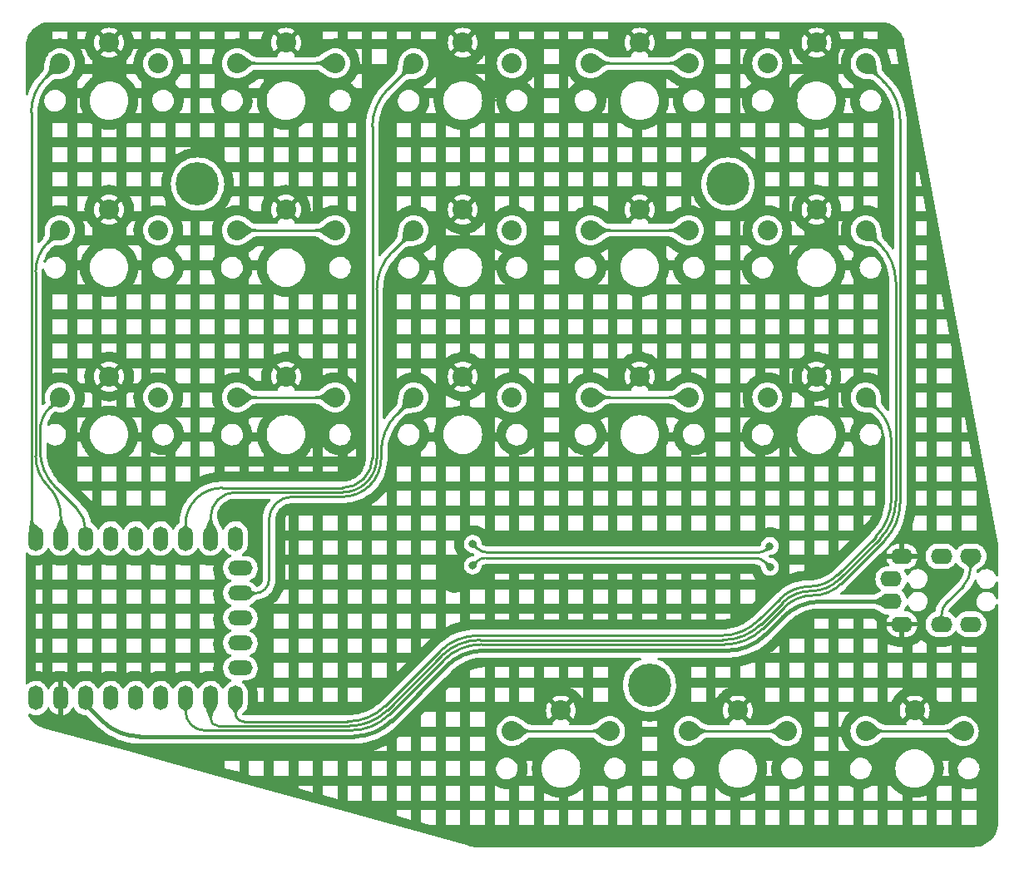
<source format=gtl>
%TF.GenerationSoftware,KiCad,Pcbnew,7.0.1*%
%TF.CreationDate,2023-04-30T18:57:05-04:00*%
%TF.ProjectId,mosaic,6d6f7361-6963-42e6-9b69-6361645f7063,v1.0.0*%
%TF.SameCoordinates,Original*%
%TF.FileFunction,Copper,L1,Top*%
%TF.FilePolarity,Positive*%
%FSLAX46Y46*%
G04 Gerber Fmt 4.6, Leading zero omitted, Abs format (unit mm)*
G04 Created by KiCad (PCBNEW 7.0.1) date 2023-04-30 18:57:05*
%MOMM*%
%LPD*%
G01*
G04 APERTURE LIST*
%TA.AperFunction,ComponentPad*%
%ADD10C,2.032000*%
%TD*%
%TA.AperFunction,ComponentPad*%
%ADD11O,1.500000X2.500000*%
%TD*%
%TA.AperFunction,ComponentPad*%
%ADD12O,2.500000X1.500000*%
%TD*%
%TA.AperFunction,ComponentPad*%
%ADD13O,2.200000X1.600000*%
%TD*%
%TA.AperFunction,ComponentPad*%
%ADD14C,0.700000*%
%TD*%
%TA.AperFunction,ComponentPad*%
%ADD15C,4.400000*%
%TD*%
%TA.AperFunction,ViaPad*%
%ADD16C,0.800000*%
%TD*%
%TA.AperFunction,Conductor*%
%ADD17C,0.250000*%
%TD*%
%TA.AperFunction,Conductor*%
%ADD18C,0.400000*%
%TD*%
G04 APERTURE END LIST*
D10*
%TO.P,S1,1*%
%TO.N,matrix_pinky_bottom*%
X149000000Y-132200000D03*
%TO.P,S1,2*%
%TO.N,GND*%
X144000000Y-130100000D03*
%TO.P,S1,1*%
%TO.N,matrix_pinky_bottom*%
X139000000Y-132200000D03*
%TO.P,S1,2*%
%TO.N,GND*%
X144000000Y-130100000D03*
%TD*%
%TO.P,S2,1*%
%TO.N,matrix_pinky_home*%
X149000000Y-115200000D03*
%TO.P,S2,2*%
%TO.N,GND*%
X144000000Y-113100000D03*
%TO.P,S2,1*%
%TO.N,matrix_pinky_home*%
X139000000Y-115200000D03*
%TO.P,S2,2*%
%TO.N,GND*%
X144000000Y-113100000D03*
%TD*%
%TO.P,S3,1*%
%TO.N,matrix_pinky_top*%
X149000000Y-98200000D03*
%TO.P,S3,2*%
%TO.N,GND*%
X144000000Y-96100000D03*
%TO.P,S3,1*%
%TO.N,matrix_pinky_top*%
X139000000Y-98200000D03*
%TO.P,S3,2*%
%TO.N,GND*%
X144000000Y-96100000D03*
%TD*%
%TO.P,S4,1*%
%TO.N,matrix_ring_bottom*%
X167000000Y-132200000D03*
%TO.P,S4,2*%
%TO.N,GND*%
X162000000Y-130100000D03*
%TO.P,S4,1*%
%TO.N,matrix_ring_bottom*%
X157000000Y-132200000D03*
%TO.P,S4,2*%
%TO.N,GND*%
X162000000Y-130100000D03*
%TD*%
%TO.P,S5,1*%
%TO.N,matrix_ring_home*%
X167000000Y-115200000D03*
%TO.P,S5,2*%
%TO.N,GND*%
X162000000Y-113100000D03*
%TO.P,S5,1*%
%TO.N,matrix_ring_home*%
X157000000Y-115200000D03*
%TO.P,S5,2*%
%TO.N,GND*%
X162000000Y-113100000D03*
%TD*%
%TO.P,S6,1*%
%TO.N,matrix_ring_top*%
X167000000Y-98200000D03*
%TO.P,S6,2*%
%TO.N,GND*%
X162000000Y-96100000D03*
%TO.P,S6,1*%
%TO.N,matrix_ring_top*%
X157000000Y-98200000D03*
%TO.P,S6,2*%
%TO.N,GND*%
X162000000Y-96100000D03*
%TD*%
%TO.P,S7,1*%
%TO.N,matrix_middle_bottom*%
X185000000Y-132200000D03*
%TO.P,S7,2*%
%TO.N,GND*%
X180000000Y-130100000D03*
%TO.P,S7,1*%
%TO.N,matrix_middle_bottom*%
X175000000Y-132200000D03*
%TO.P,S7,2*%
%TO.N,GND*%
X180000000Y-130100000D03*
%TD*%
%TO.P,S8,1*%
%TO.N,matrix_middle_home*%
X185000000Y-115200000D03*
%TO.P,S8,2*%
%TO.N,GND*%
X180000000Y-113100000D03*
%TO.P,S8,1*%
%TO.N,matrix_middle_home*%
X175000000Y-115200000D03*
%TO.P,S8,2*%
%TO.N,GND*%
X180000000Y-113100000D03*
%TD*%
%TO.P,S9,1*%
%TO.N,matrix_middle_top*%
X185000000Y-98200000D03*
%TO.P,S9,2*%
%TO.N,GND*%
X180000000Y-96100000D03*
%TO.P,S9,1*%
%TO.N,matrix_middle_top*%
X175000000Y-98200000D03*
%TO.P,S9,2*%
%TO.N,GND*%
X180000000Y-96100000D03*
%TD*%
%TO.P,S10,1*%
%TO.N,matrix_index_bottom*%
X203000000Y-132200000D03*
%TO.P,S10,2*%
%TO.N,GND*%
X198000000Y-130100000D03*
%TO.P,S10,1*%
%TO.N,matrix_index_bottom*%
X193000000Y-132200000D03*
%TO.P,S10,2*%
%TO.N,GND*%
X198000000Y-130100000D03*
%TD*%
%TO.P,S11,1*%
%TO.N,matrix_index_home*%
X203000000Y-115200000D03*
%TO.P,S11,2*%
%TO.N,GND*%
X198000000Y-113100000D03*
%TO.P,S11,1*%
%TO.N,matrix_index_home*%
X193000000Y-115200000D03*
%TO.P,S11,2*%
%TO.N,GND*%
X198000000Y-113100000D03*
%TD*%
%TO.P,S12,1*%
%TO.N,matrix_index_top*%
X203000000Y-98200000D03*
%TO.P,S12,2*%
%TO.N,GND*%
X198000000Y-96100000D03*
%TO.P,S12,1*%
%TO.N,matrix_index_top*%
X193000000Y-98200000D03*
%TO.P,S12,2*%
%TO.N,GND*%
X198000000Y-96100000D03*
%TD*%
%TO.P,S13,1*%
%TO.N,matrix_inner_bottom*%
X221000000Y-132200000D03*
%TO.P,S13,2*%
%TO.N,GND*%
X216000000Y-130100000D03*
%TO.P,S13,1*%
%TO.N,matrix_inner_bottom*%
X211000000Y-132200000D03*
%TO.P,S13,2*%
%TO.N,GND*%
X216000000Y-130100000D03*
%TD*%
%TO.P,S14,1*%
%TO.N,matrix_inner_home*%
X221000000Y-115200000D03*
%TO.P,S14,2*%
%TO.N,GND*%
X216000000Y-113100000D03*
%TO.P,S14,1*%
%TO.N,matrix_inner_home*%
X211000000Y-115200000D03*
%TO.P,S14,2*%
%TO.N,GND*%
X216000000Y-113100000D03*
%TD*%
%TO.P,S15,1*%
%TO.N,matrix_inner_top*%
X221000000Y-98200000D03*
%TO.P,S15,2*%
%TO.N,GND*%
X216000000Y-96100000D03*
%TO.P,S15,1*%
%TO.N,matrix_inner_top*%
X211000000Y-98200000D03*
%TO.P,S15,2*%
%TO.N,GND*%
X216000000Y-96100000D03*
%TD*%
%TO.P,S16,1*%
%TO.N,thumbfan_near_home*%
X194990000Y-166200000D03*
%TO.P,S16,2*%
%TO.N,GND*%
X189990000Y-164100000D03*
%TO.P,S16,1*%
%TO.N,thumbfan_near_home*%
X184990000Y-166200000D03*
%TO.P,S16,2*%
%TO.N,GND*%
X189990000Y-164100000D03*
%TD*%
%TO.P,S17,1*%
%TO.N,thumbfan_home_home*%
X212990000Y-166200000D03*
%TO.P,S17,2*%
%TO.N,GND*%
X207990000Y-164100000D03*
%TO.P,S17,1*%
%TO.N,thumbfan_home_home*%
X202990000Y-166200000D03*
%TO.P,S17,2*%
%TO.N,GND*%
X207990000Y-164100000D03*
%TD*%
%TO.P,S18,1*%
%TO.N,thumbfan_far_home*%
X230990000Y-166200000D03*
%TO.P,S18,2*%
%TO.N,GND*%
X225990000Y-164100000D03*
%TO.P,S18,1*%
%TO.N,thumbfan_far_home*%
X220990000Y-166200000D03*
%TO.P,S18,2*%
%TO.N,GND*%
X225990000Y-164100000D03*
%TD*%
D11*
%TO.P,,1*%
%TO.N,matrix_pinky_top*%
X136540000Y-146580000D03*
%TO.P,,2*%
%TO.N,matrix_pinky_home*%
X139080000Y-146580000D03*
%TO.P,,3*%
%TO.N,matrix_pinky_bottom*%
X141620000Y-146580000D03*
%TO.P,,4*%
%TO.N,matrix_ring_bottom*%
X144160000Y-146580000D03*
%TO.P,,5*%
%TO.N,matrix_ring_home*%
X146700000Y-146580000D03*
%TO.P,,6*%
%TO.N,matrix_ring_top*%
X149240000Y-146580000D03*
%TO.P,,7*%
%TO.N,matrix_middle_top*%
X151780000Y-146580000D03*
%TO.P,,8*%
%TO.N,matrix_middle_home*%
X154320000Y-146580000D03*
%TO.P,,9*%
%TO.N,GP8*%
X156860000Y-146580000D03*
D12*
%TO.P,,10*%
%TO.N,GP9*%
X157360000Y-149620000D03*
%TO.P,,11*%
%TO.N,matrix_middle_bottom*%
X157360000Y-152160000D03*
%TO.P,,12*%
%TO.N,matrix_index_top*%
X157360000Y-154700000D03*
%TO.P,,13*%
%TO.N,matrix_index_home*%
X157360000Y-157240000D03*
%TO.P,,14*%
%TO.N,matrix_index_bottom*%
X157360000Y-159780000D03*
D11*
%TO.P,,15*%
%TO.N,matrix_inner_bottom*%
X156860000Y-162820000D03*
%TO.P,,16*%
%TO.N,matrix_inner_home*%
X154320000Y-162820000D03*
%TO.P,,17*%
%TO.N,matrix_inner_top*%
X151780000Y-162820000D03*
%TO.P,,18*%
%TO.N,thumbfan_near_home*%
X149240000Y-162820000D03*
%TO.P,,19*%
%TO.N,thumbfan_home_home*%
X146700000Y-162820000D03*
%TO.P,,20*%
%TO.N,thumbfan_far_home*%
X144160000Y-162820000D03*
%TO.P,,21*%
%TO.N,3V3*%
X141620000Y-162820000D03*
%TO.P,,22*%
%TO.N,GND*%
X139080000Y-162820000D03*
%TO.P,,23*%
%TO.N,5V*%
X136540000Y-162820000D03*
%TD*%
D13*
%TO.P,TRRS1,1*%
%TO.N,3V3*%
X223600000Y-150700000D03*
%TO.P,TRRS1,2*%
%TO.N,GND*%
X224700000Y-155300000D03*
%TO.P,TRRS1,3*%
%TO.N,GP8*%
X228700000Y-155300000D03*
%TO.P,TRRS1,4*%
%TO.N,GP9*%
X231700000Y-155300000D03*
%TO.P,TRRS1,1*%
%TO.N,3V3*%
X223600000Y-153000000D03*
%TO.P,TRRS1,2*%
%TO.N,GND*%
X224700000Y-148400000D03*
%TO.P,TRRS1,3*%
%TO.N,GP9*%
X228700000Y-148400000D03*
%TO.P,TRRS1,4*%
%TO.N,GP8*%
X231700000Y-148400000D03*
%TD*%
D14*
%TO.P,_2,1*%
%TO.N,N/C*%
X154166726Y-111666726D03*
D15*
X153000000Y-110500000D03*
D14*
X153000000Y-112150000D03*
X154166726Y-109333274D03*
X151350000Y-110500000D03*
X151833274Y-109333274D03*
X151833274Y-111666726D03*
X154650000Y-110500000D03*
X153000000Y-108850000D03*
%TD*%
%TO.P,_3,1*%
%TO.N,N/C*%
X200156726Y-162666726D03*
D15*
X198990000Y-161500000D03*
D14*
X198990000Y-163150000D03*
X200156726Y-160333274D03*
X197340000Y-161500000D03*
X197823274Y-160333274D03*
X197823274Y-162666726D03*
X200640000Y-161500000D03*
X198990000Y-159850000D03*
%TD*%
%TO.P,_4,1*%
%TO.N,N/C*%
X208166726Y-111666726D03*
D15*
X207000000Y-110500000D03*
D14*
X207000000Y-112150000D03*
X208166726Y-109333274D03*
X205350000Y-110500000D03*
X205833274Y-109333274D03*
X205833274Y-111666726D03*
X208650000Y-110500000D03*
X207000000Y-108850000D03*
%TD*%
D16*
%TO.N,GND*%
X158530000Y-143340000D03*
X179150000Y-150790000D03*
%TO.N,GP8*%
X211240000Y-147350000D03*
%TO.N,GP9*%
X211260000Y-149470000D03*
%TO.N,GP8*%
X181010000Y-147130000D03*
%TO.N,GP9*%
X181010000Y-149320000D03*
%TD*%
D17*
%TO.N,GP9*%
X182307401Y-148560001D02*
G75*
G03*
X181390000Y-148940000I-1J-1297399D01*
G01*
X210804990Y-149015010D02*
G75*
G03*
X209706532Y-148560000I-1098490J-1098490D01*
G01*
%TO.N,GP8*%
X230904507Y-151445497D02*
G75*
G03*
X231700000Y-149525000I-1920507J1920497D01*
G01*
X181450013Y-147569987D02*
G75*
G03*
X182512253Y-148010000I1062287J1062287D01*
G01*
X210113309Y-148010003D02*
G75*
G03*
X210909999Y-147679999I-9J1126703D01*
G01*
X229283369Y-153066642D02*
G75*
G03*
X228700000Y-154475000I1408331J-1408358D01*
G01*
D18*
%TO.N,3V3*%
X206936036Y-157990009D02*
G75*
G03*
X210783792Y-156396206I-36J5441609D01*
G01*
X182163963Y-157989960D02*
G75*
G03*
X178316208Y-159583793I37J-5441540D01*
G01*
X143286215Y-165146199D02*
G75*
G03*
X147133963Y-166740000I3847785J3847799D01*
G01*
X216433963Y-152999960D02*
G75*
G03*
X212586208Y-154593793I37J-5441540D01*
G01*
X168906036Y-166740010D02*
G75*
G03*
X172753792Y-165146207I-36J5441610D01*
G01*
D17*
%TO.N,matrix_inner_top*%
X181905080Y-157365000D02*
G75*
G03*
X178057323Y-158958792I20J-5441600D01*
G01*
X206677152Y-157365021D02*
G75*
G03*
X210524908Y-155771207I-52J5441621D01*
G01*
X152342501Y-165552499D02*
G75*
G03*
X153700495Y-166115000I1357999J1357999D01*
G01*
X222916200Y-146783785D02*
G75*
G03*
X224510000Y-142936036I-3847800J3847785D01*
G01*
X224510010Y-103963963D02*
G75*
G03*
X222916206Y-100116208I-5441610J-37D01*
G01*
X215623058Y-152374956D02*
G75*
G03*
X212717663Y-153578455I42J-4108844D01*
G01*
X168647152Y-166115021D02*
G75*
G03*
X172494908Y-164521207I-52J5441621D01*
G01*
X151779998Y-164194504D02*
G75*
G03*
X152342500Y-165552500I1920502J4D01*
G01*
X215623058Y-152374955D02*
G75*
G03*
X218528454Y-151171545I42J4108855D01*
G01*
%TO.N,matrix_inner_home*%
X215436662Y-151924958D02*
G75*
G03*
X218342058Y-150721545I38J4108858D01*
G01*
X154537503Y-165447497D02*
G75*
G03*
X155062591Y-165665000I525097J525097D01*
G01*
X215436662Y-151924959D02*
G75*
G03*
X212531267Y-153128455I38J-4108841D01*
G01*
X206490756Y-156914953D02*
G75*
G03*
X210338512Y-155321207I44J5441553D01*
G01*
X154319997Y-164922408D02*
G75*
G03*
X154537500Y-165447500I742603J8D01*
G01*
X222466198Y-146597387D02*
G75*
G03*
X224060000Y-142749640I-3847798J3847787D01*
G01*
X224060022Y-120423746D02*
G75*
G03*
X222530000Y-116730000I-5223822J-54D01*
G01*
X168460756Y-165664953D02*
G75*
G03*
X172308512Y-164071207I44J5441553D01*
G01*
X181718684Y-156914974D02*
G75*
G03*
X177870928Y-158508792I16J-5441526D01*
G01*
%TO.N,matrix_inner_bottom*%
X157107495Y-164967505D02*
G75*
G03*
X157705017Y-165215000I597505J597505D01*
G01*
X168274360Y-165214956D02*
G75*
G03*
X172122116Y-163621207I40J5441556D01*
G01*
X215250266Y-151474961D02*
G75*
G03*
X212344870Y-152678454I34J-4108839D01*
G01*
X156860008Y-164369982D02*
G75*
G03*
X157107500Y-164967500I844992J-18D01*
G01*
X223609950Y-136655548D02*
G75*
G03*
X222305000Y-133505000I-4455550J48D01*
G01*
X222016196Y-146410989D02*
G75*
G03*
X223610000Y-142563244I-3847796J3847789D01*
G01*
X215250266Y-151474961D02*
G75*
G03*
X218155662Y-150271545I34J4108861D01*
G01*
X181532288Y-156464977D02*
G75*
G03*
X177684532Y-158058792I12J-5441523D01*
G01*
X206304360Y-156464956D02*
G75*
G03*
X210152116Y-154871207I40J5441556D01*
G01*
%TO.N,matrix_middle_top*%
X155484421Y-141430009D02*
G75*
G03*
X152865000Y-142515000I-21J-3704391D01*
G01*
X167751349Y-141430020D02*
G75*
G03*
X169900000Y-140540000I-49J3038720D01*
G01*
X169899985Y-140539985D02*
G75*
G03*
X170790000Y-138391349I-2148685J2148685D01*
G01*
X152864994Y-142514994D02*
G75*
G03*
X151780000Y-145134421I2619406J-2619406D01*
G01*
X172383821Y-100816236D02*
G75*
G03*
X170790000Y-104663963I3847679J-3847764D01*
G01*
%TO.N,matrix_middle_home*%
X155070032Y-142630032D02*
G75*
G03*
X154320000Y-144440660I1810568J-1810668D01*
G01*
X167751349Y-141880020D02*
G75*
G03*
X170218198Y-140858198I-49J3488720D01*
G01*
X156880660Y-141879955D02*
G75*
G03*
X155070001Y-142630001I40J-2560645D01*
G01*
X172833821Y-117366236D02*
G75*
G03*
X171240000Y-121213963I3847679J-3847764D01*
G01*
X170218183Y-140858183D02*
G75*
G03*
X171240000Y-138391349I-2466883J2466883D01*
G01*
%TO.N,matrix_middle_bottom*%
X170536381Y-141176381D02*
G75*
G03*
X171690000Y-138391349I-2785081J2785081D01*
G01*
X162635807Y-142330004D02*
G75*
G03*
X160970001Y-143020001I-7J-2355796D01*
G01*
X167751349Y-142330020D02*
G75*
G03*
X170536396Y-141176396I-49J3938720D01*
G01*
X160969998Y-143019998D02*
G75*
G03*
X160280000Y-144685807I1665802J-1665802D01*
G01*
X158880172Y-152159988D02*
G75*
G03*
X159870000Y-151750000I28J1399788D01*
G01*
X159870008Y-151750008D02*
G75*
G03*
X160280000Y-150760172I-989808J989808D01*
G01*
X173283821Y-133916236D02*
G75*
G03*
X171690000Y-137763963I3847679J-3847764D01*
G01*
%TO.N,matrix_pinky_top*%
X137534993Y-99664993D02*
G75*
G03*
X136070000Y-103201822I3536807J-3536807D01*
G01*
%TO.N,matrix_pinky_home*%
X137759993Y-116439993D02*
G75*
G03*
X136520000Y-119433624I2993607J-2993607D01*
G01*
X139080005Y-144356589D02*
G75*
G03*
X137800000Y-141266396I-4370205J-11D01*
G01*
X136520001Y-138176202D02*
G75*
G03*
X137800001Y-141266395I4370199J2D01*
G01*
%TO.N,matrix_pinky_bottom*%
X136969990Y-137546036D02*
G75*
G03*
X138563793Y-141393791I5441610J36D01*
G01*
X141619997Y-145765000D02*
G75*
G03*
X140690154Y-143520154I-3174697J0D01*
G01*
X137984992Y-133214992D02*
G75*
G03*
X136970000Y-135665426I2450408J-2450408D01*
G01*
%TO.N,matrix_index_bottom*%
X193000000Y-132200000D02*
X203000000Y-132200000D01*
%TO.N,matrix_index_home*%
X193000000Y-115200000D02*
X203000000Y-115200000D01*
%TO.N,matrix_index_top*%
X193000000Y-98200000D02*
X203000000Y-98200000D01*
%TO.N,matrix_ring_top*%
X157000000Y-98200000D02*
X167000000Y-98200000D01*
%TO.N,matrix_ring_home*%
X157000000Y-115200000D02*
X167000000Y-115200000D01*
%TO.N,matrix_ring_bottom*%
X157000000Y-132200000D02*
X167000000Y-132200000D01*
%TO.N,thumbfan_far_home*%
X220990000Y-166200000D02*
X230990000Y-166200000D01*
%TO.N,thumbfan_home_home*%
X202990000Y-166200000D02*
X212990000Y-166200000D01*
%TO.N,thumbfan_near_home*%
X184990000Y-166200000D02*
X194990000Y-166200000D01*
%TO.N,GP9*%
X181390000Y-148940000D02*
X181010000Y-149320000D01*
X211260000Y-149470000D02*
X210805000Y-149015000D01*
X209706532Y-148560000D02*
X182307401Y-148560000D01*
%TO.N,GP8*%
X210910000Y-147680000D02*
X211240000Y-147350000D01*
X210113309Y-148010000D02*
X182512253Y-148010000D01*
X181450000Y-147570000D02*
X181010000Y-147130000D01*
%TO.N,matrix_middle_bottom*%
X173283792Y-133916207D02*
X175000000Y-132200000D01*
X162635807Y-142330000D02*
X167751349Y-142330000D01*
X158880172Y-152160000D02*
X156860000Y-152160000D01*
X171690000Y-137763963D02*
X171690000Y-138391349D01*
X160280000Y-150760172D02*
X160280000Y-144685807D01*
%TO.N,GP8*%
X228700000Y-154475000D02*
X228700000Y-155300000D01*
X229283363Y-153066636D02*
X230904504Y-151445494D01*
X231700000Y-149525000D02*
X231700000Y-148400000D01*
%TO.N,matrix_inner_bottom*%
X156860000Y-164369982D02*
X156860000Y-162320000D01*
X168274360Y-165215000D02*
X157705017Y-165215000D01*
X172122116Y-163621207D02*
X177684532Y-158058792D01*
X206304360Y-156465000D02*
X181532288Y-156465000D01*
X210152116Y-154871207D02*
X212344870Y-152678454D01*
X223610000Y-142563244D02*
X223610000Y-136655548D01*
X218155662Y-150271545D02*
X222016207Y-146411000D01*
X222305000Y-133505000D02*
X221000000Y-132200000D01*
%TO.N,matrix_inner_home*%
X222530000Y-116730000D02*
X221000000Y-115200000D01*
X224060000Y-142749640D02*
X224060000Y-120423746D01*
X218342058Y-150721545D02*
X222466207Y-146597396D01*
X212531266Y-153128454D02*
X210338512Y-155321207D01*
X206490756Y-156915000D02*
X181718684Y-156915000D01*
X172308512Y-164071207D02*
X177870928Y-158508792D01*
X168460756Y-165665000D02*
X155062591Y-165665000D01*
X154320000Y-164922408D02*
X154320000Y-162320000D01*
%TO.N,matrix_inner_top*%
X151780000Y-164194504D02*
X151780000Y-162320000D01*
X168647152Y-166115000D02*
X153700495Y-166115000D01*
X172494908Y-164521207D02*
X178057323Y-158958792D01*
X206677152Y-157365000D02*
X181905080Y-157365000D01*
X218528454Y-151171545D02*
X222916207Y-146783792D01*
X210524908Y-155771207D02*
X212717662Y-153578454D01*
X224510000Y-103963963D02*
X224510000Y-142936036D01*
X222916207Y-100116207D02*
X221000000Y-98200000D01*
D18*
%TO.N,3V3*%
X143286207Y-165146207D02*
X141620000Y-163480000D01*
X147133963Y-166740000D02*
X168906036Y-166740000D01*
X223600000Y-153000000D02*
X216433963Y-153000000D01*
X178316207Y-159583792D02*
X172753792Y-165146207D01*
X182163963Y-157990000D02*
X206936036Y-157990000D01*
X210783792Y-156396206D02*
X212586207Y-154593792D01*
D17*
%TO.N,matrix_middle_home*%
X172833792Y-117366207D02*
X175000000Y-115200000D01*
X171240000Y-121213963D02*
X171240000Y-138391349D01*
X167751349Y-141880000D02*
X156880660Y-141880000D01*
X154320000Y-144440660D02*
X154320000Y-147080000D01*
%TO.N,matrix_middle_top*%
X155484421Y-141430000D02*
X167751349Y-141430000D01*
X151780000Y-145134421D02*
X151780000Y-147080000D01*
X172383792Y-100816207D02*
X175000000Y-98200000D01*
X170790000Y-138391349D02*
X170790000Y-104663963D01*
%TO.N,matrix_pinky_top*%
X137535000Y-99665000D02*
X139000000Y-98200000D01*
X136070000Y-103201822D02*
X136070000Y-146610000D01*
%TO.N,matrix_pinky_home*%
X137760000Y-116440000D02*
X139000000Y-115200000D01*
X139080000Y-144356589D02*
X139080000Y-147080000D01*
X136520000Y-119433624D02*
X136520000Y-138176202D01*
%TO.N,matrix_pinky_bottom*%
X138563792Y-141393792D02*
X140690154Y-143520154D01*
X136970000Y-135665426D02*
X136970000Y-137546036D01*
X137985000Y-133215000D02*
X139000000Y-132200000D01*
%TD*%
%TA.AperFunction,Conductor*%
%TO.N,GND*%
G36*
X222511501Y-94000707D02*
G01*
X222788879Y-94016748D01*
X222803077Y-94018395D01*
X223073253Y-94065690D01*
X223087183Y-94068967D01*
X223350101Y-94147090D01*
X223363558Y-94151950D01*
X223537990Y-94226596D01*
X223615702Y-94259853D01*
X223628518Y-94266236D01*
X223866553Y-94402489D01*
X223878547Y-94410308D01*
X224099282Y-94573087D01*
X224110281Y-94582223D01*
X224310804Y-94769385D01*
X224320676Y-94779729D01*
X224379047Y-94848426D01*
X224498268Y-94988734D01*
X224506894Y-95000162D01*
X224659208Y-95228245D01*
X224666459Y-95240591D01*
X224791469Y-95484716D01*
X224797248Y-95497816D01*
X224893278Y-95754712D01*
X224897509Y-95768390D01*
X224964173Y-96038231D01*
X224965689Y-96045231D01*
X234438391Y-146822324D01*
X234446753Y-146867149D01*
X234447395Y-146870907D01*
X234470044Y-147017120D01*
X234470978Y-147024685D01*
X234484421Y-147170070D01*
X234484888Y-147177654D01*
X234486057Y-147215669D01*
X234489441Y-147325791D01*
X234489499Y-147329599D01*
X234489499Y-147408584D01*
X234489500Y-147408592D01*
X234489500Y-150339150D01*
X234470732Y-150404742D01*
X234420109Y-150450478D01*
X234352955Y-150462514D01*
X234289599Y-150437206D01*
X234249219Y-150382216D01*
X234202886Y-150257113D01*
X234095254Y-150084431D01*
X234068456Y-150056240D01*
X233955059Y-149936947D01*
X233788049Y-149820705D01*
X233601058Y-149740460D01*
X233401741Y-149699500D01*
X233249258Y-149699500D01*
X233188579Y-149705670D01*
X233097559Y-149714926D01*
X232903412Y-149775841D01*
X232725500Y-149874589D01*
X232674033Y-149918771D01*
X232571105Y-150007134D01*
X232571103Y-150007135D01*
X232571101Y-150007138D01*
X232526701Y-150064497D01*
X232476460Y-150103006D01*
X232413759Y-150111698D01*
X232354937Y-150088309D01*
X232315324Y-150038935D01*
X232305243Y-149976441D01*
X232314779Y-149879621D01*
X232325199Y-149773821D01*
X232337162Y-149731599D01*
X232363083Y-149696188D01*
X232396916Y-149663968D01*
X232439873Y-149639861D01*
X232439411Y-149638869D01*
X232601450Y-149563309D01*
X232656749Y-149537523D01*
X232844300Y-149406198D01*
X233006198Y-149244300D01*
X233137523Y-149056749D01*
X233234284Y-148849243D01*
X233293543Y-148628087D01*
X233313498Y-148400000D01*
X233293543Y-148171913D01*
X233234284Y-147950757D01*
X233137523Y-147743251D01*
X233006198Y-147555700D01*
X232844300Y-147393802D01*
X232656749Y-147262477D01*
X232656746Y-147262476D01*
X232656744Y-147262474D01*
X232449246Y-147165717D01*
X232449243Y-147165716D01*
X232315946Y-147129999D01*
X232228084Y-147106456D01*
X232057129Y-147091500D01*
X232057127Y-147091500D01*
X231342873Y-147091500D01*
X231342871Y-147091500D01*
X231171915Y-147106456D01*
X230950753Y-147165717D01*
X230743255Y-147262474D01*
X230715652Y-147281802D01*
X230581263Y-147375903D01*
X230555696Y-147393805D01*
X230393805Y-147555696D01*
X230393802Y-147555699D01*
X230393802Y-147555700D01*
X230343003Y-147628249D01*
X230301575Y-147687414D01*
X230257257Y-147726279D01*
X230200000Y-147740290D01*
X230142743Y-147726279D01*
X230098425Y-147687414D01*
X230084092Y-147666944D01*
X230006198Y-147555700D01*
X229844300Y-147393802D01*
X229656749Y-147262477D01*
X229656746Y-147262476D01*
X229656744Y-147262474D01*
X229449246Y-147165717D01*
X229449243Y-147165716D01*
X229315946Y-147129999D01*
X229228084Y-147106456D01*
X229057129Y-147091500D01*
X229057127Y-147091500D01*
X228342873Y-147091500D01*
X228342871Y-147091500D01*
X228171915Y-147106456D01*
X227950753Y-147165717D01*
X227743255Y-147262474D01*
X227715652Y-147281802D01*
X227581263Y-147375903D01*
X227555696Y-147393805D01*
X227393805Y-147555696D01*
X227393802Y-147555699D01*
X227393802Y-147555700D01*
X227343002Y-147628250D01*
X227262474Y-147743255D01*
X227165717Y-147950753D01*
X227106456Y-148171915D01*
X227086501Y-148400000D01*
X227106456Y-148628084D01*
X227136086Y-148738664D01*
X227164934Y-148846326D01*
X227165717Y-148849246D01*
X227262474Y-149056744D01*
X227262476Y-149056746D01*
X227262477Y-149056749D01*
X227393802Y-149244300D01*
X227555700Y-149406198D01*
X227743251Y-149537523D01*
X227743254Y-149537524D01*
X227743255Y-149537525D01*
X227798552Y-149563310D01*
X227950757Y-149634284D01*
X228171913Y-149693543D01*
X228245717Y-149700000D01*
X228342871Y-149708500D01*
X228342873Y-149708500D01*
X229057127Y-149708500D01*
X229057129Y-149708500D01*
X229125510Y-149702517D01*
X229228087Y-149693543D01*
X229449243Y-149634284D01*
X229656749Y-149537523D01*
X229844300Y-149406198D01*
X230006198Y-149244300D01*
X230098427Y-149112582D01*
X230142743Y-149073720D01*
X230200000Y-149059709D01*
X230257257Y-149073720D01*
X230301572Y-149112582D01*
X230393802Y-149244300D01*
X230555700Y-149406198D01*
X230743251Y-149537523D01*
X230743254Y-149537524D01*
X230743255Y-149537525D01*
X230960589Y-149638869D01*
X230960124Y-149639864D01*
X231003084Y-149663971D01*
X231012388Y-149672832D01*
X231044547Y-149723532D01*
X231049119Y-149783396D01*
X231015454Y-149981532D01*
X231012360Y-149995089D01*
X230951565Y-150206113D01*
X230946972Y-150219237D01*
X230862934Y-150422124D01*
X230856901Y-150434653D01*
X230750673Y-150626858D01*
X230743275Y-150638632D01*
X230616197Y-150817733D01*
X230607527Y-150828605D01*
X230458922Y-150994894D01*
X230454143Y-150999948D01*
X228802227Y-152651865D01*
X228802127Y-152651977D01*
X228731170Y-152722936D01*
X228547327Y-152953463D01*
X228390452Y-153203124D01*
X228262513Y-153468788D01*
X228165129Y-153747094D01*
X228118258Y-153952444D01*
X228086673Y-154010877D01*
X228029462Y-154044625D01*
X227950759Y-154065714D01*
X227796765Y-154137523D01*
X227743251Y-154162477D01*
X227620398Y-154248500D01*
X227555696Y-154293805D01*
X227393805Y-154455696D01*
X227262474Y-154643255D01*
X227165717Y-154850753D01*
X227106456Y-155071915D01*
X227086501Y-155300000D01*
X227106456Y-155528084D01*
X227120453Y-155580319D01*
X227164934Y-155746326D01*
X227165717Y-155749246D01*
X227262474Y-155956744D01*
X227262476Y-155956746D01*
X227262477Y-155956749D01*
X227393802Y-156144300D01*
X227555700Y-156306198D01*
X227743251Y-156437523D01*
X227950757Y-156534284D01*
X228171913Y-156593543D01*
X228245717Y-156600000D01*
X228342871Y-156608500D01*
X228342873Y-156608500D01*
X229057127Y-156608500D01*
X229057129Y-156608500D01*
X229125511Y-156602517D01*
X229228087Y-156593543D01*
X229449243Y-156534284D01*
X229656749Y-156437523D01*
X229844300Y-156306198D01*
X230006198Y-156144300D01*
X230098427Y-156012582D01*
X230142743Y-155973720D01*
X230200000Y-155959709D01*
X230257257Y-155973720D01*
X230301572Y-156012582D01*
X230393802Y-156144300D01*
X230555700Y-156306198D01*
X230743251Y-156437523D01*
X230950757Y-156534284D01*
X231171913Y-156593543D01*
X231245717Y-156600000D01*
X231342871Y-156608500D01*
X231342873Y-156608500D01*
X232057127Y-156608500D01*
X232057129Y-156608500D01*
X232125511Y-156602517D01*
X232228087Y-156593543D01*
X232449243Y-156534284D01*
X232656749Y-156437523D01*
X232844300Y-156306198D01*
X233006198Y-156144300D01*
X233137523Y-155956749D01*
X233234284Y-155749243D01*
X233293543Y-155528087D01*
X233313498Y-155300000D01*
X233293543Y-155071913D01*
X233234284Y-154850757D01*
X233137523Y-154643251D01*
X233006198Y-154455700D01*
X232844300Y-154293802D01*
X232656749Y-154162477D01*
X232656746Y-154162476D01*
X232656744Y-154162474D01*
X232449246Y-154065717D01*
X232449243Y-154065716D01*
X232244583Y-154010877D01*
X232228084Y-154006456D01*
X232057129Y-153991500D01*
X232057127Y-153991500D01*
X231342873Y-153991500D01*
X231342871Y-153991500D01*
X231171915Y-154006456D01*
X230950753Y-154065717D01*
X230743255Y-154162474D01*
X230555696Y-154293805D01*
X230393805Y-154455696D01*
X230301575Y-154587414D01*
X230257257Y-154626279D01*
X230200000Y-154640290D01*
X230142743Y-154626279D01*
X230098425Y-154587414D01*
X230006198Y-154455700D01*
X229844300Y-154293802D01*
X229656749Y-154162477D01*
X229525393Y-154101225D01*
X229509762Y-154093936D01*
X229460077Y-154051937D01*
X229438495Y-153990563D01*
X229450954Y-153926711D01*
X229511879Y-153803171D01*
X229519984Y-153789135D01*
X229609659Y-153654930D01*
X229619532Y-153642063D01*
X229728727Y-153517551D01*
X229734277Y-153511626D01*
X229763954Y-153481950D01*
X229763956Y-153481948D01*
X229785703Y-153460202D01*
X229785703Y-153460201D01*
X229795904Y-153450001D01*
X229795911Y-153449991D01*
X231316135Y-151929766D01*
X231316153Y-151929754D01*
X231352459Y-151893447D01*
X231352460Y-151893448D01*
X231468814Y-151777093D01*
X231677592Y-151522695D01*
X231860429Y-151249058D01*
X232015565Y-150958818D01*
X232073363Y-150819279D01*
X232112021Y-150768678D01*
X232170699Y-150743936D01*
X232233920Y-150751581D01*
X232285009Y-150789596D01*
X232310493Y-150847956D01*
X232326443Y-150952071D01*
X232397113Y-151142886D01*
X232504745Y-151315568D01*
X232504748Y-151315571D01*
X232644941Y-151463053D01*
X232811951Y-151579295D01*
X232998942Y-151659540D01*
X233198259Y-151700500D01*
X233350740Y-151700500D01*
X233350742Y-151700500D01*
X233502438Y-151685074D01*
X233696588Y-151624159D01*
X233874502Y-151525409D01*
X234028895Y-151392866D01*
X234153448Y-151231958D01*
X234243060Y-151049271D01*
X234245458Y-151040006D01*
X234273490Y-150987961D01*
X234322434Y-150954808D01*
X234381166Y-150948083D01*
X234436337Y-150969314D01*
X234475409Y-151013677D01*
X234489500Y-151071089D01*
X234489500Y-152639150D01*
X234470732Y-152704742D01*
X234420109Y-152750478D01*
X234352955Y-152762514D01*
X234289599Y-152737206D01*
X234249219Y-152682216D01*
X234202886Y-152557113D01*
X234095254Y-152384431D01*
X234088803Y-152377644D01*
X233955059Y-152236947D01*
X233788049Y-152120705D01*
X233601058Y-152040460D01*
X233401741Y-151999500D01*
X233249258Y-151999500D01*
X233188579Y-152005670D01*
X233097559Y-152014926D01*
X232903412Y-152075841D01*
X232725500Y-152174589D01*
X232660363Y-152230508D01*
X232591120Y-152289952D01*
X232571104Y-152307135D01*
X232446551Y-152468042D01*
X232356940Y-152650727D01*
X232305937Y-152847716D01*
X232295630Y-153050937D01*
X232326443Y-153252071D01*
X232397113Y-153442886D01*
X232504745Y-153615568D01*
X232504748Y-153615571D01*
X232644941Y-153763053D01*
X232811951Y-153879295D01*
X232998942Y-153959540D01*
X233198259Y-154000500D01*
X233350740Y-154000500D01*
X233350742Y-154000500D01*
X233502438Y-153985074D01*
X233696588Y-153924159D01*
X233874502Y-153825409D01*
X234028895Y-153692866D01*
X234153448Y-153531958D01*
X234243060Y-153349271D01*
X234245458Y-153340006D01*
X234273490Y-153287961D01*
X234322434Y-153254808D01*
X234381166Y-153248083D01*
X234436337Y-153269314D01*
X234475409Y-153313677D01*
X234489500Y-153371089D01*
X234489500Y-175496249D01*
X234489274Y-175503736D01*
X234471728Y-175793794D01*
X234469923Y-175808659D01*
X234418219Y-176090798D01*
X234414635Y-176105336D01*
X234329306Y-176379167D01*
X234323997Y-176393168D01*
X234206275Y-176654736D01*
X234199316Y-176667995D01*
X234050928Y-176913459D01*
X234042422Y-176925782D01*
X233865526Y-177151573D01*
X233855596Y-177162781D01*
X233652781Y-177365596D01*
X233641573Y-177375526D01*
X233415782Y-177552422D01*
X233403459Y-177560928D01*
X233157995Y-177709316D01*
X233144736Y-177716275D01*
X232883168Y-177833997D01*
X232869167Y-177839306D01*
X232595336Y-177924635D01*
X232580798Y-177928219D01*
X232298659Y-177979923D01*
X232283794Y-177981728D01*
X231993736Y-177999274D01*
X231986249Y-177999500D01*
X181400958Y-177999500D01*
X181395369Y-177999374D01*
X181178732Y-177989599D01*
X181167603Y-177988593D01*
X180955497Y-177959733D01*
X180944503Y-177957729D01*
X180732831Y-177909196D01*
X180727413Y-177907824D01*
X180659254Y-177888926D01*
X180659206Y-177888914D01*
X167528019Y-174248500D01*
X173248500Y-174248500D01*
X173248500Y-174798770D01*
X174750500Y-175215175D01*
X174750500Y-174248500D01*
X175748500Y-174248500D01*
X175748500Y-175491855D01*
X176681449Y-175750500D01*
X177250500Y-175750500D01*
X177250500Y-174248500D01*
X178248500Y-174248500D01*
X178248500Y-175750500D01*
X179750500Y-175750500D01*
X179750500Y-174248500D01*
X180748500Y-174248500D01*
X180748500Y-175750500D01*
X182250500Y-175750500D01*
X182250500Y-174248500D01*
X183248500Y-174248500D01*
X183248500Y-175750500D01*
X184750500Y-175750500D01*
X184750500Y-174248500D01*
X185748500Y-174248500D01*
X185748500Y-175750500D01*
X187250500Y-175750500D01*
X187250500Y-174248500D01*
X188248500Y-174248500D01*
X188248500Y-175750500D01*
X189750500Y-175750500D01*
X189750500Y-174248500D01*
X190748500Y-174248500D01*
X190748500Y-175750500D01*
X192250500Y-175750500D01*
X192250500Y-174248500D01*
X193248500Y-174248500D01*
X193248500Y-175750500D01*
X194750500Y-175750500D01*
X194750500Y-174248500D01*
X195748500Y-174248500D01*
X195748500Y-175750500D01*
X197250500Y-175750500D01*
X197250500Y-174248500D01*
X198248500Y-174248500D01*
X198248500Y-175750500D01*
X199750500Y-175750500D01*
X199750500Y-174248500D01*
X200748500Y-174248500D01*
X200748500Y-175750500D01*
X202250500Y-175750500D01*
X202250500Y-174248500D01*
X203248500Y-174248500D01*
X203248500Y-175750500D01*
X204750500Y-175750500D01*
X204750500Y-174248500D01*
X205748500Y-174248500D01*
X205748500Y-175750500D01*
X207250500Y-175750500D01*
X207250500Y-174248500D01*
X208248500Y-174248500D01*
X208248500Y-175750500D01*
X209750500Y-175750500D01*
X209750500Y-174248500D01*
X210748500Y-174248500D01*
X210748500Y-175750500D01*
X212250500Y-175750500D01*
X212250500Y-174248500D01*
X213248500Y-174248500D01*
X213248500Y-175750500D01*
X214750500Y-175750500D01*
X214750500Y-174248500D01*
X215748500Y-174248500D01*
X215748500Y-175750500D01*
X217250500Y-175750500D01*
X217250500Y-174248500D01*
X218248500Y-174248500D01*
X218248500Y-175750500D01*
X219750500Y-175750500D01*
X219750500Y-174248500D01*
X220748500Y-174248500D01*
X220748500Y-175750500D01*
X222250500Y-175750500D01*
X222250500Y-174248500D01*
X223248500Y-174248500D01*
X223248500Y-175750500D01*
X224750500Y-175750500D01*
X224750500Y-174248500D01*
X225748500Y-174248500D01*
X225748500Y-175750500D01*
X227250500Y-175750500D01*
X227250500Y-174248500D01*
X228248500Y-174248500D01*
X228248500Y-175750500D01*
X229750500Y-175750500D01*
X229750500Y-174248500D01*
X230748500Y-174248500D01*
X230748500Y-175750500D01*
X232250500Y-175750500D01*
X232250500Y-174248500D01*
X230748500Y-174248500D01*
X229750500Y-174248500D01*
X228248500Y-174248500D01*
X227250500Y-174248500D01*
X225748500Y-174248500D01*
X224750500Y-174248500D01*
X223248500Y-174248500D01*
X222250500Y-174248500D01*
X220748500Y-174248500D01*
X219750500Y-174248500D01*
X218248500Y-174248500D01*
X217250500Y-174248500D01*
X215748500Y-174248500D01*
X214750500Y-174248500D01*
X213248500Y-174248500D01*
X212250500Y-174248500D01*
X210748500Y-174248500D01*
X209750500Y-174248500D01*
X208248500Y-174248500D01*
X207250500Y-174248500D01*
X205748500Y-174248500D01*
X204750500Y-174248500D01*
X203248500Y-174248500D01*
X202250500Y-174248500D01*
X200748500Y-174248500D01*
X199750500Y-174248500D01*
X198248500Y-174248500D01*
X197250500Y-174248500D01*
X195748500Y-174248500D01*
X194750500Y-174248500D01*
X193248500Y-174248500D01*
X192250500Y-174248500D01*
X190748500Y-174248500D01*
X189750500Y-174248500D01*
X188248500Y-174248500D01*
X187250500Y-174248500D01*
X185748500Y-174248500D01*
X184750500Y-174248500D01*
X183248500Y-174248500D01*
X182250500Y-174248500D01*
X180748500Y-174248500D01*
X179750500Y-174248500D01*
X178248500Y-174248500D01*
X177250500Y-174248500D01*
X175748500Y-174248500D01*
X174750500Y-174248500D01*
X173248500Y-174248500D01*
X167528019Y-174248500D01*
X158510372Y-171748500D01*
X163248500Y-171748500D01*
X163248500Y-172026428D01*
X164750500Y-172442834D01*
X164750500Y-171748500D01*
X165748500Y-171748500D01*
X165748500Y-172719513D01*
X167250500Y-173135919D01*
X167250500Y-171748500D01*
X168248500Y-171748500D01*
X168248500Y-173250500D01*
X169750500Y-173250500D01*
X169750500Y-171748500D01*
X170748500Y-171748500D01*
X170748500Y-173250500D01*
X172250500Y-173250500D01*
X172250500Y-171748500D01*
X173248500Y-171748500D01*
X173248500Y-173250500D01*
X174750500Y-173250500D01*
X174750500Y-171748500D01*
X175748500Y-171748500D01*
X175748500Y-173250500D01*
X177250500Y-173250500D01*
X177250500Y-171748500D01*
X178248500Y-171748500D01*
X178248500Y-173250500D01*
X179750500Y-173250500D01*
X179750500Y-171748500D01*
X180748500Y-171748500D01*
X180748500Y-173250500D01*
X182250500Y-173250500D01*
X182250500Y-171748500D01*
X183248500Y-171748500D01*
X183248500Y-173250500D01*
X184750500Y-173250500D01*
X184750500Y-172084075D01*
X184595889Y-172098839D01*
X184584102Y-172099400D01*
X184301373Y-172099400D01*
X184277906Y-172097159D01*
X183907466Y-172025763D01*
X183884846Y-172019121D01*
X183534614Y-171878908D01*
X183513662Y-171868106D01*
X183327551Y-171748500D01*
X185748500Y-171748500D01*
X185748500Y-173250500D01*
X187250500Y-173250500D01*
X187250500Y-172397576D01*
X188248500Y-172397576D01*
X188248500Y-173250500D01*
X189750500Y-173250500D01*
X190748500Y-173250500D01*
X192250500Y-173250500D01*
X192250500Y-171924610D01*
X192240320Y-171938209D01*
X192228734Y-171951580D01*
X191941580Y-172238734D01*
X191928210Y-172250320D01*
X191603112Y-172493686D01*
X191588228Y-172503251D01*
X191231801Y-172697874D01*
X191215707Y-172705224D01*
X190835214Y-172847140D01*
X190818239Y-172852124D01*
X190748500Y-172867295D01*
X190748500Y-173250500D01*
X189750500Y-173250500D01*
X189750500Y-172953439D01*
X189576089Y-172940964D01*
X189558577Y-172938446D01*
X189161761Y-172852124D01*
X189144786Y-172847140D01*
X188764293Y-172705224D01*
X188748199Y-172697874D01*
X188391772Y-172503251D01*
X188376888Y-172493686D01*
X188248500Y-172397576D01*
X187250500Y-172397576D01*
X187250500Y-171748500D01*
X185748500Y-171748500D01*
X183327551Y-171748500D01*
X183248500Y-171748500D01*
X182250500Y-171748500D01*
X180748500Y-171748500D01*
X179750500Y-171748500D01*
X178248500Y-171748500D01*
X177250500Y-171748500D01*
X175748500Y-171748500D01*
X174750500Y-171748500D01*
X173248500Y-171748500D01*
X172250500Y-171748500D01*
X170748500Y-171748500D01*
X169750500Y-171748500D01*
X168248500Y-171748500D01*
X167250500Y-171748500D01*
X165748500Y-171748500D01*
X164750500Y-171748500D01*
X163248500Y-171748500D01*
X158510372Y-171748500D01*
X149492725Y-169248500D01*
X155748500Y-169248500D01*
X155748500Y-169947172D01*
X157250500Y-170363578D01*
X157250500Y-169248500D01*
X158248500Y-169248500D01*
X158248500Y-170640257D01*
X158646153Y-170750500D01*
X159750500Y-170750500D01*
X159750500Y-169248500D01*
X160748500Y-169248500D01*
X160748500Y-170750500D01*
X162250500Y-170750500D01*
X162250500Y-169248500D01*
X163248500Y-169248500D01*
X163248500Y-170750500D01*
X164750500Y-170750500D01*
X164750500Y-169248500D01*
X165748500Y-169248500D01*
X165748500Y-170750500D01*
X167250500Y-170750500D01*
X167250500Y-169248500D01*
X168248500Y-169248500D01*
X168248500Y-170750500D01*
X169750500Y-170750500D01*
X169750500Y-169248500D01*
X170748500Y-169248500D01*
X170748500Y-170750500D01*
X172250500Y-170750500D01*
X172250500Y-169248500D01*
X173248500Y-169248500D01*
X173248500Y-170750500D01*
X174750500Y-170750500D01*
X174750500Y-169248500D01*
X175748500Y-169248500D01*
X175748500Y-170750500D01*
X177250500Y-170750500D01*
X177250500Y-169248500D01*
X178248500Y-169248500D01*
X178248500Y-170750500D01*
X179750500Y-170750500D01*
X179750500Y-169248500D01*
X180748500Y-169248500D01*
X180748500Y-170750500D01*
X182250500Y-170750500D01*
X182250500Y-169947352D01*
X183384843Y-169947352D01*
X183394852Y-170157460D01*
X183444442Y-170361870D01*
X183531822Y-170553208D01*
X183620874Y-170678262D01*
X183653831Y-170724544D01*
X183806063Y-170869697D01*
X183806065Y-170869698D01*
X183806066Y-170869699D01*
X183983009Y-170983414D01*
X183983014Y-170983416D01*
X184178288Y-171061593D01*
X184307084Y-171086416D01*
X184384828Y-171101400D01*
X184384829Y-171101400D01*
X184542463Y-171101400D01*
X184542468Y-171101400D01*
X184699389Y-171086416D01*
X184901211Y-171027156D01*
X185088170Y-170930771D01*
X185253510Y-170800747D01*
X185297049Y-170750500D01*
X186451835Y-170750500D01*
X187120965Y-170750500D01*
X187051554Y-170431423D01*
X187049036Y-170413911D01*
X187020064Y-170008846D01*
X187020064Y-170000000D01*
X188019980Y-170000000D01*
X188040033Y-170280363D01*
X188099780Y-170555016D01*
X188198007Y-170818375D01*
X188332713Y-171065071D01*
X188348691Y-171086415D01*
X188501159Y-171290088D01*
X188699912Y-171488841D01*
X188868673Y-171615174D01*
X188924928Y-171657286D01*
X189171624Y-171791992D01*
X189303303Y-171841105D01*
X189434982Y-171890219D01*
X189709637Y-171949967D01*
X189904790Y-171963924D01*
X189919824Y-171965000D01*
X189919825Y-171965000D01*
X190060175Y-171965000D01*
X190060176Y-171965000D01*
X190074205Y-171963996D01*
X190270363Y-171949967D01*
X190545018Y-171890219D01*
X190808375Y-171791992D01*
X190888025Y-171748500D01*
X193248500Y-171748500D01*
X193248500Y-173250500D01*
X194750500Y-173250500D01*
X195748500Y-173250500D01*
X197250500Y-173250500D01*
X197250500Y-171748500D01*
X198248500Y-171748500D01*
X198248500Y-173250500D01*
X199750500Y-173250500D01*
X199750500Y-171748500D01*
X200748500Y-171748500D01*
X200748500Y-173250500D01*
X202250500Y-173250500D01*
X203248500Y-173250500D01*
X204750500Y-173250500D01*
X204750500Y-171948388D01*
X205748500Y-171948388D01*
X205748500Y-173250500D01*
X207250500Y-173250500D01*
X208248500Y-173250500D01*
X209750500Y-173250500D01*
X209750500Y-172383352D01*
X209603112Y-172493686D01*
X209588228Y-172503251D01*
X209231801Y-172697874D01*
X209215707Y-172705224D01*
X208835214Y-172847140D01*
X208818239Y-172852124D01*
X208421423Y-172938446D01*
X208403911Y-172940964D01*
X208248500Y-172952080D01*
X208248500Y-173250500D01*
X207250500Y-173250500D01*
X207250500Y-172871428D01*
X207161761Y-172852124D01*
X207144786Y-172847140D01*
X206764293Y-172705224D01*
X206748199Y-172697874D01*
X206391772Y-172503251D01*
X206376888Y-172493686D01*
X206051790Y-172250320D01*
X206038420Y-172238734D01*
X205751266Y-171951580D01*
X205748500Y-171948388D01*
X204750500Y-171948388D01*
X204750500Y-171748500D01*
X203662815Y-171748500D01*
X203639491Y-171766842D01*
X203619660Y-171779586D01*
X203284344Y-171952455D01*
X203262458Y-171961217D01*
X203248500Y-171965315D01*
X203248500Y-173250500D01*
X202250500Y-173250500D01*
X202250500Y-172091877D01*
X201907466Y-172025763D01*
X201884846Y-172019121D01*
X201534614Y-171878908D01*
X201513662Y-171868106D01*
X201327551Y-171748500D01*
X200748500Y-171748500D01*
X199750500Y-171748500D01*
X198248500Y-171748500D01*
X197250500Y-171748500D01*
X196662815Y-171748500D01*
X196639491Y-171766842D01*
X196619660Y-171779586D01*
X196284344Y-171952455D01*
X196262458Y-171961217D01*
X195900482Y-172067502D01*
X195877334Y-172071964D01*
X195748500Y-172084266D01*
X195748500Y-173250500D01*
X194750500Y-173250500D01*
X194750500Y-171965337D01*
X194534615Y-171878909D01*
X194513662Y-171868106D01*
X194327551Y-171748500D01*
X193248500Y-171748500D01*
X190888025Y-171748500D01*
X191055073Y-171657285D01*
X191280088Y-171488841D01*
X191478841Y-171290088D01*
X191647285Y-171065073D01*
X191781992Y-170818375D01*
X191880219Y-170555018D01*
X191939967Y-170280363D01*
X191960019Y-170000000D01*
X191956254Y-169947352D01*
X194384843Y-169947352D01*
X194394852Y-170157460D01*
X194444442Y-170361870D01*
X194531822Y-170553208D01*
X194620874Y-170678262D01*
X194653831Y-170724544D01*
X194806063Y-170869697D01*
X194806065Y-170869698D01*
X194806066Y-170869699D01*
X194983009Y-170983414D01*
X194983014Y-170983416D01*
X195178288Y-171061593D01*
X195307084Y-171086416D01*
X195384828Y-171101400D01*
X195384829Y-171101400D01*
X195542463Y-171101400D01*
X195542468Y-171101400D01*
X195699389Y-171086416D01*
X195901211Y-171027156D01*
X196088170Y-170930771D01*
X196253510Y-170800747D01*
X196391255Y-170641781D01*
X196496426Y-170459619D01*
X196565222Y-170260846D01*
X196595157Y-170052645D01*
X196585148Y-169842541D01*
X196535558Y-169638129D01*
X196448179Y-169446795D01*
X196448178Y-169446794D01*
X196448177Y-169446791D01*
X196326170Y-169275458D01*
X196326169Y-169275456D01*
X196297898Y-169248500D01*
X198248500Y-169248500D01*
X198248500Y-170750500D01*
X199750500Y-170750500D01*
X199750500Y-169947352D01*
X201384843Y-169947352D01*
X201394852Y-170157460D01*
X201444442Y-170361870D01*
X201531822Y-170553208D01*
X201620874Y-170678262D01*
X201653831Y-170724544D01*
X201806063Y-170869697D01*
X201806065Y-170869698D01*
X201806066Y-170869699D01*
X201983009Y-170983414D01*
X201983014Y-170983416D01*
X202178288Y-171061593D01*
X202307084Y-171086416D01*
X202384828Y-171101400D01*
X202384829Y-171101400D01*
X202542463Y-171101400D01*
X202542468Y-171101400D01*
X202699389Y-171086416D01*
X202901211Y-171027156D01*
X203088170Y-170930771D01*
X203253510Y-170800747D01*
X203391255Y-170641781D01*
X203496426Y-170459619D01*
X203565222Y-170260846D01*
X203595157Y-170052645D01*
X203592649Y-170000000D01*
X206019980Y-170000000D01*
X206040033Y-170280363D01*
X206099780Y-170555016D01*
X206198007Y-170818375D01*
X206332713Y-171065071D01*
X206348691Y-171086415D01*
X206501159Y-171290088D01*
X206699912Y-171488841D01*
X206868673Y-171615174D01*
X206924928Y-171657286D01*
X207171624Y-171791992D01*
X207303303Y-171841105D01*
X207434982Y-171890219D01*
X207709637Y-171949967D01*
X207904790Y-171963924D01*
X207919824Y-171965000D01*
X207919825Y-171965000D01*
X208060175Y-171965000D01*
X208060176Y-171965000D01*
X208074205Y-171963996D01*
X208270363Y-171949967D01*
X208545018Y-171890219D01*
X208808375Y-171791992D01*
X208888025Y-171748500D01*
X210748500Y-171748500D01*
X210748500Y-173250500D01*
X212250500Y-173250500D01*
X213248500Y-173250500D01*
X214750500Y-173250500D01*
X214750500Y-171748500D01*
X215748500Y-171748500D01*
X215748500Y-173250500D01*
X217250500Y-173250500D01*
X217250500Y-171748500D01*
X218248500Y-171748500D01*
X218248500Y-173250500D01*
X219750500Y-173250500D01*
X220748500Y-173250500D01*
X222250500Y-173250500D01*
X222250500Y-171748500D01*
X223248500Y-171748500D01*
X223248500Y-173250500D01*
X224750500Y-173250500D01*
X225748500Y-173250500D01*
X227250500Y-173250500D01*
X228248500Y-173250500D01*
X229750500Y-173250500D01*
X229750500Y-171964537D01*
X230748500Y-171964537D01*
X230748500Y-173250500D01*
X232250500Y-173250500D01*
X232250500Y-171964728D01*
X231900482Y-172067502D01*
X231877334Y-172071964D01*
X231595889Y-172098839D01*
X231584102Y-172099400D01*
X231301373Y-172099400D01*
X231277906Y-172097159D01*
X230907466Y-172025763D01*
X230884847Y-172019122D01*
X230748500Y-171964537D01*
X229750500Y-171964537D01*
X229750500Y-171748500D01*
X228382335Y-171748500D01*
X228248500Y-171927282D01*
X228248500Y-173250500D01*
X227250500Y-173250500D01*
X227250500Y-172687664D01*
X227231801Y-172697874D01*
X227215707Y-172705224D01*
X226835214Y-172847140D01*
X226818239Y-172852124D01*
X226421423Y-172938446D01*
X226403911Y-172940964D01*
X226100237Y-172962684D01*
X226091391Y-172963000D01*
X225888609Y-172963000D01*
X225879763Y-172962684D01*
X225748500Y-172953296D01*
X225748500Y-173250500D01*
X224750500Y-173250500D01*
X224750500Y-172698925D01*
X224748199Y-172697874D01*
X224391772Y-172503251D01*
X224376888Y-172493686D01*
X224051790Y-172250320D01*
X224038420Y-172238734D01*
X223751266Y-171951580D01*
X223739680Y-171938209D01*
X223597665Y-171748500D01*
X223248500Y-171748500D01*
X222250500Y-171748500D01*
X221662815Y-171748500D01*
X221639491Y-171766842D01*
X221619660Y-171779586D01*
X221284344Y-171952455D01*
X221262458Y-171961217D01*
X220900482Y-172067502D01*
X220877334Y-172071964D01*
X220748500Y-172084266D01*
X220748500Y-173250500D01*
X219750500Y-173250500D01*
X219750500Y-171965337D01*
X219534615Y-171878909D01*
X219513662Y-171868106D01*
X219327551Y-171748500D01*
X218248500Y-171748500D01*
X217250500Y-171748500D01*
X215748500Y-171748500D01*
X214750500Y-171748500D01*
X214662815Y-171748500D01*
X214639491Y-171766842D01*
X214619660Y-171779586D01*
X214284344Y-171952455D01*
X214262458Y-171961217D01*
X213900482Y-172067502D01*
X213877334Y-172071964D01*
X213595889Y-172098839D01*
X213584102Y-172099400D01*
X213301373Y-172099400D01*
X213277906Y-172097159D01*
X213248500Y-172091492D01*
X213248500Y-173250500D01*
X212250500Y-173250500D01*
X212250500Y-171748500D01*
X210748500Y-171748500D01*
X208888025Y-171748500D01*
X209055073Y-171657285D01*
X209280088Y-171488841D01*
X209478841Y-171290088D01*
X209647285Y-171065073D01*
X209781992Y-170818375D01*
X209880219Y-170555018D01*
X209939967Y-170280363D01*
X209960019Y-170000000D01*
X209939967Y-169719637D01*
X209880219Y-169444982D01*
X209806935Y-169248500D01*
X210858818Y-169248500D01*
X210928446Y-169568577D01*
X210930964Y-169586089D01*
X210959936Y-169991154D01*
X210959936Y-170008846D01*
X210930964Y-170413911D01*
X210928446Y-170431423D01*
X210859035Y-170750500D01*
X211524776Y-170750500D01*
X211501960Y-170700539D01*
X211494249Y-170678262D01*
X211405308Y-170311644D01*
X211401953Y-170288310D01*
X211385711Y-169947352D01*
X212384843Y-169947352D01*
X212394852Y-170157460D01*
X212444442Y-170361870D01*
X212531822Y-170553208D01*
X212620874Y-170678262D01*
X212653831Y-170724544D01*
X212806063Y-170869697D01*
X212806065Y-170869698D01*
X212806066Y-170869699D01*
X212983009Y-170983414D01*
X212983014Y-170983416D01*
X213178288Y-171061593D01*
X213307084Y-171086416D01*
X213384828Y-171101400D01*
X213384829Y-171101400D01*
X213542463Y-171101400D01*
X213542468Y-171101400D01*
X213699389Y-171086416D01*
X213901211Y-171027156D01*
X214088170Y-170930771D01*
X214253510Y-170800747D01*
X214391255Y-170641781D01*
X214496426Y-170459619D01*
X214565222Y-170260846D01*
X214595157Y-170052645D01*
X214585148Y-169842541D01*
X214535558Y-169638129D01*
X214448179Y-169446795D01*
X214448178Y-169446794D01*
X214448177Y-169446791D01*
X214326170Y-169275458D01*
X214326169Y-169275456D01*
X214297898Y-169248500D01*
X215748500Y-169248500D01*
X215748500Y-170750500D01*
X217250500Y-170750500D01*
X217250500Y-169947352D01*
X219384843Y-169947352D01*
X219394852Y-170157460D01*
X219444442Y-170361870D01*
X219531822Y-170553208D01*
X219620874Y-170678262D01*
X219653831Y-170724544D01*
X219806063Y-170869697D01*
X219806065Y-170869698D01*
X219806066Y-170869699D01*
X219983009Y-170983414D01*
X219983014Y-170983416D01*
X220178288Y-171061593D01*
X220307084Y-171086416D01*
X220384828Y-171101400D01*
X220384829Y-171101400D01*
X220542463Y-171101400D01*
X220542468Y-171101400D01*
X220699389Y-171086416D01*
X220901211Y-171027156D01*
X221088170Y-170930771D01*
X221253510Y-170800747D01*
X221391255Y-170641781D01*
X221496426Y-170459619D01*
X221565222Y-170260846D01*
X221595157Y-170052645D01*
X221592649Y-170000000D01*
X224019980Y-170000000D01*
X224040033Y-170280363D01*
X224099780Y-170555016D01*
X224198007Y-170818375D01*
X224332713Y-171065071D01*
X224348691Y-171086415D01*
X224501159Y-171290088D01*
X224699912Y-171488841D01*
X224868673Y-171615174D01*
X224924928Y-171657286D01*
X225171624Y-171791992D01*
X225303303Y-171841105D01*
X225434982Y-171890219D01*
X225709637Y-171949967D01*
X225904790Y-171963924D01*
X225919824Y-171965000D01*
X225919825Y-171965000D01*
X226060175Y-171965000D01*
X226060176Y-171965000D01*
X226074205Y-171963996D01*
X226270363Y-171949967D01*
X226545018Y-171890219D01*
X226808375Y-171791992D01*
X227055073Y-171657285D01*
X227280088Y-171488841D01*
X227478841Y-171290088D01*
X227647285Y-171065073D01*
X227781992Y-170818375D01*
X227880219Y-170555018D01*
X227939967Y-170280363D01*
X227960019Y-170000000D01*
X227939967Y-169719637D01*
X227880219Y-169444982D01*
X227806935Y-169248500D01*
X228858818Y-169248500D01*
X228928446Y-169568577D01*
X228930964Y-169586089D01*
X228959936Y-169991154D01*
X228959936Y-170008846D01*
X228930964Y-170413911D01*
X228928446Y-170431423D01*
X228859035Y-170750500D01*
X229524776Y-170750500D01*
X229501960Y-170700539D01*
X229494249Y-170678262D01*
X229405308Y-170311644D01*
X229401953Y-170288310D01*
X229385711Y-169947352D01*
X230384843Y-169947352D01*
X230394852Y-170157460D01*
X230444442Y-170361870D01*
X230531822Y-170553208D01*
X230620874Y-170678262D01*
X230653831Y-170724544D01*
X230806063Y-170869697D01*
X230806065Y-170869698D01*
X230806066Y-170869699D01*
X230983009Y-170983414D01*
X230983014Y-170983416D01*
X231178288Y-171061593D01*
X231307084Y-171086416D01*
X231384828Y-171101400D01*
X231384829Y-171101400D01*
X231542463Y-171101400D01*
X231542468Y-171101400D01*
X231699389Y-171086416D01*
X231901211Y-171027156D01*
X232088170Y-170930771D01*
X232253510Y-170800747D01*
X232391255Y-170641781D01*
X232496426Y-170459619D01*
X232565222Y-170260846D01*
X232595157Y-170052645D01*
X232585148Y-169842541D01*
X232535558Y-169638129D01*
X232448179Y-169446795D01*
X232448178Y-169446794D01*
X232448177Y-169446791D01*
X232326170Y-169275458D01*
X232326169Y-169275456D01*
X232173937Y-169130303D01*
X232173934Y-169130301D01*
X232173933Y-169130300D01*
X231996990Y-169016585D01*
X231850634Y-168957992D01*
X231801712Y-168938407D01*
X231801711Y-168938406D01*
X231801709Y-168938406D01*
X231595172Y-168898600D01*
X231595171Y-168898600D01*
X231437532Y-168898600D01*
X231350353Y-168906924D01*
X231280607Y-168913584D01*
X231078786Y-168972844D01*
X230891832Y-169069227D01*
X230726491Y-169199252D01*
X230588743Y-169358220D01*
X230483574Y-169540379D01*
X230414777Y-169739154D01*
X230384843Y-169947352D01*
X229385711Y-169947352D01*
X229384002Y-169911480D01*
X229385124Y-169887933D01*
X229438813Y-169514516D01*
X229444371Y-169491606D01*
X229528512Y-169248500D01*
X228858818Y-169248500D01*
X227806935Y-169248500D01*
X227781992Y-169181625D01*
X227781992Y-169181624D01*
X227647286Y-168934928D01*
X227605174Y-168878673D01*
X227478841Y-168709912D01*
X227280088Y-168511159D01*
X227167580Y-168426937D01*
X227055071Y-168342713D01*
X226808375Y-168208007D01*
X226545016Y-168109780D01*
X226270363Y-168050033D01*
X226060176Y-168035000D01*
X226060175Y-168035000D01*
X225919825Y-168035000D01*
X225919824Y-168035000D01*
X225709636Y-168050033D01*
X225434983Y-168109780D01*
X225171624Y-168208007D01*
X224924928Y-168342713D01*
X224699909Y-168511161D01*
X224501161Y-168709909D01*
X224332713Y-168934928D01*
X224198007Y-169181624D01*
X224099780Y-169444983D01*
X224040033Y-169719636D01*
X224019980Y-170000000D01*
X221592649Y-170000000D01*
X221585148Y-169842541D01*
X221535558Y-169638129D01*
X221448179Y-169446795D01*
X221448178Y-169446794D01*
X221448177Y-169446791D01*
X221326170Y-169275458D01*
X221326169Y-169275456D01*
X221173937Y-169130303D01*
X221173934Y-169130301D01*
X221173933Y-169130300D01*
X220996990Y-169016585D01*
X220850634Y-168957992D01*
X220801712Y-168938407D01*
X220801711Y-168938406D01*
X220801709Y-168938406D01*
X220595172Y-168898600D01*
X220595171Y-168898600D01*
X220437532Y-168898600D01*
X220350353Y-168906924D01*
X220280607Y-168913584D01*
X220078786Y-168972844D01*
X219891832Y-169069227D01*
X219726491Y-169199252D01*
X219588743Y-169358220D01*
X219483574Y-169540379D01*
X219414777Y-169739154D01*
X219384843Y-169947352D01*
X217250500Y-169947352D01*
X217250500Y-169248500D01*
X215748500Y-169248500D01*
X214297898Y-169248500D01*
X214173937Y-169130303D01*
X214173934Y-169130301D01*
X214173933Y-169130300D01*
X213996990Y-169016585D01*
X213850634Y-168957992D01*
X213801712Y-168938407D01*
X213801711Y-168938406D01*
X213801709Y-168938406D01*
X213595172Y-168898600D01*
X213595171Y-168898600D01*
X213437532Y-168898600D01*
X213350353Y-168906924D01*
X213280607Y-168913584D01*
X213078786Y-168972844D01*
X212891832Y-169069227D01*
X212726491Y-169199252D01*
X212588743Y-169358220D01*
X212483574Y-169540379D01*
X212414777Y-169739154D01*
X212384843Y-169947352D01*
X211385711Y-169947352D01*
X211384002Y-169911480D01*
X211385124Y-169887933D01*
X211438813Y-169514516D01*
X211444371Y-169491606D01*
X211528512Y-169248500D01*
X210858818Y-169248500D01*
X209806935Y-169248500D01*
X209781992Y-169181625D01*
X209781992Y-169181624D01*
X209647286Y-168934928D01*
X209605174Y-168878673D01*
X209478841Y-168709912D01*
X209280088Y-168511159D01*
X209167580Y-168426937D01*
X209055071Y-168342713D01*
X208808375Y-168208007D01*
X208545016Y-168109780D01*
X208270363Y-168050033D01*
X208060176Y-168035000D01*
X208060175Y-168035000D01*
X207919825Y-168035000D01*
X207919824Y-168035000D01*
X207709636Y-168050033D01*
X207434983Y-168109780D01*
X207171624Y-168208007D01*
X206924928Y-168342713D01*
X206699909Y-168511161D01*
X206501161Y-168709909D01*
X206332713Y-168934928D01*
X206198007Y-169181624D01*
X206099780Y-169444983D01*
X206040033Y-169719636D01*
X206019980Y-170000000D01*
X203592649Y-170000000D01*
X203585148Y-169842541D01*
X203535558Y-169638129D01*
X203448179Y-169446795D01*
X203448178Y-169446794D01*
X203448177Y-169446791D01*
X203326170Y-169275458D01*
X203326169Y-169275456D01*
X203173937Y-169130303D01*
X203173934Y-169130301D01*
X203173933Y-169130300D01*
X202996990Y-169016585D01*
X202850634Y-168957992D01*
X202801712Y-168938407D01*
X202801711Y-168938406D01*
X202801709Y-168938406D01*
X202595172Y-168898600D01*
X202595171Y-168898600D01*
X202437532Y-168898600D01*
X202350353Y-168906924D01*
X202280607Y-168913584D01*
X202078786Y-168972844D01*
X201891832Y-169069227D01*
X201726491Y-169199252D01*
X201588743Y-169358220D01*
X201483574Y-169540379D01*
X201414777Y-169739154D01*
X201384843Y-169947352D01*
X199750500Y-169947352D01*
X199750500Y-169248500D01*
X198248500Y-169248500D01*
X196297898Y-169248500D01*
X196173937Y-169130303D01*
X196173934Y-169130301D01*
X196173933Y-169130300D01*
X195996990Y-169016585D01*
X195850634Y-168957992D01*
X195801712Y-168938407D01*
X195801711Y-168938406D01*
X195801709Y-168938406D01*
X195595172Y-168898600D01*
X195595171Y-168898600D01*
X195437532Y-168898600D01*
X195350353Y-168906924D01*
X195280607Y-168913584D01*
X195078786Y-168972844D01*
X194891832Y-169069227D01*
X194726491Y-169199252D01*
X194588743Y-169358220D01*
X194483574Y-169540379D01*
X194414777Y-169739154D01*
X194384843Y-169947352D01*
X191956254Y-169947352D01*
X191939967Y-169719637D01*
X191880219Y-169444982D01*
X191781992Y-169181625D01*
X191781992Y-169181624D01*
X191647286Y-168934928D01*
X191605174Y-168878673D01*
X191478841Y-168709912D01*
X191280088Y-168511159D01*
X191167580Y-168426937D01*
X191055071Y-168342713D01*
X190808375Y-168208007D01*
X190545016Y-168109780D01*
X190270363Y-168050033D01*
X190060176Y-168035000D01*
X190060175Y-168035000D01*
X189919825Y-168035000D01*
X189919824Y-168035000D01*
X189709636Y-168050033D01*
X189434983Y-168109780D01*
X189171624Y-168208007D01*
X188924928Y-168342713D01*
X188699909Y-168511161D01*
X188501161Y-168709909D01*
X188332713Y-168934928D01*
X188198007Y-169181624D01*
X188099780Y-169444983D01*
X188040033Y-169719636D01*
X188019980Y-170000000D01*
X187020064Y-170000000D01*
X187020064Y-169991154D01*
X187049036Y-169586089D01*
X187051554Y-169568577D01*
X187121182Y-169248500D01*
X186454767Y-169248500D01*
X186478040Y-169299461D01*
X186485751Y-169321738D01*
X186574692Y-169688356D01*
X186578047Y-169711690D01*
X186595998Y-170088520D01*
X186594876Y-170112067D01*
X186541187Y-170485484D01*
X186535629Y-170508394D01*
X186451835Y-170750500D01*
X185297049Y-170750500D01*
X185391255Y-170641781D01*
X185496426Y-170459619D01*
X185565222Y-170260846D01*
X185595157Y-170052645D01*
X185585148Y-169842541D01*
X185535558Y-169638129D01*
X185448179Y-169446795D01*
X185448178Y-169446794D01*
X185448177Y-169446791D01*
X185326170Y-169275458D01*
X185326169Y-169275456D01*
X185173937Y-169130303D01*
X185173934Y-169130301D01*
X185173933Y-169130300D01*
X184996990Y-169016585D01*
X184850634Y-168957992D01*
X184801712Y-168938407D01*
X184801711Y-168938406D01*
X184801709Y-168938406D01*
X184595172Y-168898600D01*
X184595171Y-168898600D01*
X184437532Y-168898600D01*
X184350353Y-168906924D01*
X184280607Y-168913584D01*
X184078786Y-168972844D01*
X183891832Y-169069227D01*
X183726491Y-169199252D01*
X183588743Y-169358220D01*
X183483574Y-169540379D01*
X183414777Y-169739154D01*
X183384843Y-169947352D01*
X182250500Y-169947352D01*
X182250500Y-169248500D01*
X180748500Y-169248500D01*
X179750500Y-169248500D01*
X178248500Y-169248500D01*
X177250500Y-169248500D01*
X175748500Y-169248500D01*
X174750500Y-169248500D01*
X173248500Y-169248500D01*
X172250500Y-169248500D01*
X170748500Y-169248500D01*
X169750500Y-169248500D01*
X168248500Y-169248500D01*
X167250500Y-169248500D01*
X165748500Y-169248500D01*
X164750500Y-169248500D01*
X163248500Y-169248500D01*
X162250500Y-169248500D01*
X160748500Y-169248500D01*
X159750500Y-169248500D01*
X158248500Y-169248500D01*
X157250500Y-169248500D01*
X155748500Y-169248500D01*
X149492725Y-169248500D01*
X145892880Y-168250500D01*
X170748500Y-168250500D01*
X172250500Y-168250500D01*
X173248500Y-168250500D01*
X174750500Y-168250500D01*
X174750500Y-166748500D01*
X175748500Y-166748500D01*
X175748500Y-168250500D01*
X177250500Y-168250500D01*
X177250500Y-166748500D01*
X178248500Y-166748500D01*
X178248500Y-168250500D01*
X179750500Y-168250500D01*
X179750500Y-166748500D01*
X180748500Y-166748500D01*
X180748500Y-168250500D01*
X182250500Y-168250500D01*
X182250500Y-166748500D01*
X180748500Y-166748500D01*
X179750500Y-166748500D01*
X178248500Y-166748500D01*
X177250500Y-166748500D01*
X175748500Y-166748500D01*
X174750500Y-166748500D01*
X173531715Y-166748500D01*
X173397421Y-166864867D01*
X173390528Y-166870421D01*
X173248500Y-166976742D01*
X173248500Y-168250500D01*
X172250500Y-168250500D01*
X172250500Y-167616498D01*
X172111554Y-167692369D01*
X172103638Y-167696331D01*
X171647249Y-167904757D01*
X171639072Y-167908145D01*
X171168980Y-168083481D01*
X171160582Y-168086276D01*
X170748500Y-168207277D01*
X170748500Y-168250500D01*
X145892880Y-168250500D01*
X137407314Y-165898011D01*
X137407313Y-165898011D01*
X137395735Y-165894801D01*
X137376861Y-165889568D01*
X137335778Y-165878179D01*
X137328778Y-165876014D01*
X137059759Y-165784005D01*
X137046202Y-165778453D01*
X136793244Y-165656959D01*
X136780436Y-165649848D01*
X136543558Y-165499361D01*
X136531678Y-165490788D01*
X136500862Y-165465654D01*
X136314206Y-165313416D01*
X136303423Y-165303505D01*
X136301145Y-165301148D01*
X136108384Y-165101720D01*
X136098855Y-165090618D01*
X135928970Y-164867232D01*
X135920807Y-164855069D01*
X135915615Y-164846248D01*
X135778453Y-164613206D01*
X135771796Y-164600193D01*
X135768117Y-164591815D01*
X135758273Y-164529602D01*
X135780267Y-164470575D01*
X135828426Y-164429971D01*
X135890321Y-164418268D01*
X135929576Y-164431571D01*
X135930965Y-164428323D01*
X135941225Y-164432708D01*
X135941226Y-164432709D01*
X136149530Y-164521743D01*
X136370385Y-164572151D01*
X136576385Y-164581403D01*
X136596689Y-164582315D01*
X136596689Y-164582314D01*
X136596691Y-164582315D01*
X136821175Y-164551906D01*
X137036621Y-164481903D01*
X137236106Y-164374556D01*
X137413218Y-164233314D01*
X137562263Y-164062718D01*
X137678453Y-163868250D01*
X137698353Y-163815224D01*
X137730376Y-163767646D01*
X137780385Y-163739566D01*
X137837681Y-163736992D01*
X137890006Y-163760477D01*
X137926166Y-163804995D01*
X138002599Y-163963712D01*
X138134855Y-164145745D01*
X138297491Y-164301241D01*
X138485271Y-164425193D01*
X138692166Y-164513625D01*
X138829999Y-164545084D01*
X138830000Y-164545084D01*
X138830000Y-161092450D01*
X138829998Y-161092448D01*
X138800727Y-161096414D01*
X138586734Y-161165944D01*
X138388592Y-161272569D01*
X138212681Y-161412853D01*
X138064640Y-161582299D01*
X137949235Y-161775454D01*
X137930880Y-161824360D01*
X137898856Y-161871940D01*
X137848847Y-161900019D01*
X137791552Y-161902591D01*
X137739227Y-161879107D01*
X137703068Y-161834589D01*
X137698341Y-161824774D01*
X137624725Y-161671907D01*
X137491571Y-161488637D01*
X137376639Y-161378750D01*
X137327834Y-161332087D01*
X137138774Y-161207291D01*
X136930469Y-161118256D01*
X136709615Y-161067849D01*
X136483310Y-161057684D01*
X136258825Y-161088093D01*
X136044613Y-161157696D01*
X136043379Y-161158097D01*
X135843894Y-161265444D01*
X135760327Y-161332087D01*
X135701813Y-161378750D01*
X135638383Y-161405023D01*
X135570698Y-161393523D01*
X135519506Y-161347775D01*
X135500500Y-161281803D01*
X135500500Y-159248500D01*
X136498500Y-159248500D01*
X136498500Y-160059361D01*
X136832972Y-160074384D01*
X136855000Y-160077368D01*
X137229234Y-160162782D01*
X137250378Y-160169652D01*
X137250500Y-160169704D01*
X137250500Y-159248500D01*
X138248500Y-159248500D01*
X138248500Y-160226484D01*
X138567130Y-160122956D01*
X138588800Y-160118010D01*
X138912713Y-160074126D01*
X138965022Y-160078241D01*
X139082961Y-160113654D01*
X139271778Y-160070558D01*
X139326963Y-160070558D01*
X139750500Y-160167226D01*
X139750500Y-159248500D01*
X140748500Y-159248500D01*
X140748500Y-160230544D01*
X141105236Y-160114632D01*
X141126909Y-160109685D01*
X141507294Y-160058157D01*
X141529503Y-160057160D01*
X141912972Y-160074384D01*
X141935000Y-160077368D01*
X142250500Y-160149377D01*
X142250500Y-159248500D01*
X143248500Y-159248500D01*
X143248500Y-160248029D01*
X143259726Y-160241988D01*
X143280168Y-160233251D01*
X143645236Y-160114632D01*
X143666909Y-160109685D01*
X144047294Y-160058157D01*
X144069503Y-160057160D01*
X144452972Y-160074384D01*
X144475000Y-160077368D01*
X144750500Y-160140247D01*
X144750500Y-159248500D01*
X145748500Y-159248500D01*
X145748500Y-160269554D01*
X145799726Y-160241988D01*
X145820168Y-160233251D01*
X146185236Y-160114632D01*
X146206909Y-160109685D01*
X146587294Y-160058157D01*
X146609503Y-160057160D01*
X146992972Y-160074384D01*
X147015000Y-160077368D01*
X147250500Y-160131118D01*
X147250500Y-159248500D01*
X148248500Y-159248500D01*
X148248500Y-160291079D01*
X148339727Y-160241988D01*
X148360168Y-160233251D01*
X148725236Y-160114632D01*
X148746909Y-160109685D01*
X149127294Y-160058157D01*
X149149503Y-160057160D01*
X149532972Y-160074384D01*
X149555000Y-160077368D01*
X149750500Y-160121988D01*
X149750500Y-159248500D01*
X150748500Y-159248500D01*
X150748500Y-160312604D01*
X150879727Y-160241988D01*
X150900168Y-160233251D01*
X151265236Y-160114632D01*
X151286909Y-160109685D01*
X151667294Y-160058157D01*
X151689503Y-160057160D01*
X152072972Y-160074384D01*
X152095000Y-160077368D01*
X152250500Y-160112859D01*
X152250500Y-159248500D01*
X153248500Y-159248500D01*
X153248500Y-160334129D01*
X153419727Y-160241988D01*
X153440168Y-160233251D01*
X153805236Y-160114632D01*
X153826909Y-160109685D01*
X154207294Y-160058157D01*
X154229503Y-160057160D01*
X154612972Y-160074384D01*
X154622950Y-160075735D01*
X154598157Y-159892706D01*
X154597160Y-159870497D01*
X154614384Y-159487028D01*
X154617368Y-159465000D01*
X154666781Y-159248500D01*
X153248500Y-159248500D01*
X152250500Y-159248500D01*
X150748500Y-159248500D01*
X149750500Y-159248500D01*
X148248500Y-159248500D01*
X147250500Y-159248500D01*
X145748500Y-159248500D01*
X144750500Y-159248500D01*
X143248500Y-159248500D01*
X142250500Y-159248500D01*
X140748500Y-159248500D01*
X139750500Y-159248500D01*
X138248500Y-159248500D01*
X137250500Y-159248500D01*
X136498500Y-159248500D01*
X135500500Y-159248500D01*
X135500500Y-156748500D01*
X136498500Y-156748500D01*
X136498500Y-158250500D01*
X137250500Y-158250500D01*
X137250500Y-156748500D01*
X138248500Y-156748500D01*
X138248500Y-158250500D01*
X139750500Y-158250500D01*
X139750500Y-156748500D01*
X140748500Y-156748500D01*
X140748500Y-158250500D01*
X142250500Y-158250500D01*
X142250500Y-156748500D01*
X143248500Y-156748500D01*
X143248500Y-158250500D01*
X144750500Y-158250500D01*
X144750500Y-156748500D01*
X145748500Y-156748500D01*
X145748500Y-158250500D01*
X147250500Y-158250500D01*
X147250500Y-156748500D01*
X148248500Y-156748500D01*
X148248500Y-158250500D01*
X149750500Y-158250500D01*
X149750500Y-156748500D01*
X150748500Y-156748500D01*
X150748500Y-158250500D01*
X152250500Y-158250500D01*
X152250500Y-156748500D01*
X153248500Y-156748500D01*
X153248500Y-158250500D01*
X154750500Y-158250500D01*
X154750500Y-158049813D01*
X154654632Y-157754764D01*
X154649685Y-157733091D01*
X154598157Y-157352706D01*
X154597160Y-157330497D01*
X154614384Y-156947028D01*
X154617368Y-156925000D01*
X154657652Y-156748500D01*
X153248500Y-156748500D01*
X152250500Y-156748500D01*
X150748500Y-156748500D01*
X149750500Y-156748500D01*
X148248500Y-156748500D01*
X147250500Y-156748500D01*
X145748500Y-156748500D01*
X144750500Y-156748500D01*
X143248500Y-156748500D01*
X142250500Y-156748500D01*
X140748500Y-156748500D01*
X139750500Y-156748500D01*
X138248500Y-156748500D01*
X137250500Y-156748500D01*
X136498500Y-156748500D01*
X135500500Y-156748500D01*
X135500500Y-154248500D01*
X136498500Y-154248500D01*
X136498500Y-155750500D01*
X137250500Y-155750500D01*
X137250500Y-154248500D01*
X138248500Y-154248500D01*
X138248500Y-155750500D01*
X139750500Y-155750500D01*
X139750500Y-154248500D01*
X140748500Y-154248500D01*
X140748500Y-155750500D01*
X142250500Y-155750500D01*
X142250500Y-154248500D01*
X143248500Y-154248500D01*
X143248500Y-155750500D01*
X144750500Y-155750500D01*
X144750500Y-154248500D01*
X145748500Y-154248500D01*
X145748500Y-155750500D01*
X147250500Y-155750500D01*
X147250500Y-154248500D01*
X148248500Y-154248500D01*
X148248500Y-155750500D01*
X149750500Y-155750500D01*
X149750500Y-154248500D01*
X150748500Y-154248500D01*
X150748500Y-155750500D01*
X152250500Y-155750500D01*
X152250500Y-154248500D01*
X153248500Y-154248500D01*
X153248500Y-155750500D01*
X154750500Y-155750500D01*
X154750500Y-155509813D01*
X154654632Y-155214764D01*
X154649685Y-155193091D01*
X154598157Y-154812706D01*
X154597160Y-154790497D01*
X154614384Y-154407028D01*
X154617368Y-154385000D01*
X154648522Y-154248500D01*
X153248500Y-154248500D01*
X152250500Y-154248500D01*
X150748500Y-154248500D01*
X149750500Y-154248500D01*
X148248500Y-154248500D01*
X147250500Y-154248500D01*
X145748500Y-154248500D01*
X144750500Y-154248500D01*
X143248500Y-154248500D01*
X142250500Y-154248500D01*
X140748500Y-154248500D01*
X139750500Y-154248500D01*
X138248500Y-154248500D01*
X137250500Y-154248500D01*
X136498500Y-154248500D01*
X135500500Y-154248500D01*
X135500500Y-151748500D01*
X136498500Y-151748500D01*
X136498500Y-153250500D01*
X137250500Y-153250500D01*
X137250500Y-151748500D01*
X138248500Y-151748500D01*
X138248500Y-153250500D01*
X139750500Y-153250500D01*
X139750500Y-151748500D01*
X140748500Y-151748500D01*
X140748500Y-153250500D01*
X142250500Y-153250500D01*
X142250500Y-151748500D01*
X143248500Y-151748500D01*
X143248500Y-153250500D01*
X144750500Y-153250500D01*
X144750500Y-151748500D01*
X145748500Y-151748500D01*
X145748500Y-153250500D01*
X147250500Y-153250500D01*
X147250500Y-151748500D01*
X148248500Y-151748500D01*
X148248500Y-153250500D01*
X149750500Y-153250500D01*
X149750500Y-151748500D01*
X150748500Y-151748500D01*
X150748500Y-153250500D01*
X152250500Y-153250500D01*
X152250500Y-151748500D01*
X153248500Y-151748500D01*
X153248500Y-153250500D01*
X154750500Y-153250500D01*
X154750500Y-152969813D01*
X154654632Y-152674764D01*
X154649685Y-152653091D01*
X154598157Y-152272706D01*
X154597160Y-152250497D01*
X154614384Y-151867028D01*
X154617368Y-151845000D01*
X154639393Y-151748500D01*
X153248500Y-151748500D01*
X152250500Y-151748500D01*
X150748500Y-151748500D01*
X149750500Y-151748500D01*
X148248500Y-151748500D01*
X147250500Y-151748500D01*
X145748500Y-151748500D01*
X144750500Y-151748500D01*
X143248500Y-151748500D01*
X142250500Y-151748500D01*
X140748500Y-151748500D01*
X139750500Y-151748500D01*
X138248500Y-151748500D01*
X137250500Y-151748500D01*
X136498500Y-151748500D01*
X135500500Y-151748500D01*
X135500500Y-150750500D01*
X136498500Y-150750500D01*
X137250500Y-150750500D01*
X137250500Y-149248500D01*
X138248500Y-149248500D01*
X138248500Y-150750500D01*
X139750500Y-150750500D01*
X139750500Y-149248500D01*
X140748500Y-149248500D01*
X140748500Y-150750500D01*
X142250500Y-150750500D01*
X142250500Y-149248500D01*
X143248500Y-149248500D01*
X143248500Y-150750500D01*
X144750500Y-150750500D01*
X144750500Y-149260760D01*
X144674765Y-149285368D01*
X144653091Y-149290315D01*
X144272706Y-149341843D01*
X144250497Y-149342840D01*
X143867028Y-149325616D01*
X143845000Y-149322632D01*
X143520197Y-149248500D01*
X145748500Y-149248500D01*
X145748500Y-150750500D01*
X147250500Y-150750500D01*
X147250500Y-149273757D01*
X147214765Y-149285368D01*
X147193091Y-149290315D01*
X146812706Y-149341843D01*
X146790497Y-149342840D01*
X146407028Y-149325616D01*
X146385000Y-149322632D01*
X146060197Y-149248500D01*
X148248500Y-149248500D01*
X148248500Y-150750500D01*
X149750500Y-150750500D01*
X149750500Y-149286341D01*
X149733091Y-149290315D01*
X149352706Y-149341843D01*
X149330497Y-149342840D01*
X148947028Y-149325616D01*
X148925000Y-149322632D01*
X148600197Y-149248500D01*
X150748500Y-149248500D01*
X150748500Y-150750500D01*
X152250500Y-150750500D01*
X152250500Y-149293375D01*
X151892706Y-149341843D01*
X151870497Y-149342840D01*
X151487028Y-149325616D01*
X151465000Y-149322632D01*
X151140197Y-149248500D01*
X153248500Y-149248500D01*
X153248500Y-150750500D01*
X154750500Y-150750500D01*
X154750500Y-150429813D01*
X154654632Y-150134764D01*
X154649685Y-150113091D01*
X154598157Y-149732706D01*
X154597160Y-149710497D01*
X154614384Y-149327028D01*
X154615735Y-149317049D01*
X154432707Y-149341843D01*
X154410497Y-149342840D01*
X154027028Y-149325616D01*
X154005000Y-149322632D01*
X153680197Y-149248500D01*
X153248500Y-149248500D01*
X151140197Y-149248500D01*
X150748500Y-149248500D01*
X148600197Y-149248500D01*
X148248500Y-149248500D01*
X146060197Y-149248500D01*
X145748500Y-149248500D01*
X143520197Y-149248500D01*
X143248500Y-149248500D01*
X142250500Y-149248500D01*
X142248232Y-149248500D01*
X142134765Y-149285368D01*
X142113091Y-149290315D01*
X141732706Y-149341843D01*
X141710497Y-149342840D01*
X141327028Y-149325616D01*
X141305000Y-149322632D01*
X140980197Y-149248500D01*
X140748500Y-149248500D01*
X139750500Y-149248500D01*
X139708232Y-149248500D01*
X139594765Y-149285368D01*
X139573091Y-149290315D01*
X139192706Y-149341843D01*
X139170497Y-149342840D01*
X138787028Y-149325616D01*
X138765000Y-149322632D01*
X138440197Y-149248500D01*
X138248500Y-149248500D01*
X137250500Y-149248500D01*
X137168232Y-149248500D01*
X137054765Y-149285368D01*
X137033091Y-149290315D01*
X136652706Y-149341843D01*
X136630497Y-149342840D01*
X136498500Y-149336911D01*
X136498500Y-150750500D01*
X135500500Y-150750500D01*
X135500500Y-148117407D01*
X135513764Y-148061609D01*
X135550717Y-148017747D01*
X135603455Y-147995206D01*
X135660695Y-147998807D01*
X135710190Y-148027778D01*
X135752166Y-148067912D01*
X135941226Y-148192709D01*
X136149530Y-148281743D01*
X136370385Y-148332151D01*
X136577234Y-148341441D01*
X136596689Y-148342315D01*
X136596689Y-148342314D01*
X136596691Y-148342315D01*
X136821175Y-148311906D01*
X137036621Y-148241903D01*
X137236106Y-148134556D01*
X137413218Y-147993314D01*
X137562263Y-147822718D01*
X137678453Y-147628250D01*
X137694221Y-147586237D01*
X137726245Y-147538657D01*
X137776254Y-147510577D01*
X137833549Y-147508003D01*
X137885874Y-147531488D01*
X137922034Y-147576006D01*
X137995273Y-147728090D01*
X137995274Y-147728092D01*
X137995275Y-147728093D01*
X138128429Y-147911363D01*
X138169628Y-147950753D01*
X138292165Y-148067912D01*
X138393914Y-148135075D01*
X138481226Y-148192709D01*
X138689530Y-148281743D01*
X138910385Y-148332151D01*
X139117234Y-148341441D01*
X139136689Y-148342315D01*
X139136689Y-148342314D01*
X139136691Y-148342315D01*
X139361175Y-148311906D01*
X139576621Y-148241903D01*
X139776106Y-148134556D01*
X139953218Y-147993314D01*
X140102263Y-147822718D01*
X140218453Y-147628250D01*
X140234221Y-147586237D01*
X140266245Y-147538657D01*
X140316254Y-147510577D01*
X140373549Y-147508003D01*
X140425874Y-147531488D01*
X140462034Y-147576006D01*
X140535273Y-147728090D01*
X140535274Y-147728092D01*
X140535275Y-147728093D01*
X140668429Y-147911363D01*
X140709628Y-147950753D01*
X140832165Y-148067912D01*
X140933914Y-148135075D01*
X141021226Y-148192709D01*
X141229530Y-148281743D01*
X141450385Y-148332151D01*
X141657234Y-148341441D01*
X141676689Y-148342315D01*
X141676689Y-148342314D01*
X141676691Y-148342315D01*
X141901175Y-148311906D01*
X142116621Y-148241903D01*
X142316106Y-148134556D01*
X142493218Y-147993314D01*
X142642263Y-147822718D01*
X142758453Y-147628250D01*
X142774221Y-147586237D01*
X142806245Y-147538657D01*
X142856254Y-147510577D01*
X142913549Y-147508003D01*
X142965874Y-147531488D01*
X143002034Y-147576006D01*
X143075273Y-147728090D01*
X143075274Y-147728092D01*
X143075275Y-147728093D01*
X143208429Y-147911363D01*
X143249628Y-147950753D01*
X143372165Y-148067912D01*
X143473914Y-148135075D01*
X143561226Y-148192709D01*
X143769530Y-148281743D01*
X143990385Y-148332151D01*
X144197234Y-148341441D01*
X144216689Y-148342315D01*
X144216689Y-148342314D01*
X144216691Y-148342315D01*
X144441175Y-148311906D01*
X144656621Y-148241903D01*
X144856106Y-148134556D01*
X145033218Y-147993314D01*
X145182263Y-147822718D01*
X145298453Y-147628250D01*
X145314221Y-147586237D01*
X145346245Y-147538657D01*
X145396254Y-147510577D01*
X145453549Y-147508003D01*
X145505874Y-147531488D01*
X145542034Y-147576006D01*
X145615273Y-147728090D01*
X145615274Y-147728092D01*
X145615275Y-147728093D01*
X145748429Y-147911363D01*
X145789628Y-147950753D01*
X145912165Y-148067912D01*
X146013914Y-148135075D01*
X146101226Y-148192709D01*
X146309530Y-148281743D01*
X146530385Y-148332151D01*
X146737234Y-148341441D01*
X146756689Y-148342315D01*
X146756689Y-148342314D01*
X146756691Y-148342315D01*
X146981175Y-148311906D01*
X147196621Y-148241903D01*
X147396106Y-148134556D01*
X147573218Y-147993314D01*
X147722263Y-147822718D01*
X147838453Y-147628250D01*
X147854221Y-147586237D01*
X147886245Y-147538657D01*
X147936254Y-147510577D01*
X147993549Y-147508003D01*
X148045874Y-147531488D01*
X148082034Y-147576006D01*
X148155273Y-147728090D01*
X148155274Y-147728092D01*
X148155275Y-147728093D01*
X148288429Y-147911363D01*
X148329628Y-147950753D01*
X148452165Y-148067912D01*
X148553914Y-148135075D01*
X148641226Y-148192709D01*
X148849530Y-148281743D01*
X149070385Y-148332151D01*
X149277234Y-148341441D01*
X149296689Y-148342315D01*
X149296689Y-148342314D01*
X149296691Y-148342315D01*
X149521175Y-148311906D01*
X149736621Y-148241903D01*
X149936106Y-148134556D01*
X150113218Y-147993314D01*
X150262263Y-147822718D01*
X150378453Y-147628250D01*
X150394221Y-147586237D01*
X150426245Y-147538657D01*
X150476254Y-147510577D01*
X150533549Y-147508003D01*
X150585874Y-147531488D01*
X150622034Y-147576006D01*
X150695273Y-147728090D01*
X150695274Y-147728092D01*
X150695275Y-147728093D01*
X150828429Y-147911363D01*
X150869628Y-147950753D01*
X150992165Y-148067912D01*
X151093914Y-148135075D01*
X151181226Y-148192709D01*
X151389530Y-148281743D01*
X151610385Y-148332151D01*
X151817234Y-148341441D01*
X151836689Y-148342315D01*
X151836689Y-148342314D01*
X151836691Y-148342315D01*
X152061175Y-148311906D01*
X152276621Y-148241903D01*
X152476106Y-148134556D01*
X152653218Y-147993314D01*
X152802263Y-147822718D01*
X152918453Y-147628250D01*
X152934221Y-147586237D01*
X152966245Y-147538657D01*
X153016254Y-147510577D01*
X153073549Y-147508003D01*
X153125874Y-147531488D01*
X153162034Y-147576006D01*
X153235273Y-147728090D01*
X153235274Y-147728092D01*
X153235275Y-147728093D01*
X153368429Y-147911363D01*
X153409628Y-147950753D01*
X153532165Y-148067912D01*
X153633914Y-148135075D01*
X153721226Y-148192709D01*
X153929530Y-148281743D01*
X154150385Y-148332151D01*
X154357234Y-148341441D01*
X154376689Y-148342315D01*
X154376689Y-148342314D01*
X154376691Y-148342315D01*
X154601175Y-148311906D01*
X154816621Y-148241903D01*
X155016106Y-148134556D01*
X155193218Y-147993314D01*
X155342263Y-147822718D01*
X155458453Y-147628250D01*
X155474221Y-147586237D01*
X155506245Y-147538657D01*
X155556254Y-147510577D01*
X155613549Y-147508003D01*
X155665874Y-147531488D01*
X155702034Y-147576006D01*
X155775273Y-147728090D01*
X155775274Y-147728092D01*
X155775275Y-147728093D01*
X155908429Y-147911363D01*
X155949628Y-147950753D01*
X156072165Y-148067912D01*
X156104084Y-148088981D01*
X156261226Y-148192709D01*
X156360933Y-148235326D01*
X156406307Y-148268604D01*
X156432302Y-148318509D01*
X156433565Y-148374765D01*
X156409835Y-148425786D01*
X156366000Y-148461067D01*
X156211908Y-148535274D01*
X156191751Y-148549919D01*
X156028637Y-148668429D01*
X156028635Y-148668430D01*
X156028635Y-148668431D01*
X155872087Y-148832165D01*
X155747291Y-149021225D01*
X155658256Y-149229530D01*
X155607849Y-149450384D01*
X155597684Y-149676689D01*
X155628093Y-149901174D01*
X155663606Y-150010469D01*
X155698097Y-150116621D01*
X155805444Y-150316106D01*
X155805446Y-150316109D01*
X155929695Y-150471913D01*
X155946686Y-150493218D01*
X156042502Y-150576930D01*
X156117282Y-150642263D01*
X156299168Y-150750936D01*
X156311750Y-150758453D01*
X156316296Y-150760159D01*
X156353763Y-150774221D01*
X156401342Y-150806245D01*
X156429423Y-150856254D01*
X156431996Y-150913550D01*
X156408511Y-150965874D01*
X156363993Y-151002034D01*
X156211909Y-151075272D01*
X156118847Y-151142887D01*
X156028637Y-151208429D01*
X156028635Y-151208430D01*
X156028635Y-151208431D01*
X155872087Y-151372165D01*
X155747291Y-151561225D01*
X155658256Y-151769530D01*
X155607849Y-151990384D01*
X155597684Y-152216689D01*
X155628093Y-152441174D01*
X155665765Y-152557113D01*
X155698097Y-152656621D01*
X155805444Y-152856106D01*
X155805446Y-152856109D01*
X155928215Y-153010057D01*
X155946686Y-153033218D01*
X156077426Y-153147442D01*
X156117282Y-153182263D01*
X156152200Y-153203126D01*
X156311750Y-153298453D01*
X156330042Y-153305318D01*
X156353763Y-153314221D01*
X156401342Y-153346245D01*
X156429423Y-153396254D01*
X156431996Y-153453550D01*
X156408511Y-153505874D01*
X156363993Y-153542034D01*
X156211909Y-153615272D01*
X156083594Y-153708500D01*
X156028637Y-153748429D01*
X156028635Y-153748430D01*
X156028635Y-153748431D01*
X155872087Y-153912165D01*
X155747291Y-154101225D01*
X155658256Y-154309530D01*
X155607849Y-154530384D01*
X155597684Y-154756689D01*
X155628093Y-154981174D01*
X155663606Y-155090469D01*
X155698097Y-155196621D01*
X155805444Y-155396106D01*
X155805446Y-155396109D01*
X155910692Y-155528084D01*
X155946686Y-155573218D01*
X156088705Y-155697296D01*
X156117282Y-155722263D01*
X156300112Y-155831500D01*
X156311750Y-155838453D01*
X156330042Y-155845318D01*
X156353763Y-155854221D01*
X156401342Y-155886245D01*
X156429423Y-155936254D01*
X156431996Y-155993550D01*
X156408511Y-156045874D01*
X156363993Y-156082034D01*
X156211909Y-156155272D01*
X156076506Y-156253649D01*
X156028637Y-156288429D01*
X156028635Y-156288430D01*
X156028635Y-156288431D01*
X155872087Y-156452165D01*
X155747291Y-156641225D01*
X155658256Y-156849530D01*
X155607849Y-157070384D01*
X155597684Y-157296689D01*
X155628093Y-157521174D01*
X155655818Y-157606500D01*
X155698097Y-157736621D01*
X155805444Y-157936106D01*
X155805446Y-157936109D01*
X155897455Y-158051485D01*
X155946686Y-158113218D01*
X156117282Y-158262263D01*
X156311750Y-158378453D01*
X156330042Y-158385318D01*
X156353763Y-158394221D01*
X156401342Y-158426245D01*
X156429423Y-158476254D01*
X156431996Y-158533550D01*
X156408511Y-158585874D01*
X156363993Y-158622034D01*
X156211909Y-158695272D01*
X156076506Y-158793649D01*
X156028637Y-158828429D01*
X156028635Y-158828430D01*
X156028635Y-158828431D01*
X155872087Y-158992165D01*
X155747291Y-159181225D01*
X155658256Y-159389530D01*
X155607849Y-159610384D01*
X155597684Y-159836689D01*
X155628093Y-160061174D01*
X155661108Y-160162782D01*
X155698097Y-160276621D01*
X155753068Y-160378774D01*
X155805446Y-160476109D01*
X155878594Y-160567834D01*
X155946686Y-160653218D01*
X156058034Y-160750500D01*
X156117282Y-160802263D01*
X156198232Y-160850629D01*
X156311750Y-160918453D01*
X156328800Y-160924852D01*
X156348935Y-160932409D01*
X156395756Y-160963618D01*
X156423964Y-161012307D01*
X156427749Y-161068449D01*
X156406332Y-161120484D01*
X156364124Y-161157696D01*
X156163890Y-161265446D01*
X155986783Y-161406684D01*
X155837736Y-161577282D01*
X155721546Y-161771750D01*
X155705777Y-161813765D01*
X155673753Y-161861344D01*
X155623744Y-161889423D01*
X155566448Y-161891995D01*
X155514124Y-161868511D01*
X155477967Y-161823997D01*
X155404725Y-161671907D01*
X155271571Y-161488637D01*
X155156639Y-161378750D01*
X155107834Y-161332087D01*
X154918774Y-161207291D01*
X154710469Y-161118256D01*
X154489615Y-161067849D01*
X154263310Y-161057684D01*
X154038825Y-161088093D01*
X153823379Y-161158097D01*
X153623890Y-161265446D01*
X153446783Y-161406684D01*
X153297736Y-161577282D01*
X153181546Y-161771750D01*
X153165777Y-161813765D01*
X153133753Y-161861344D01*
X153083744Y-161889423D01*
X153026448Y-161891995D01*
X152974124Y-161868511D01*
X152937967Y-161823997D01*
X152864725Y-161671907D01*
X152731571Y-161488637D01*
X152616639Y-161378750D01*
X152567834Y-161332087D01*
X152378774Y-161207291D01*
X152170469Y-161118256D01*
X151949615Y-161067849D01*
X151723310Y-161057684D01*
X151498825Y-161088093D01*
X151283379Y-161158097D01*
X151083890Y-161265446D01*
X150906783Y-161406684D01*
X150757736Y-161577282D01*
X150641546Y-161771750D01*
X150625777Y-161813765D01*
X150593753Y-161861344D01*
X150543744Y-161889423D01*
X150486448Y-161891995D01*
X150434124Y-161868511D01*
X150397967Y-161823997D01*
X150324725Y-161671907D01*
X150191571Y-161488637D01*
X150076639Y-161378750D01*
X150027834Y-161332087D01*
X149838774Y-161207291D01*
X149630469Y-161118256D01*
X149409615Y-161067849D01*
X149183310Y-161057684D01*
X148958825Y-161088093D01*
X148743379Y-161158097D01*
X148543890Y-161265446D01*
X148366783Y-161406684D01*
X148217736Y-161577282D01*
X148101546Y-161771750D01*
X148085777Y-161813765D01*
X148053753Y-161861344D01*
X148003744Y-161889423D01*
X147946448Y-161891995D01*
X147894124Y-161868511D01*
X147857967Y-161823997D01*
X147784725Y-161671907D01*
X147651571Y-161488637D01*
X147536639Y-161378750D01*
X147487834Y-161332087D01*
X147298774Y-161207291D01*
X147090469Y-161118256D01*
X146869615Y-161067849D01*
X146643310Y-161057684D01*
X146418825Y-161088093D01*
X146203379Y-161158097D01*
X146003890Y-161265446D01*
X145826783Y-161406684D01*
X145677736Y-161577282D01*
X145561546Y-161771750D01*
X145545777Y-161813765D01*
X145513753Y-161861344D01*
X145463744Y-161889423D01*
X145406448Y-161891995D01*
X145354124Y-161868511D01*
X145317967Y-161823997D01*
X145244725Y-161671907D01*
X145111571Y-161488637D01*
X144996639Y-161378750D01*
X144947834Y-161332087D01*
X144758774Y-161207291D01*
X144550469Y-161118256D01*
X144329615Y-161067849D01*
X144103310Y-161057684D01*
X143878825Y-161088093D01*
X143663379Y-161158097D01*
X143463890Y-161265446D01*
X143286783Y-161406684D01*
X143137736Y-161577282D01*
X143021546Y-161771750D01*
X143005777Y-161813765D01*
X142973753Y-161861344D01*
X142923744Y-161889423D01*
X142866448Y-161891995D01*
X142814124Y-161868511D01*
X142777967Y-161823997D01*
X142704725Y-161671907D01*
X142571571Y-161488637D01*
X142456639Y-161378750D01*
X142407834Y-161332087D01*
X142218774Y-161207291D01*
X142010469Y-161118256D01*
X141789615Y-161067849D01*
X141563310Y-161057684D01*
X141338825Y-161088093D01*
X141123379Y-161158097D01*
X140923890Y-161265446D01*
X140746783Y-161406684D01*
X140597736Y-161577282D01*
X140481547Y-161771748D01*
X140461646Y-161824774D01*
X140429621Y-161872354D01*
X140379612Y-161900434D01*
X140322317Y-161903006D01*
X140269993Y-161879522D01*
X140233833Y-161835004D01*
X140157399Y-161676287D01*
X140025144Y-161494254D01*
X139862508Y-161338758D01*
X139674728Y-161214806D01*
X139467833Y-161126374D01*
X139330000Y-161094915D01*
X139330000Y-164547550D01*
X139330001Y-164547551D01*
X139359272Y-164543585D01*
X139573265Y-164474055D01*
X139771407Y-164367430D01*
X139947318Y-164227146D01*
X140095359Y-164057700D01*
X140210763Y-163864547D01*
X140229118Y-163815641D01*
X140261142Y-163768061D01*
X140311151Y-163739981D01*
X140368446Y-163737407D01*
X140420771Y-163760892D01*
X140456931Y-163805410D01*
X140535272Y-163968090D01*
X140585427Y-164037121D01*
X140668429Y-164151363D01*
X140739360Y-164219180D01*
X140832165Y-164307912D01*
X140936909Y-164377052D01*
X141021226Y-164432709D01*
X141229530Y-164521743D01*
X141450385Y-164572151D01*
X141674316Y-164582208D01*
X141718762Y-164592616D01*
X141756432Y-164618402D01*
X142720089Y-165582059D01*
X142720092Y-165582063D01*
X142728774Y-165590745D01*
X142728775Y-165590746D01*
X142785223Y-165647193D01*
X142785224Y-165647194D01*
X142785225Y-165647195D01*
X142821087Y-165683058D01*
X142821227Y-165683181D01*
X142888546Y-165750500D01*
X142940547Y-165802501D01*
X143004742Y-165858126D01*
X143187985Y-166016907D01*
X143272551Y-166090183D01*
X143272562Y-166090191D01*
X143624222Y-166353440D01*
X143757703Y-166439223D01*
X143993783Y-166590943D01*
X144379344Y-166801476D01*
X144753651Y-166972417D01*
X144778944Y-166983968D01*
X145190544Y-167137488D01*
X145612046Y-167261254D01*
X146041305Y-167354636D01*
X146476131Y-167417157D01*
X146914309Y-167448498D01*
X147075838Y-167448498D01*
X147075844Y-167448500D01*
X147091104Y-167448500D01*
X147133958Y-167448500D01*
X168826212Y-167448500D01*
X168854669Y-167448500D01*
X168854719Y-167448509D01*
X168906041Y-167448509D01*
X168906041Y-167448510D01*
X169125690Y-167448508D01*
X169563869Y-167417167D01*
X169998696Y-167354646D01*
X170427955Y-167261264D01*
X170849459Y-167137498D01*
X171261059Y-166983978D01*
X171660659Y-166801486D01*
X172046222Y-166590952D01*
X172415783Y-166353449D01*
X172620767Y-166200000D01*
X183460786Y-166200000D01*
X183479613Y-166439223D01*
X183535630Y-166672553D01*
X183593538Y-166812355D01*
X183627460Y-166894249D01*
X183686702Y-166990923D01*
X183752841Y-167098851D01*
X183908681Y-167281318D01*
X184091148Y-167437158D01*
X184091150Y-167437159D01*
X184091151Y-167437160D01*
X184295751Y-167562540D01*
X184426018Y-167616498D01*
X184517446Y-167654369D01*
X184591161Y-167672066D01*
X184750778Y-167710387D01*
X184990000Y-167729214D01*
X185229222Y-167710387D01*
X185462553Y-167654369D01*
X185462554Y-167654368D01*
X185462556Y-167654368D01*
X185553980Y-167616498D01*
X185608775Y-167593801D01*
X185612889Y-167592182D01*
X185634663Y-167584069D01*
X185636797Y-167582913D01*
X185648372Y-167577400D01*
X185684249Y-167562540D01*
X185755762Y-167518715D01*
X185761489Y-167515412D01*
X186021119Y-167374868D01*
X186061993Y-167350219D01*
X186063802Y-167349010D01*
X186102312Y-167320589D01*
X186369973Y-167103081D01*
X186373292Y-167100361D01*
X186543333Y-166959804D01*
X186569436Y-166943232D01*
X186691696Y-166885583D01*
X186730052Y-166874596D01*
X187055804Y-166836185D01*
X187055839Y-166836177D01*
X187056072Y-166836153D01*
X187061400Y-166835525D01*
X187061408Y-166835595D01*
X187081468Y-166833500D01*
X192898531Y-166833500D01*
X192918590Y-166835595D01*
X192918599Y-166835525D01*
X192923926Y-166836153D01*
X192924161Y-166836177D01*
X192924196Y-166836185D01*
X193249942Y-166874595D01*
X193288302Y-166885584D01*
X193410553Y-166943229D01*
X193436664Y-166959806D01*
X193606632Y-167100300D01*
X193609949Y-167103018D01*
X193700062Y-167176246D01*
X193877679Y-167320584D01*
X193877686Y-167320589D01*
X193916196Y-167349010D01*
X193918005Y-167350219D01*
X193958880Y-167374868D01*
X193958887Y-167374871D01*
X193958894Y-167374876D01*
X194218498Y-167515408D01*
X194224239Y-167518717D01*
X194295748Y-167562538D01*
X194295753Y-167562541D01*
X194331610Y-167577393D01*
X194343191Y-167582908D01*
X194345331Y-167584066D01*
X194345337Y-167584069D01*
X194367089Y-167592175D01*
X194371223Y-167593801D01*
X194517446Y-167654369D01*
X194591161Y-167672066D01*
X194750778Y-167710387D01*
X194990000Y-167729214D01*
X195229222Y-167710387D01*
X195462553Y-167654369D01*
X195684249Y-167562540D01*
X195888849Y-167437160D01*
X196071318Y-167281318D01*
X196227160Y-167098849D01*
X196352540Y-166894249D01*
X196412911Y-166748500D01*
X198248500Y-166748500D01*
X198248500Y-168250500D01*
X199750500Y-168250500D01*
X199750500Y-166748500D01*
X198248500Y-166748500D01*
X196412911Y-166748500D01*
X196444369Y-166672553D01*
X196500387Y-166439222D01*
X196519214Y-166200000D01*
X201460786Y-166200000D01*
X201479613Y-166439223D01*
X201535630Y-166672553D01*
X201593538Y-166812355D01*
X201627460Y-166894249D01*
X201686702Y-166990923D01*
X201752841Y-167098851D01*
X201908681Y-167281318D01*
X202091148Y-167437158D01*
X202091150Y-167437159D01*
X202091151Y-167437160D01*
X202295751Y-167562540D01*
X202426018Y-167616498D01*
X202517446Y-167654369D01*
X202591161Y-167672066D01*
X202750778Y-167710387D01*
X202990000Y-167729214D01*
X203229222Y-167710387D01*
X203462553Y-167654369D01*
X203462554Y-167654368D01*
X203462556Y-167654368D01*
X203553980Y-167616498D01*
X203608775Y-167593801D01*
X203612889Y-167592182D01*
X203634663Y-167584069D01*
X203636797Y-167582913D01*
X203648372Y-167577400D01*
X203684249Y-167562540D01*
X203755762Y-167518715D01*
X203761489Y-167515412D01*
X204021119Y-167374868D01*
X204061993Y-167350219D01*
X204063802Y-167349010D01*
X204102312Y-167320589D01*
X204369973Y-167103081D01*
X204373292Y-167100361D01*
X204543333Y-166959804D01*
X204569436Y-166943232D01*
X204691696Y-166885583D01*
X204730052Y-166874596D01*
X205055804Y-166836185D01*
X205055839Y-166836177D01*
X205056072Y-166836153D01*
X205061400Y-166835525D01*
X205061408Y-166835595D01*
X205081468Y-166833500D01*
X210898531Y-166833500D01*
X210918590Y-166835595D01*
X210918599Y-166835525D01*
X210923926Y-166836153D01*
X210924161Y-166836177D01*
X210924196Y-166836185D01*
X211249942Y-166874595D01*
X211288302Y-166885584D01*
X211410553Y-166943229D01*
X211436664Y-166959806D01*
X211606632Y-167100300D01*
X211609949Y-167103018D01*
X211700062Y-167176246D01*
X211877679Y-167320584D01*
X211877686Y-167320589D01*
X211916196Y-167349010D01*
X211918005Y-167350219D01*
X211958880Y-167374868D01*
X211958887Y-167374871D01*
X211958894Y-167374876D01*
X212218498Y-167515408D01*
X212224239Y-167518717D01*
X212295748Y-167562538D01*
X212295753Y-167562541D01*
X212331610Y-167577393D01*
X212343191Y-167582908D01*
X212345331Y-167584066D01*
X212345337Y-167584069D01*
X212367089Y-167592175D01*
X212371223Y-167593801D01*
X212517446Y-167654369D01*
X212591161Y-167672066D01*
X212750778Y-167710387D01*
X212990000Y-167729214D01*
X213229222Y-167710387D01*
X213462553Y-167654369D01*
X213684249Y-167562540D01*
X213888849Y-167437160D01*
X214071318Y-167281318D01*
X214227160Y-167098849D01*
X214352540Y-166894249D01*
X214412911Y-166748500D01*
X215748500Y-166748500D01*
X215748500Y-168250500D01*
X217250500Y-168250500D01*
X217250500Y-166748500D01*
X218248500Y-166748500D01*
X218248500Y-168250500D01*
X219318458Y-168250500D01*
X219340510Y-168233158D01*
X219360340Y-168220414D01*
X219429679Y-168184666D01*
X219208229Y-167995530D01*
X219194470Y-167981771D01*
X218949283Y-167694693D01*
X218937846Y-167678952D01*
X218740586Y-167357055D01*
X218731752Y-167339718D01*
X218587276Y-166990923D01*
X218581263Y-166972417D01*
X218527506Y-166748500D01*
X218248500Y-166748500D01*
X217250500Y-166748500D01*
X215748500Y-166748500D01*
X214412911Y-166748500D01*
X214444369Y-166672553D01*
X214500387Y-166439222D01*
X214519214Y-166200000D01*
X219460786Y-166200000D01*
X219479613Y-166439223D01*
X219535630Y-166672553D01*
X219593538Y-166812355D01*
X219627460Y-166894249D01*
X219686702Y-166990923D01*
X219752841Y-167098851D01*
X219908681Y-167281318D01*
X220091148Y-167437158D01*
X220091150Y-167437159D01*
X220091151Y-167437160D01*
X220295751Y-167562540D01*
X220426018Y-167616498D01*
X220517446Y-167654369D01*
X220591161Y-167672066D01*
X220750778Y-167710387D01*
X220990000Y-167729214D01*
X221229222Y-167710387D01*
X221462553Y-167654369D01*
X221462554Y-167654368D01*
X221462556Y-167654368D01*
X221553980Y-167616498D01*
X221608775Y-167593801D01*
X221612889Y-167592182D01*
X221634663Y-167584069D01*
X221636797Y-167582913D01*
X221648372Y-167577400D01*
X221684249Y-167562540D01*
X221755762Y-167518715D01*
X221761489Y-167515412D01*
X222021119Y-167374868D01*
X222061993Y-167350219D01*
X222063802Y-167349010D01*
X222102312Y-167320589D01*
X222369973Y-167103081D01*
X222373292Y-167100361D01*
X222543333Y-166959804D01*
X222569436Y-166943232D01*
X222691696Y-166885583D01*
X222730052Y-166874596D01*
X223055804Y-166836185D01*
X223055839Y-166836177D01*
X223056072Y-166836153D01*
X223061400Y-166835525D01*
X223061408Y-166835595D01*
X223081468Y-166833500D01*
X228898531Y-166833500D01*
X228918590Y-166835595D01*
X228918599Y-166835525D01*
X228923926Y-166836153D01*
X228924161Y-166836177D01*
X228924196Y-166836185D01*
X229249942Y-166874595D01*
X229288302Y-166885584D01*
X229410553Y-166943229D01*
X229436664Y-166959806D01*
X229606632Y-167100300D01*
X229609949Y-167103018D01*
X229700062Y-167176246D01*
X229877679Y-167320584D01*
X229877686Y-167320589D01*
X229916196Y-167349010D01*
X229918005Y-167350219D01*
X229958880Y-167374868D01*
X229958887Y-167374871D01*
X229958894Y-167374876D01*
X230218498Y-167515408D01*
X230224239Y-167518717D01*
X230295748Y-167562538D01*
X230295753Y-167562541D01*
X230331610Y-167577393D01*
X230343191Y-167582908D01*
X230345331Y-167584066D01*
X230345337Y-167584069D01*
X230367089Y-167592175D01*
X230371223Y-167593801D01*
X230517446Y-167654369D01*
X230591161Y-167672066D01*
X230750778Y-167710387D01*
X230990000Y-167729214D01*
X231229222Y-167710387D01*
X231462553Y-167654369D01*
X231684249Y-167562540D01*
X231888849Y-167437160D01*
X232071318Y-167281318D01*
X232227160Y-167098849D01*
X232352540Y-166894249D01*
X232444369Y-166672553D01*
X232500387Y-166439222D01*
X232519214Y-166200000D01*
X232500387Y-165960778D01*
X232457378Y-165781633D01*
X232444369Y-165727446D01*
X232413856Y-165653781D01*
X232352540Y-165505751D01*
X232227160Y-165301151D01*
X232227159Y-165301150D01*
X232227158Y-165301148D01*
X232071318Y-165118681D01*
X231888851Y-164962841D01*
X231761143Y-164884581D01*
X231684249Y-164837460D01*
X231562693Y-164787110D01*
X231462553Y-164745630D01*
X231229223Y-164689613D01*
X230990000Y-164670786D01*
X230750776Y-164689613D01*
X230517444Y-164745631D01*
X230371260Y-164806182D01*
X230367111Y-164807814D01*
X230345338Y-164815928D01*
X230343175Y-164817099D01*
X230331612Y-164822605D01*
X230295754Y-164837458D01*
X230224272Y-164881261D01*
X230218515Y-164884579D01*
X229958887Y-165025124D01*
X229918115Y-165049705D01*
X229916316Y-165050906D01*
X229877677Y-165079413D01*
X229610023Y-165296917D01*
X229606660Y-165299674D01*
X229436665Y-165440189D01*
X229410549Y-165456770D01*
X229288306Y-165514411D01*
X229249943Y-165525401D01*
X228924195Y-165563814D01*
X228924169Y-165563820D01*
X228924159Y-165563822D01*
X228923928Y-165563846D01*
X228918598Y-165564475D01*
X228918589Y-165564404D01*
X228898529Y-165566500D01*
X226938001Y-165566500D01*
X226876564Y-165550210D01*
X226831269Y-165505621D01*
X226814016Y-165444448D01*
X226829339Y-165382763D01*
X226873211Y-165336773D01*
X226873216Y-165336769D01*
X225990001Y-164453553D01*
X225990000Y-164453553D01*
X225106782Y-165336769D01*
X225106788Y-165336773D01*
X225150660Y-165382762D01*
X225165983Y-165444448D01*
X225148730Y-165505621D01*
X225103435Y-165550210D01*
X225041998Y-165566500D01*
X223081471Y-165566500D01*
X223061410Y-165564404D01*
X223061402Y-165564475D01*
X223056070Y-165563846D01*
X223055840Y-165563822D01*
X223055828Y-165563819D01*
X223055804Y-165563814D01*
X222730052Y-165525401D01*
X222691689Y-165514411D01*
X222569449Y-165456771D01*
X222543332Y-165440190D01*
X222373186Y-165299549D01*
X222370025Y-165296959D01*
X222102318Y-165079412D01*
X222076396Y-165060282D01*
X222063802Y-165050987D01*
X222061993Y-165049778D01*
X222050662Y-165042945D01*
X222021113Y-165025125D01*
X221761486Y-164884581D01*
X221755728Y-164881262D01*
X221721111Y-164860049D01*
X221684249Y-164837460D01*
X221684247Y-164837459D01*
X221648383Y-164822603D01*
X221636815Y-164817095D01*
X221634663Y-164815930D01*
X221634662Y-164815929D01*
X221634661Y-164815929D01*
X221612882Y-164807811D01*
X221608745Y-164806184D01*
X221462555Y-164745631D01*
X221229223Y-164689613D01*
X220990000Y-164670786D01*
X220750776Y-164689613D01*
X220517446Y-164745630D01*
X220331619Y-164822603D01*
X220295754Y-164837459D01*
X220295749Y-164837461D01*
X220091148Y-164962841D01*
X219908681Y-165118681D01*
X219752841Y-165301148D01*
X219627461Y-165505749D01*
X219627460Y-165505751D01*
X219623873Y-165514411D01*
X219535630Y-165727446D01*
X219479613Y-165960776D01*
X219460786Y-166200000D01*
X214519214Y-166200000D01*
X214500387Y-165960778D01*
X214457378Y-165781633D01*
X214444369Y-165727446D01*
X214413856Y-165653781D01*
X214352540Y-165505751D01*
X214227160Y-165301151D01*
X214227159Y-165301150D01*
X214227158Y-165301148D01*
X214071318Y-165118681D01*
X213888851Y-164962841D01*
X213761143Y-164884581D01*
X213684249Y-164837460D01*
X213562693Y-164787110D01*
X213462553Y-164745630D01*
X213229223Y-164689613D01*
X212990000Y-164670786D01*
X212750776Y-164689613D01*
X212517444Y-164745631D01*
X212371260Y-164806182D01*
X212367111Y-164807814D01*
X212345338Y-164815928D01*
X212343175Y-164817099D01*
X212331612Y-164822605D01*
X212295754Y-164837458D01*
X212224272Y-164881261D01*
X212218515Y-164884579D01*
X211958887Y-165025124D01*
X211918115Y-165049705D01*
X211916316Y-165050906D01*
X211877677Y-165079413D01*
X211610023Y-165296917D01*
X211606660Y-165299674D01*
X211436665Y-165440189D01*
X211410549Y-165456770D01*
X211288306Y-165514411D01*
X211249943Y-165525401D01*
X210924195Y-165563814D01*
X210924169Y-165563820D01*
X210924159Y-165563822D01*
X210923928Y-165563846D01*
X210918598Y-165564475D01*
X210918589Y-165564404D01*
X210898529Y-165566500D01*
X208938001Y-165566500D01*
X208876564Y-165550210D01*
X208831269Y-165505621D01*
X208814016Y-165444448D01*
X208829339Y-165382763D01*
X208873211Y-165336773D01*
X208873216Y-165336769D01*
X207990001Y-164453553D01*
X207990000Y-164453553D01*
X207106782Y-165336769D01*
X207106788Y-165336773D01*
X207150660Y-165382762D01*
X207165983Y-165444448D01*
X207148730Y-165505621D01*
X207103435Y-165550210D01*
X207041998Y-165566500D01*
X205081471Y-165566500D01*
X205061410Y-165564404D01*
X205061402Y-165564475D01*
X205056070Y-165563846D01*
X205055840Y-165563822D01*
X205055828Y-165563819D01*
X205055804Y-165563814D01*
X204730052Y-165525401D01*
X204691689Y-165514411D01*
X204569449Y-165456771D01*
X204543332Y-165440190D01*
X204373186Y-165299549D01*
X204370025Y-165296959D01*
X204102318Y-165079412D01*
X204076396Y-165060282D01*
X204063802Y-165050987D01*
X204061993Y-165049778D01*
X204050662Y-165042945D01*
X204021113Y-165025125D01*
X203761486Y-164884581D01*
X203755728Y-164881262D01*
X203721111Y-164860049D01*
X203684249Y-164837460D01*
X203684247Y-164837459D01*
X203648383Y-164822603D01*
X203636815Y-164817095D01*
X203634663Y-164815930D01*
X203634662Y-164815929D01*
X203634661Y-164815929D01*
X203612882Y-164807811D01*
X203608745Y-164806184D01*
X203462555Y-164745631D01*
X203229223Y-164689613D01*
X202990000Y-164670786D01*
X202750776Y-164689613D01*
X202517446Y-164745630D01*
X202331619Y-164822603D01*
X202295754Y-164837459D01*
X202295749Y-164837461D01*
X202091148Y-164962841D01*
X201908681Y-165118681D01*
X201752841Y-165301148D01*
X201627461Y-165505749D01*
X201627460Y-165505751D01*
X201623873Y-165514411D01*
X201535630Y-165727446D01*
X201479613Y-165960776D01*
X201460786Y-166200000D01*
X196519214Y-166200000D01*
X196500387Y-165960778D01*
X196457378Y-165781633D01*
X196449904Y-165750500D01*
X198248500Y-165750500D01*
X199750500Y-165750500D01*
X199750500Y-165128857D01*
X199444964Y-165184849D01*
X199430099Y-165186654D01*
X198997487Y-165212823D01*
X198982513Y-165212823D01*
X198549901Y-165186654D01*
X198535036Y-165184849D01*
X198248500Y-165132339D01*
X198248500Y-165750500D01*
X196449904Y-165750500D01*
X196444369Y-165727446D01*
X196413856Y-165653781D01*
X196352540Y-165505751D01*
X196227160Y-165301151D01*
X196227159Y-165301150D01*
X196227158Y-165301148D01*
X196071318Y-165118681D01*
X195888851Y-164962841D01*
X195761143Y-164884581D01*
X195684249Y-164837460D01*
X195562693Y-164787110D01*
X195462553Y-164745630D01*
X195229223Y-164689613D01*
X194990000Y-164670786D01*
X194750776Y-164689613D01*
X194517444Y-164745631D01*
X194371260Y-164806182D01*
X194367111Y-164807814D01*
X194345338Y-164815928D01*
X194343175Y-164817099D01*
X194331612Y-164822605D01*
X194295754Y-164837458D01*
X194224272Y-164881261D01*
X194218515Y-164884579D01*
X193958887Y-165025124D01*
X193918115Y-165049705D01*
X193916316Y-165050906D01*
X193877677Y-165079413D01*
X193610023Y-165296917D01*
X193606660Y-165299674D01*
X193436665Y-165440189D01*
X193410549Y-165456770D01*
X193288306Y-165514411D01*
X193249943Y-165525401D01*
X192924195Y-165563814D01*
X192924169Y-165563820D01*
X192924159Y-165563822D01*
X192923928Y-165563846D01*
X192918598Y-165564475D01*
X192918589Y-165564404D01*
X192898529Y-165566500D01*
X190938001Y-165566500D01*
X190876564Y-165550210D01*
X190831269Y-165505621D01*
X190814016Y-165444448D01*
X190829339Y-165382763D01*
X190873211Y-165336773D01*
X190873216Y-165336769D01*
X189990001Y-164453553D01*
X189990000Y-164453553D01*
X189106782Y-165336769D01*
X189106788Y-165336773D01*
X189150660Y-165382762D01*
X189165983Y-165444448D01*
X189148730Y-165505621D01*
X189103435Y-165550210D01*
X189041998Y-165566500D01*
X187081471Y-165566500D01*
X187061410Y-165564404D01*
X187061402Y-165564475D01*
X187056070Y-165563846D01*
X187055840Y-165563822D01*
X187055828Y-165563819D01*
X187055804Y-165563814D01*
X186730052Y-165525401D01*
X186691689Y-165514411D01*
X186569449Y-165456771D01*
X186543332Y-165440190D01*
X186373186Y-165299549D01*
X186370025Y-165296959D01*
X186102318Y-165079412D01*
X186076396Y-165060282D01*
X186063802Y-165050987D01*
X186061993Y-165049778D01*
X186050662Y-165042945D01*
X186021113Y-165025125D01*
X185761486Y-164884581D01*
X185755728Y-164881262D01*
X185721111Y-164860049D01*
X185684249Y-164837460D01*
X185684247Y-164837459D01*
X185648383Y-164822603D01*
X185636815Y-164817095D01*
X185634663Y-164815930D01*
X185634662Y-164815929D01*
X185634661Y-164815929D01*
X185612882Y-164807811D01*
X185608745Y-164806184D01*
X185462555Y-164745631D01*
X185229223Y-164689613D01*
X184990000Y-164670786D01*
X184750776Y-164689613D01*
X184517446Y-164745630D01*
X184331619Y-164822603D01*
X184295754Y-164837459D01*
X184295749Y-164837461D01*
X184091148Y-164962841D01*
X183908681Y-165118681D01*
X183752841Y-165301148D01*
X183627461Y-165505749D01*
X183627460Y-165505751D01*
X183623873Y-165514411D01*
X183535630Y-165727446D01*
X183479613Y-165960776D01*
X183460786Y-166200000D01*
X172620767Y-166200000D01*
X172767460Y-166090187D01*
X173099460Y-165802508D01*
X173151468Y-165750500D01*
X175748500Y-165750500D01*
X177250500Y-165750500D01*
X177250500Y-164248500D01*
X178248500Y-164248500D01*
X178248500Y-165750500D01*
X179750500Y-165750500D01*
X179750500Y-164248500D01*
X180748500Y-164248500D01*
X180748500Y-165750500D01*
X182250500Y-165750500D01*
X182250500Y-164248500D01*
X180748500Y-164248500D01*
X179750500Y-164248500D01*
X178248500Y-164248500D01*
X177250500Y-164248500D01*
X176064850Y-164248500D01*
X175748500Y-164564850D01*
X175748500Y-165750500D01*
X173151468Y-165750500D01*
X173254776Y-165647193D01*
X173311224Y-165590746D01*
X173311224Y-165590744D01*
X173321429Y-165580540D01*
X173321432Y-165580535D01*
X174801967Y-164100000D01*
X188469312Y-164100000D01*
X188488034Y-164337889D01*
X188543739Y-164569918D01*
X188635058Y-164790379D01*
X188753229Y-164983216D01*
X189636446Y-164100001D01*
X190343553Y-164100001D01*
X191226769Y-164983216D01*
X191226770Y-164983215D01*
X191344942Y-164790379D01*
X191436260Y-164569918D01*
X191491965Y-164337889D01*
X191510687Y-164100000D01*
X191491965Y-163862110D01*
X191436260Y-163630081D01*
X191344941Y-163409620D01*
X191226769Y-163216782D01*
X190343553Y-164100000D01*
X190343553Y-164100001D01*
X189636446Y-164100001D01*
X189636446Y-164100000D01*
X188753229Y-163216782D01*
X188635055Y-163409622D01*
X188543740Y-163630078D01*
X188488034Y-163862110D01*
X188469312Y-164100000D01*
X174801967Y-164100000D01*
X175651467Y-163250500D01*
X178248500Y-163250500D01*
X179750500Y-163250500D01*
X179750500Y-161748500D01*
X180748500Y-161748500D01*
X180748500Y-163250500D01*
X182250500Y-163250500D01*
X182250500Y-161748500D01*
X183248500Y-161748500D01*
X183248500Y-163250500D01*
X184750500Y-163250500D01*
X184750500Y-161748500D01*
X185748500Y-161748500D01*
X185748500Y-163250500D01*
X187250500Y-163250500D01*
X187250500Y-162863229D01*
X189106782Y-162863229D01*
X189990000Y-163746446D01*
X189990001Y-163746446D01*
X190873216Y-162863229D01*
X190680379Y-162745058D01*
X190459918Y-162653739D01*
X190227889Y-162598034D01*
X189990000Y-162579312D01*
X189752110Y-162598034D01*
X189520078Y-162653740D01*
X189299622Y-162745055D01*
X189106782Y-162863229D01*
X187250500Y-162863229D01*
X187250500Y-161748500D01*
X190882377Y-161748500D01*
X191125847Y-161849349D01*
X191143184Y-161858183D01*
X191592852Y-162133741D01*
X191632497Y-162172615D01*
X191743687Y-162346312D01*
X191917383Y-162457502D01*
X191956257Y-162497147D01*
X192231817Y-162946816D01*
X192240651Y-162964153D01*
X192250500Y-162987931D01*
X192250500Y-161748500D01*
X193248500Y-161748500D01*
X193248500Y-163250500D01*
X194750500Y-163250500D01*
X194750500Y-161748500D01*
X193248500Y-161748500D01*
X192250500Y-161748500D01*
X190882377Y-161748500D01*
X187250500Y-161748500D01*
X185748500Y-161748500D01*
X184750500Y-161748500D01*
X183248500Y-161748500D01*
X182250500Y-161748500D01*
X180748500Y-161748500D01*
X179750500Y-161748500D01*
X178564850Y-161748500D01*
X178248500Y-162064850D01*
X178248500Y-163250500D01*
X175651467Y-163250500D01*
X178151467Y-160750500D01*
X180748500Y-160750500D01*
X182250500Y-160750500D01*
X182250500Y-159696500D01*
X183248500Y-159696500D01*
X183248500Y-160750500D01*
X184750500Y-160750500D01*
X184750500Y-159696500D01*
X185748500Y-159696500D01*
X185748500Y-160750500D01*
X187250500Y-160750500D01*
X187250500Y-159696500D01*
X188248500Y-159696500D01*
X188248500Y-160750500D01*
X189750500Y-160750500D01*
X189750500Y-159696500D01*
X190748500Y-159696500D01*
X190748500Y-160750500D01*
X192250500Y-160750500D01*
X192250500Y-159696500D01*
X193248500Y-159696500D01*
X193248500Y-160750500D01*
X194750500Y-160750500D01*
X194750500Y-159696500D01*
X193248500Y-159696500D01*
X192250500Y-159696500D01*
X190748500Y-159696500D01*
X189750500Y-159696500D01*
X188248500Y-159696500D01*
X187250500Y-159696500D01*
X185748500Y-159696500D01*
X184750500Y-159696500D01*
X183248500Y-159696500D01*
X182250500Y-159696500D01*
X182182541Y-159696500D01*
X181870985Y-159708741D01*
X181579805Y-159743208D01*
X181292228Y-159800413D01*
X181010016Y-159880007D01*
X180748500Y-159976488D01*
X180748500Y-160750500D01*
X178151467Y-160750500D01*
X178746518Y-160155449D01*
X178746529Y-160155442D01*
X178761724Y-160140247D01*
X178815499Y-160086470D01*
X178818956Y-160083146D01*
X179086525Y-159835803D01*
X179093916Y-159829491D01*
X179378134Y-159605428D01*
X179386010Y-159599706D01*
X179418242Y-159578169D01*
X179686908Y-159398647D01*
X179695191Y-159393570D01*
X180010967Y-159216723D01*
X180019620Y-159212315D01*
X180348287Y-159060793D01*
X180357280Y-159057069D01*
X180696800Y-158931810D01*
X180706050Y-158928804D01*
X181054373Y-158830563D01*
X181063833Y-158828292D01*
X181418783Y-158757686D01*
X181428387Y-158756164D01*
X181787796Y-158713623D01*
X181797466Y-158712862D01*
X182160507Y-158698595D01*
X182165376Y-158698500D01*
X198061487Y-158698500D01*
X198128182Y-158717964D01*
X198173939Y-158770246D01*
X198184393Y-158838933D01*
X198156262Y-158902461D01*
X198098377Y-158940885D01*
X198027803Y-158962876D01*
X197728995Y-159097358D01*
X197448583Y-159266874D01*
X197190646Y-159468955D01*
X196958955Y-159700646D01*
X196756874Y-159958583D01*
X196587358Y-160238995D01*
X196452876Y-160537803D01*
X196355398Y-160850623D01*
X196296333Y-161172929D01*
X196276548Y-161500000D01*
X196292987Y-161771750D01*
X196296333Y-161827070D01*
X196309777Y-161900434D01*
X196355398Y-162149376D01*
X196452876Y-162462196D01*
X196452878Y-162462201D01*
X196452879Y-162462203D01*
X196587358Y-162761004D01*
X196756874Y-163041416D01*
X196958953Y-163299351D01*
X197190649Y-163531047D01*
X197448584Y-163733126D01*
X197728996Y-163902642D01*
X198027797Y-164037121D01*
X198027802Y-164037122D01*
X198027803Y-164037123D01*
X198099518Y-164059470D01*
X198340629Y-164134603D01*
X198662930Y-164193667D01*
X198990000Y-164213451D01*
X199317070Y-164193667D01*
X199639371Y-164134603D01*
X199750416Y-164100000D01*
X206469312Y-164100000D01*
X206488034Y-164337889D01*
X206543739Y-164569918D01*
X206635058Y-164790379D01*
X206753229Y-164983216D01*
X207636445Y-164100001D01*
X208343553Y-164100001D01*
X209226769Y-164983216D01*
X209226770Y-164983215D01*
X209344942Y-164790379D01*
X209436260Y-164569918D01*
X209491965Y-164337889D01*
X209499000Y-164248500D01*
X215748500Y-164248500D01*
X215748500Y-165750500D01*
X217250500Y-165750500D01*
X217250500Y-164248500D01*
X218248500Y-164248500D01*
X218248500Y-165750500D01*
X218503738Y-165750500D01*
X218581263Y-165427583D01*
X218587276Y-165409077D01*
X218731752Y-165060282D01*
X218740586Y-165042945D01*
X218937846Y-164721048D01*
X218949283Y-164705307D01*
X219194470Y-164418229D01*
X219208229Y-164404470D01*
X219390847Y-164248500D01*
X218248500Y-164248500D01*
X217250500Y-164248500D01*
X215748500Y-164248500D01*
X209499000Y-164248500D01*
X209510687Y-164100000D01*
X224469312Y-164100000D01*
X224488034Y-164337889D01*
X224543739Y-164569918D01*
X224635058Y-164790379D01*
X224753229Y-164983216D01*
X225636446Y-164100001D01*
X226343553Y-164100001D01*
X227226769Y-164983216D01*
X227226770Y-164983215D01*
X227344942Y-164790379D01*
X227436260Y-164569918D01*
X227491965Y-164337889D01*
X227510687Y-164100000D01*
X227491965Y-163862110D01*
X227436260Y-163630081D01*
X227344941Y-163409620D01*
X227226769Y-163216782D01*
X226343553Y-164100000D01*
X226343553Y-164100001D01*
X225636446Y-164100001D01*
X225636446Y-164100000D01*
X224753229Y-163216782D01*
X224635055Y-163409622D01*
X224543740Y-163630078D01*
X224488034Y-163862110D01*
X224469312Y-164100000D01*
X209510687Y-164100000D01*
X209491965Y-163862110D01*
X209436260Y-163630081D01*
X209344941Y-163409620D01*
X209226769Y-163216782D01*
X208343553Y-164100000D01*
X208343553Y-164100001D01*
X207636445Y-164100001D01*
X207636446Y-164100000D01*
X206753229Y-163216782D01*
X206635055Y-163409622D01*
X206543740Y-163630078D01*
X206488034Y-163862110D01*
X206469312Y-164100000D01*
X199750416Y-164100000D01*
X199952203Y-164037121D01*
X200251004Y-163902642D01*
X200531416Y-163733126D01*
X200789351Y-163531047D01*
X201021047Y-163299351D01*
X201223126Y-163041416D01*
X201392642Y-162761004D01*
X201527121Y-162462203D01*
X201624603Y-162149371D01*
X201683667Y-161827070D01*
X201688420Y-161748500D01*
X203248500Y-161748500D01*
X203248500Y-163250500D01*
X204750500Y-163250500D01*
X204750500Y-161748500D01*
X205748500Y-161748500D01*
X205748500Y-162946298D01*
X205799405Y-162863229D01*
X207106782Y-162863229D01*
X207990000Y-163746446D01*
X207990001Y-163746446D01*
X208873216Y-162863229D01*
X208680379Y-162745058D01*
X208459918Y-162653739D01*
X208227889Y-162598034D01*
X207990000Y-162579312D01*
X207752110Y-162598034D01*
X207520078Y-162653740D01*
X207299622Y-162745055D01*
X207106782Y-162863229D01*
X205799405Y-162863229D01*
X206023742Y-162497147D01*
X206062615Y-162457502D01*
X206236310Y-162346310D01*
X206347502Y-162172615D01*
X206387147Y-162133742D01*
X206836817Y-161858182D01*
X206854154Y-161849348D01*
X207097624Y-161748500D01*
X210748500Y-161748500D01*
X210748500Y-163250500D01*
X212250500Y-163250500D01*
X212250500Y-161748500D01*
X213248500Y-161748500D01*
X213248500Y-163250500D01*
X214750500Y-163250500D01*
X214750500Y-161748500D01*
X215748500Y-161748500D01*
X215748500Y-163250500D01*
X217250500Y-163250500D01*
X217250500Y-161748500D01*
X218248500Y-161748500D01*
X218248500Y-163250500D01*
X219750500Y-163250500D01*
X219750500Y-161748500D01*
X220748500Y-161748500D01*
X220748500Y-163250500D01*
X222250500Y-163250500D01*
X222250500Y-161748500D01*
X223248500Y-161748500D01*
X223248500Y-163250500D01*
X223620740Y-163250500D01*
X223739348Y-162964154D01*
X223748182Y-162946817D01*
X223799405Y-162863229D01*
X225106782Y-162863229D01*
X225990000Y-163746446D01*
X225990001Y-163746446D01*
X226873216Y-162863229D01*
X226680379Y-162745058D01*
X226459918Y-162653739D01*
X226227889Y-162598034D01*
X225990000Y-162579312D01*
X225752110Y-162598034D01*
X225520078Y-162653740D01*
X225299622Y-162745055D01*
X225106782Y-162863229D01*
X223799405Y-162863229D01*
X224023742Y-162497147D01*
X224062615Y-162457502D01*
X224236310Y-162346310D01*
X224347502Y-162172615D01*
X224387147Y-162133742D01*
X224750500Y-161911077D01*
X224750500Y-161748500D01*
X228248500Y-161748500D01*
X228248500Y-162983102D01*
X228359260Y-163250500D01*
X229750500Y-163250500D01*
X229750500Y-161748500D01*
X230748500Y-161748500D01*
X230748500Y-163250500D01*
X232250500Y-163250500D01*
X232250500Y-161748500D01*
X230748500Y-161748500D01*
X229750500Y-161748500D01*
X228248500Y-161748500D01*
X224750500Y-161748500D01*
X223248500Y-161748500D01*
X222250500Y-161748500D01*
X220748500Y-161748500D01*
X219750500Y-161748500D01*
X218248500Y-161748500D01*
X217250500Y-161748500D01*
X215748500Y-161748500D01*
X214750500Y-161748500D01*
X213248500Y-161748500D01*
X212250500Y-161748500D01*
X210748500Y-161748500D01*
X207097624Y-161748500D01*
X205748500Y-161748500D01*
X204750500Y-161748500D01*
X203248500Y-161748500D01*
X201688420Y-161748500D01*
X201703451Y-161500000D01*
X201683667Y-161172930D01*
X201624603Y-160850629D01*
X201575862Y-160694213D01*
X201527123Y-160537803D01*
X201527122Y-160537802D01*
X201527121Y-160537797D01*
X201392642Y-160238996D01*
X201223126Y-159958584D01*
X201021047Y-159700649D01*
X201016898Y-159696500D01*
X203248500Y-159696500D01*
X203248500Y-160750500D01*
X204750500Y-160750500D01*
X205748500Y-160750500D01*
X207250500Y-160750500D01*
X208248500Y-160750500D01*
X209750500Y-160750500D01*
X209750500Y-159248500D01*
X210748500Y-159248500D01*
X210748500Y-160750500D01*
X212250500Y-160750500D01*
X212250500Y-159248500D01*
X213248500Y-159248500D01*
X213248500Y-160750500D01*
X214750500Y-160750500D01*
X214750500Y-159248500D01*
X215748500Y-159248500D01*
X215748500Y-160750500D01*
X217250500Y-160750500D01*
X217250500Y-159248500D01*
X218248500Y-159248500D01*
X218248500Y-160750500D01*
X219750500Y-160750500D01*
X219750500Y-159248500D01*
X220748500Y-159248500D01*
X220748500Y-160750500D01*
X222250500Y-160750500D01*
X222250500Y-159248500D01*
X223248500Y-159248500D01*
X223248500Y-160750500D01*
X224750500Y-160750500D01*
X224750500Y-159248500D01*
X225748500Y-159248500D01*
X225748500Y-160750500D01*
X227250500Y-160750500D01*
X227250500Y-159248500D01*
X228248500Y-159248500D01*
X228248500Y-160750500D01*
X229750500Y-160750500D01*
X229750500Y-159248500D01*
X230748500Y-159248500D01*
X230748500Y-160750500D01*
X232250500Y-160750500D01*
X232250500Y-159248500D01*
X230748500Y-159248500D01*
X229750500Y-159248500D01*
X228248500Y-159248500D01*
X227250500Y-159248500D01*
X225748500Y-159248500D01*
X224750500Y-159248500D01*
X223248500Y-159248500D01*
X222250500Y-159248500D01*
X220748500Y-159248500D01*
X219750500Y-159248500D01*
X218248500Y-159248500D01*
X217250500Y-159248500D01*
X215748500Y-159248500D01*
X214750500Y-159248500D01*
X213248500Y-159248500D01*
X212250500Y-159248500D01*
X210748500Y-159248500D01*
X209750500Y-159248500D01*
X209426819Y-159248500D01*
X209198980Y-159333480D01*
X209190582Y-159336275D01*
X208709178Y-159477631D01*
X208700600Y-159479820D01*
X208248500Y-159578169D01*
X208248500Y-160750500D01*
X207250500Y-160750500D01*
X207250500Y-159692275D01*
X207195757Y-159696191D01*
X207186911Y-159696507D01*
X206735500Y-159696510D01*
X206735450Y-159696500D01*
X205748500Y-159696500D01*
X205748500Y-160750500D01*
X204750500Y-160750500D01*
X204750500Y-159696500D01*
X203248500Y-159696500D01*
X201016898Y-159696500D01*
X200789351Y-159468953D01*
X200531416Y-159266874D01*
X200251004Y-159097358D01*
X199952203Y-158962879D01*
X199952201Y-158962878D01*
X199952196Y-158962876D01*
X199881623Y-158940885D01*
X199823738Y-158902461D01*
X199795607Y-158838933D01*
X199806061Y-158770246D01*
X199851818Y-158717964D01*
X199918513Y-158698500D01*
X206856212Y-158698500D01*
X206884670Y-158698500D01*
X206884715Y-158698508D01*
X206936041Y-158698508D01*
X206936041Y-158698509D01*
X207155690Y-158698507D01*
X207593869Y-158667166D01*
X208028696Y-158604645D01*
X208457955Y-158511263D01*
X208879459Y-158387497D01*
X209246759Y-158250500D01*
X211246761Y-158250500D01*
X212250500Y-158250500D01*
X212250500Y-157342855D01*
X212143190Y-157450162D01*
X212143182Y-157450176D01*
X211990458Y-157602895D01*
X211813077Y-157780274D01*
X211806599Y-157786305D01*
X211427421Y-158114866D01*
X211420528Y-158120420D01*
X211246761Y-158250500D01*
X209246759Y-158250500D01*
X209291059Y-158233977D01*
X209690659Y-158051485D01*
X210076222Y-157840951D01*
X210445783Y-157603448D01*
X210797460Y-157340186D01*
X211129460Y-157052507D01*
X211284776Y-156897192D01*
X211341224Y-156840745D01*
X211341224Y-156840743D01*
X211351429Y-156830539D01*
X211351432Y-156830534D01*
X211433466Y-156748500D01*
X213248500Y-156748500D01*
X213248500Y-158250500D01*
X214750500Y-158250500D01*
X214750500Y-156748500D01*
X215748500Y-156748500D01*
X215748500Y-158250500D01*
X217250500Y-158250500D01*
X217250500Y-156748500D01*
X218248500Y-156748500D01*
X218248500Y-158250500D01*
X219750500Y-158250500D01*
X219750500Y-156748500D01*
X220748500Y-156748500D01*
X220748500Y-158250500D01*
X222250500Y-158250500D01*
X222250500Y-157297728D01*
X223248500Y-157297728D01*
X223248500Y-158250500D01*
X224750500Y-158250500D01*
X225748500Y-158250500D01*
X227250500Y-158250500D01*
X228248500Y-158250500D01*
X229750500Y-158250500D01*
X229750500Y-157513295D01*
X230748500Y-157513295D01*
X230748500Y-158250500D01*
X232250500Y-158250500D01*
X232250500Y-157593394D01*
X232106093Y-157606028D01*
X232095286Y-157606500D01*
X231304714Y-157606500D01*
X231293907Y-157606028D01*
X231008757Y-157581081D01*
X230987470Y-157577328D01*
X230748500Y-157513295D01*
X229750500Y-157513295D01*
X229750500Y-157486768D01*
X229412530Y-157577328D01*
X229391243Y-157581081D01*
X229106093Y-157606028D01*
X229095286Y-157606500D01*
X228304714Y-157606500D01*
X228293907Y-157606028D01*
X228248500Y-157602056D01*
X228248500Y-158250500D01*
X227250500Y-158250500D01*
X227250500Y-157308733D01*
X227233458Y-157298895D01*
X226920633Y-157079852D01*
X226904076Y-157065958D01*
X226693990Y-156855872D01*
X226490440Y-157059423D01*
X226473883Y-157073317D01*
X226162277Y-157291506D01*
X226143558Y-157302313D01*
X225798799Y-157463077D01*
X225778488Y-157470470D01*
X225748500Y-157478505D01*
X225748500Y-158250500D01*
X224750500Y-158250500D01*
X224750500Y-157598000D01*
X224749454Y-157598000D01*
X224702000Y-157588561D01*
X224700000Y-157587732D01*
X224698000Y-157588561D01*
X224650546Y-157598000D01*
X224305079Y-157598000D01*
X224294272Y-157597528D01*
X224010240Y-157572679D01*
X223988953Y-157568926D01*
X223621512Y-157470470D01*
X223601201Y-157463077D01*
X223256442Y-157302313D01*
X223248500Y-157297728D01*
X222250500Y-157297728D01*
X222250500Y-156748500D01*
X220748500Y-156748500D01*
X219750500Y-156748500D01*
X218248500Y-156748500D01*
X217250500Y-156748500D01*
X215748500Y-156748500D01*
X214750500Y-156748500D01*
X213248500Y-156748500D01*
X211433466Y-156748500D01*
X212431467Y-155750500D01*
X215748500Y-155750500D01*
X217250500Y-155750500D01*
X217250500Y-154706500D01*
X218248500Y-154706500D01*
X218248500Y-155750500D01*
X219750500Y-155750500D01*
X219750500Y-154706500D01*
X220748500Y-154706500D01*
X220748500Y-155750500D01*
X222141645Y-155750500D01*
X222096045Y-155580319D01*
X222095053Y-155550000D01*
X223121128Y-155550000D01*
X223173733Y-155746326D01*
X223269865Y-155952480D01*
X223400341Y-156138819D01*
X223561180Y-156299658D01*
X223747519Y-156430134D01*
X223953673Y-156526266D01*
X224173397Y-156585141D01*
X224343235Y-156600000D01*
X224450000Y-156600000D01*
X224450000Y-155550000D01*
X224950000Y-155550000D01*
X224950000Y-156600000D01*
X225056765Y-156600000D01*
X225226602Y-156585141D01*
X225446326Y-156526266D01*
X225652480Y-156430134D01*
X225838819Y-156299658D01*
X225999658Y-156138819D01*
X226130134Y-155952480D01*
X226226266Y-155746326D01*
X226278872Y-155550000D01*
X224950000Y-155550000D01*
X224450000Y-155550000D01*
X223121128Y-155550000D01*
X222095053Y-155550000D01*
X222094203Y-155524034D01*
X222138766Y-155299999D01*
X222094203Y-155075966D01*
X222096045Y-155019681D01*
X222106644Y-154980121D01*
X221823793Y-154782064D01*
X221816411Y-154777962D01*
X221722838Y-154738973D01*
X221651666Y-154719219D01*
X221559771Y-154706500D01*
X220748500Y-154706500D01*
X219750500Y-154706500D01*
X218248500Y-154706500D01*
X217250500Y-154706500D01*
X216452541Y-154706500D01*
X216140985Y-154718741D01*
X215849805Y-154753208D01*
X215748500Y-154773360D01*
X215748500Y-155750500D01*
X212431467Y-155750500D01*
X213016517Y-155165450D01*
X213016529Y-155165442D01*
X213030751Y-155151220D01*
X213085499Y-155096470D01*
X213088956Y-155093146D01*
X213356525Y-154845803D01*
X213363916Y-154839491D01*
X213371143Y-154833794D01*
X213397892Y-154812706D01*
X213648134Y-154615428D01*
X213656010Y-154609706D01*
X213956908Y-154408647D01*
X213965191Y-154403570D01*
X214280967Y-154226723D01*
X214289620Y-154222315D01*
X214618287Y-154070793D01*
X214627280Y-154067069D01*
X214630945Y-154065717D01*
X214966800Y-153941810D01*
X214976050Y-153938804D01*
X215324373Y-153840563D01*
X215333833Y-153838292D01*
X215688783Y-153767686D01*
X215698387Y-153766164D01*
X216057796Y-153723623D01*
X216067466Y-153722862D01*
X216430507Y-153708595D01*
X216435376Y-153708500D01*
X221619971Y-153708500D01*
X221636972Y-153709671D01*
X221639687Y-153710046D01*
X221639688Y-153710047D01*
X221846247Y-153738638D01*
X221862392Y-153741981D01*
X222042065Y-153791849D01*
X222056587Y-153796868D01*
X222245679Y-153875657D01*
X222258224Y-153881733D01*
X222407412Y-153964649D01*
X222434855Y-153985353D01*
X222455700Y-154006198D01*
X222643251Y-154137523D01*
X222744553Y-154184760D01*
X222753093Y-154189155D01*
X222775134Y-154201605D01*
X222786851Y-154205590D01*
X222789249Y-154206406D01*
X222801713Y-154211414D01*
X222850757Y-154234284D01*
X223071913Y-154293543D01*
X223149615Y-154300341D01*
X223242871Y-154308500D01*
X223269047Y-154308500D01*
X223333375Y-154326491D01*
X223379036Y-154375243D01*
X223392781Y-154440610D01*
X223370622Y-154503624D01*
X223269865Y-154647519D01*
X223173733Y-154853673D01*
X223121128Y-155049999D01*
X223121128Y-155050000D01*
X226278872Y-155050000D01*
X226278871Y-155049999D01*
X226226266Y-154853673D01*
X226130134Y-154647519D01*
X225999658Y-154461180D01*
X225838819Y-154300341D01*
X225652480Y-154169865D01*
X225446326Y-154073733D01*
X225226602Y-154014858D01*
X225056765Y-154000000D01*
X225035377Y-154000000D01*
X224971049Y-153982009D01*
X224925388Y-153933257D01*
X224911643Y-153867890D01*
X224933800Y-153804879D01*
X225037523Y-153656749D01*
X225134284Y-153449243D01*
X225144806Y-153409973D01*
X225175284Y-153356032D01*
X225228058Y-153323569D01*
X225289951Y-153320692D01*
X225345509Y-153348119D01*
X225380861Y-153399003D01*
X225397113Y-153442886D01*
X225504745Y-153615568D01*
X225504748Y-153615571D01*
X225644941Y-153763053D01*
X225811951Y-153879295D01*
X225998942Y-153959540D01*
X226198259Y-154000500D01*
X226350740Y-154000500D01*
X226350742Y-154000500D01*
X226502438Y-153985074D01*
X226696588Y-153924159D01*
X226874502Y-153825409D01*
X227028895Y-153692866D01*
X227153448Y-153531958D01*
X227243060Y-153349271D01*
X227294063Y-153152285D01*
X227304369Y-152949064D01*
X227299045Y-152914313D01*
X227273556Y-152747928D01*
X227202886Y-152557113D01*
X227095254Y-152384431D01*
X227088803Y-152377644D01*
X226955059Y-152236947D01*
X226788049Y-152120705D01*
X226601058Y-152040460D01*
X226401741Y-151999500D01*
X226249258Y-151999500D01*
X226188579Y-152005670D01*
X226097559Y-152014926D01*
X225903412Y-152075841D01*
X225725500Y-152174589D01*
X225660363Y-152230508D01*
X225591120Y-152289952D01*
X225571104Y-152307135D01*
X225446551Y-152468042D01*
X225375825Y-152612228D01*
X225337552Y-152657814D01*
X225282446Y-152680313D01*
X225223204Y-152674542D01*
X225173477Y-152641829D01*
X225144722Y-152589713D01*
X225134284Y-152550757D01*
X225073818Y-152421087D01*
X225037525Y-152343255D01*
X225037524Y-152343254D01*
X225037523Y-152343251D01*
X224906198Y-152155700D01*
X224744300Y-151993802D01*
X224683991Y-151951573D01*
X224645127Y-151907257D01*
X224631116Y-151850000D01*
X224645127Y-151792743D01*
X224683991Y-151748426D01*
X224744300Y-151706198D01*
X224906198Y-151544300D01*
X225037523Y-151356749D01*
X225134284Y-151149243D01*
X225144806Y-151109973D01*
X225175284Y-151056032D01*
X225228058Y-151023569D01*
X225289951Y-151020692D01*
X225345509Y-151048119D01*
X225380861Y-151099003D01*
X225397113Y-151142886D01*
X225504745Y-151315568D01*
X225504748Y-151315571D01*
X225644941Y-151463053D01*
X225811951Y-151579295D01*
X225998942Y-151659540D01*
X226198259Y-151700500D01*
X226350740Y-151700500D01*
X226350742Y-151700500D01*
X226502438Y-151685074D01*
X226696588Y-151624159D01*
X226874502Y-151525409D01*
X227028895Y-151392866D01*
X227153448Y-151231958D01*
X227243060Y-151049271D01*
X227294063Y-150852285D01*
X227304369Y-150649064D01*
X227293318Y-150576930D01*
X227273556Y-150447928D01*
X227202886Y-150257113D01*
X227095254Y-150084431D01*
X227068456Y-150056240D01*
X226955059Y-149936947D01*
X226788049Y-149820705D01*
X226601058Y-149740460D01*
X226401741Y-149699500D01*
X226249258Y-149699500D01*
X226188579Y-149705670D01*
X226097559Y-149714926D01*
X225903412Y-149775841D01*
X225725500Y-149874589D01*
X225571104Y-150007135D01*
X225446551Y-150168042D01*
X225375825Y-150312228D01*
X225337552Y-150357814D01*
X225282446Y-150380313D01*
X225223204Y-150374542D01*
X225173477Y-150341829D01*
X225144722Y-150289713D01*
X225134284Y-150250757D01*
X225058534Y-150088309D01*
X225037525Y-150043255D01*
X225037524Y-150043254D01*
X225037523Y-150043251D01*
X224933800Y-149895120D01*
X224911643Y-149832110D01*
X224925388Y-149766743D01*
X224971049Y-149717991D01*
X225035377Y-149700000D01*
X225056765Y-149700000D01*
X225226602Y-149685141D01*
X225446326Y-149626266D01*
X225652480Y-149530134D01*
X225838819Y-149399658D01*
X225999658Y-149238819D01*
X226130134Y-149052480D01*
X226226266Y-148846326D01*
X226278872Y-148650000D01*
X223121128Y-148650000D01*
X223173733Y-148846326D01*
X223269865Y-149052480D01*
X223370622Y-149196376D01*
X223392781Y-149259390D01*
X223379036Y-149324757D01*
X223333375Y-149373509D01*
X223269047Y-149391500D01*
X223242871Y-149391500D01*
X223071915Y-149406456D01*
X222850753Y-149465717D01*
X222643255Y-149562474D01*
X222600392Y-149592487D01*
X222498305Y-149663970D01*
X222455696Y-149693805D01*
X222293805Y-149855696D01*
X222293802Y-149855699D01*
X222293802Y-149855700D01*
X222277854Y-149878476D01*
X222162474Y-150043255D01*
X222065717Y-150250753D01*
X222006456Y-150471915D01*
X221986501Y-150699999D01*
X222006456Y-150928084D01*
X222036086Y-151038664D01*
X222052870Y-151101303D01*
X222065717Y-151149246D01*
X222162474Y-151356744D01*
X222162476Y-151356746D01*
X222162477Y-151356749D01*
X222293802Y-151544300D01*
X222455700Y-151706198D01*
X222516007Y-151748426D01*
X222554872Y-151792741D01*
X222568883Y-151849998D01*
X222554873Y-151907255D01*
X222516008Y-151951573D01*
X222455699Y-151993802D01*
X222434854Y-152014646D01*
X222407416Y-152035345D01*
X222258223Y-152118265D01*
X222245677Y-152124341D01*
X222056589Y-152203129D01*
X222042058Y-152208151D01*
X221862411Y-152258011D01*
X221846252Y-152261357D01*
X221776757Y-152270977D01*
X221639684Y-152289952D01*
X221639677Y-152289953D01*
X221636965Y-152290329D01*
X221619962Y-152291500D01*
X218532424Y-152291500D01*
X218472686Y-152276162D01*
X218427727Y-152233942D01*
X218408669Y-152175285D01*
X218420226Y-152114702D01*
X218459540Y-152067181D01*
X218561271Y-151993271D01*
X218635626Y-151929767D01*
X218844644Y-151751254D01*
X218905585Y-151690314D01*
X218905598Y-151690305D01*
X218976745Y-151619157D01*
X218976747Y-151619155D01*
X219041577Y-151554328D01*
X219041584Y-151554318D01*
X222445904Y-148150000D01*
X223121128Y-148150000D01*
X224450000Y-148150000D01*
X224450000Y-147100000D01*
X224950000Y-147100000D01*
X224950000Y-148150000D01*
X226278872Y-148150000D01*
X226278871Y-148149999D01*
X226226266Y-147953673D01*
X226130134Y-147747519D01*
X225999658Y-147561180D01*
X225838819Y-147400341D01*
X225652480Y-147269865D01*
X225446326Y-147173733D01*
X225226602Y-147114858D01*
X225056765Y-147100000D01*
X224950000Y-147100000D01*
X224450000Y-147100000D01*
X224343235Y-147100000D01*
X224173397Y-147114858D01*
X223953673Y-147173733D01*
X223747519Y-147269865D01*
X223561180Y-147400341D01*
X223400341Y-147561180D01*
X223269865Y-147747519D01*
X223173733Y-147953673D01*
X223121128Y-148149999D01*
X223121128Y-148150000D01*
X222445904Y-148150000D01*
X223392342Y-147203562D01*
X223392342Y-147203561D01*
X223398090Y-147197814D01*
X223398202Y-147197685D01*
X223517574Y-147078314D01*
X223604112Y-146978444D01*
X223801743Y-146750364D01*
X223801744Y-146750363D01*
X224061795Y-146402976D01*
X224296401Y-146037922D01*
X224453345Y-145750500D01*
X225748500Y-145750500D01*
X227250500Y-145750500D01*
X227250500Y-144248500D01*
X228248500Y-144248500D01*
X228248500Y-145750500D01*
X229750500Y-145750500D01*
X229750500Y-144248500D01*
X230748500Y-144248500D01*
X230748500Y-145750500D01*
X232250500Y-145750500D01*
X232250500Y-144248500D01*
X230748500Y-144248500D01*
X229750500Y-144248500D01*
X228248500Y-144248500D01*
X227250500Y-144248500D01*
X226021405Y-144248500D01*
X225927095Y-144682036D01*
X225924906Y-144690613D01*
X225785059Y-145166879D01*
X225782264Y-145175278D01*
X225748500Y-145265802D01*
X225748500Y-145750500D01*
X224453345Y-145750500D01*
X224504367Y-145657061D01*
X224684633Y-145262335D01*
X224836281Y-144855755D01*
X224958538Y-144439392D01*
X225050780Y-144015369D01*
X225112539Y-143585845D01*
X225136525Y-143250500D01*
X226137075Y-143250500D01*
X227250500Y-143250500D01*
X227250500Y-141748500D01*
X228248500Y-141748500D01*
X228248500Y-143250500D01*
X229750500Y-143250500D01*
X229750500Y-141748500D01*
X230748500Y-141748500D01*
X230748500Y-143250500D01*
X232250500Y-143250500D01*
X232250500Y-141748500D01*
X230748500Y-141748500D01*
X229750500Y-141748500D01*
X228248500Y-141748500D01*
X227250500Y-141748500D01*
X226141500Y-141748500D01*
X226141500Y-142751510D01*
X226141503Y-142751534D01*
X226141500Y-142902948D01*
X226141500Y-143117829D01*
X226141498Y-143117845D01*
X226141498Y-143184228D01*
X226141182Y-143193074D01*
X226137075Y-143250500D01*
X225136525Y-143250500D01*
X225143498Y-143153011D01*
X225143498Y-143030504D01*
X225143500Y-143030500D01*
X225143500Y-142902929D01*
X225143501Y-142859119D01*
X225143500Y-142859115D01*
X225143500Y-139248500D01*
X226141500Y-139248500D01*
X226141500Y-140750500D01*
X227250500Y-140750500D01*
X227250500Y-139248500D01*
X228248500Y-139248500D01*
X228248500Y-140750500D01*
X229750500Y-140750500D01*
X229750500Y-139248500D01*
X230748500Y-139248500D01*
X230748500Y-140750500D01*
X232250500Y-140750500D01*
X232250500Y-140536375D01*
X232010241Y-139248500D01*
X230748500Y-139248500D01*
X229750500Y-139248500D01*
X228248500Y-139248500D01*
X227250500Y-139248500D01*
X226141500Y-139248500D01*
X225143500Y-139248500D01*
X225143500Y-136748500D01*
X226141500Y-136748500D01*
X226141500Y-138250500D01*
X227250500Y-138250500D01*
X227250500Y-136748500D01*
X228248500Y-136748500D01*
X228248500Y-138250500D01*
X229750500Y-138250500D01*
X229750500Y-136748500D01*
X230748500Y-136748500D01*
X230748500Y-138250500D01*
X231824059Y-138250500D01*
X231543854Y-136748500D01*
X230748500Y-136748500D01*
X229750500Y-136748500D01*
X228248500Y-136748500D01*
X227250500Y-136748500D01*
X226141500Y-136748500D01*
X225143500Y-136748500D01*
X225143500Y-134248500D01*
X226141500Y-134248500D01*
X226141500Y-135750500D01*
X227250500Y-135750500D01*
X227250500Y-134248500D01*
X228248500Y-134248500D01*
X228248500Y-135750500D01*
X229750500Y-135750500D01*
X229750500Y-134248500D01*
X230748500Y-134248500D01*
X230748500Y-135750500D01*
X231357673Y-135750500D01*
X231077468Y-134248500D01*
X230748500Y-134248500D01*
X229750500Y-134248500D01*
X228248500Y-134248500D01*
X227250500Y-134248500D01*
X226141500Y-134248500D01*
X225143500Y-134248500D01*
X225143500Y-131748500D01*
X226141500Y-131748500D01*
X226141500Y-133250500D01*
X227250500Y-133250500D01*
X227250500Y-131748500D01*
X228248500Y-131748500D01*
X228248500Y-133250500D01*
X229750500Y-133250500D01*
X229750500Y-131748500D01*
X228248500Y-131748500D01*
X227250500Y-131748500D01*
X226141500Y-131748500D01*
X225143500Y-131748500D01*
X225143500Y-129248500D01*
X226141500Y-129248500D01*
X226141500Y-130750500D01*
X227250500Y-130750500D01*
X227250500Y-129248500D01*
X228248500Y-129248500D01*
X228248500Y-130750500D01*
X229750500Y-130750500D01*
X229750500Y-129248500D01*
X228248500Y-129248500D01*
X227250500Y-129248500D01*
X226141500Y-129248500D01*
X225143500Y-129248500D01*
X225143500Y-126748500D01*
X226141500Y-126748500D01*
X226141500Y-128250500D01*
X227250500Y-128250500D01*
X227250500Y-126748500D01*
X228248500Y-126748500D01*
X228248500Y-128250500D01*
X229750500Y-128250500D01*
X229750500Y-127135474D01*
X229678308Y-126748500D01*
X228248500Y-126748500D01*
X227250500Y-126748500D01*
X226141500Y-126748500D01*
X225143500Y-126748500D01*
X225143500Y-124248500D01*
X226141500Y-124248500D01*
X226141500Y-125750500D01*
X227250500Y-125750500D01*
X227250500Y-124248500D01*
X228248500Y-124248500D01*
X228248500Y-125750500D01*
X229492127Y-125750500D01*
X229211922Y-124248500D01*
X228248500Y-124248500D01*
X227250500Y-124248500D01*
X226141500Y-124248500D01*
X225143500Y-124248500D01*
X225143500Y-121748500D01*
X226141500Y-121748500D01*
X226141500Y-123250500D01*
X227250500Y-123250500D01*
X227250500Y-121748500D01*
X228248500Y-121748500D01*
X228248500Y-123250500D01*
X229025740Y-123250500D01*
X228745535Y-121748500D01*
X228248500Y-121748500D01*
X227250500Y-121748500D01*
X226141500Y-121748500D01*
X225143500Y-121748500D01*
X225143500Y-119248500D01*
X226141500Y-119248500D01*
X226141500Y-120750500D01*
X227250500Y-120750500D01*
X227250500Y-119248500D01*
X226141500Y-119248500D01*
X225143500Y-119248500D01*
X225143500Y-116748500D01*
X226141500Y-116748500D01*
X226141500Y-118250500D01*
X227250500Y-118250500D01*
X227250500Y-116748500D01*
X226141500Y-116748500D01*
X225143500Y-116748500D01*
X225143500Y-114248500D01*
X226141500Y-114248500D01*
X226141500Y-115750500D01*
X227250500Y-115750500D01*
X227250500Y-114248500D01*
X226141500Y-114248500D01*
X225143500Y-114248500D01*
X225143500Y-111748500D01*
X226141500Y-111748500D01*
X226141500Y-113250500D01*
X227160194Y-113250500D01*
X226879989Y-111748500D01*
X226141500Y-111748500D01*
X225143500Y-111748500D01*
X225143500Y-109248500D01*
X226141500Y-109248500D01*
X226141500Y-110750500D01*
X226693807Y-110750500D01*
X226413602Y-109248500D01*
X226141500Y-109248500D01*
X225143500Y-109248500D01*
X225143500Y-104040884D01*
X225143501Y-104040880D01*
X225143500Y-104015329D01*
X225143509Y-104015285D01*
X225143509Y-103963959D01*
X225143510Y-103963959D01*
X225143508Y-103746988D01*
X225112549Y-103314152D01*
X225050790Y-102884628D01*
X224958547Y-102460604D01*
X224836290Y-102044241D01*
X224684642Y-101637660D01*
X224684637Y-101637648D01*
X224504379Y-101242938D01*
X224296409Y-100862072D01*
X224146350Y-100628577D01*
X224061802Y-100497018D01*
X223952064Y-100350425D01*
X223801755Y-100149635D01*
X223783560Y-100128637D01*
X223517580Y-99821678D01*
X223517574Y-99821671D01*
X223430961Y-99735058D01*
X223430958Y-99735054D01*
X223364161Y-99668257D01*
X223364160Y-99668256D01*
X223309769Y-99613864D01*
X223309768Y-99613863D01*
X223301086Y-99605181D01*
X223301085Y-99605181D01*
X223301082Y-99605178D01*
X222926845Y-99230940D01*
X222914140Y-99215272D01*
X222914085Y-99215316D01*
X222910790Y-99211141D01*
X222910616Y-99210926D01*
X222910595Y-99210893D01*
X222707413Y-98953387D01*
X222688058Y-98918490D01*
X222679353Y-98894250D01*
X222642378Y-98791294D01*
X222635637Y-98761110D01*
X222615086Y-98544641D01*
X222615067Y-98544028D01*
X222614644Y-98539935D01*
X222614542Y-98538898D01*
X222614361Y-98537000D01*
X222614291Y-98536521D01*
X222578902Y-98194151D01*
X222571778Y-98146878D01*
X222571354Y-98144744D01*
X222559869Y-98098354D01*
X222475667Y-97815398D01*
X222473947Y-97808997D01*
X222470511Y-97794686D01*
X222454369Y-97727447D01*
X222439512Y-97691578D01*
X222435227Y-97679502D01*
X222434531Y-97677166D01*
X222434530Y-97677161D01*
X222424863Y-97656009D01*
X222423118Y-97652002D01*
X222362540Y-97505751D01*
X222362539Y-97505749D01*
X222362539Y-97505748D01*
X222237158Y-97301148D01*
X222081318Y-97118681D01*
X221898851Y-96962841D01*
X221771143Y-96884581D01*
X221694249Y-96837460D01*
X221580585Y-96790379D01*
X221479482Y-96748500D01*
X223248500Y-96748500D01*
X223248500Y-97041452D01*
X223249417Y-97042948D01*
X223258252Y-97060287D01*
X223339106Y-97255495D01*
X223367591Y-97317820D01*
X223373662Y-97334000D01*
X223378860Y-97351471D01*
X223402724Y-97409080D01*
X223408738Y-97427588D01*
X223438902Y-97553237D01*
X223522214Y-97833196D01*
X223523731Y-97838763D01*
X223545001Y-97924671D01*
X223546259Y-97930313D01*
X223554613Y-97972370D01*
X223555604Y-97978050D01*
X223568792Y-98065559D01*
X223569520Y-98071289D01*
X223588044Y-98250500D01*
X224361874Y-98250500D01*
X224081669Y-96748500D01*
X223248500Y-96748500D01*
X221479482Y-96748500D01*
X221472553Y-96745630D01*
X221239223Y-96689613D01*
X221000000Y-96670786D01*
X220760776Y-96689613D01*
X220527446Y-96745630D01*
X220341619Y-96822603D01*
X220305754Y-96837459D01*
X220305749Y-96837461D01*
X220101148Y-96962841D01*
X219918681Y-97118681D01*
X219762841Y-97301148D01*
X219637461Y-97505749D01*
X219545630Y-97727446D01*
X219489613Y-97960776D01*
X219470786Y-98200000D01*
X219489613Y-98439223D01*
X219545630Y-98672553D01*
X219588739Y-98776626D01*
X219637460Y-98894249D01*
X219667474Y-98943227D01*
X219762841Y-99098851D01*
X219918681Y-99281318D01*
X220101148Y-99437158D01*
X220305748Y-99562539D01*
X220305753Y-99562541D01*
X220452002Y-99623118D01*
X220456009Y-99624863D01*
X220477161Y-99634530D01*
X220478565Y-99634948D01*
X220479502Y-99635227D01*
X220491578Y-99639512D01*
X220527447Y-99654369D01*
X220609006Y-99673949D01*
X220615401Y-99675667D01*
X220898354Y-99759869D01*
X220944744Y-99771354D01*
X220946878Y-99771778D01*
X220994150Y-99778901D01*
X221337118Y-99814353D01*
X221341384Y-99814776D01*
X221561108Y-99835636D01*
X221591290Y-99842377D01*
X221718492Y-99888059D01*
X221753388Y-99907414D01*
X222010893Y-100110595D01*
X222010917Y-100110611D01*
X222011065Y-100110731D01*
X222015317Y-100114086D01*
X222015272Y-100114142D01*
X222030940Y-100126845D01*
X222466512Y-100562417D01*
X222469887Y-100565927D01*
X222721210Y-100837806D01*
X222727530Y-100845206D01*
X222801003Y-100938406D01*
X222955226Y-101134037D01*
X222960949Y-101141914D01*
X222994271Y-101191783D01*
X223164664Y-101446795D01*
X223165282Y-101447719D01*
X223170357Y-101456000D01*
X223350076Y-101776911D01*
X223354489Y-101785572D01*
X223508469Y-102119579D01*
X223512195Y-102128574D01*
X223639496Y-102473635D01*
X223642504Y-102482895D01*
X223710657Y-102724544D01*
X223742334Y-102836858D01*
X223744607Y-102846325D01*
X223816360Y-103207046D01*
X223817883Y-103216663D01*
X223861113Y-103581893D01*
X223861877Y-103591599D01*
X223876404Y-103961270D01*
X223876500Y-103966139D01*
X223876500Y-117010321D01*
X223861332Y-117069748D01*
X223819540Y-117114636D01*
X223761346Y-117134005D01*
X223700989Y-117123115D01*
X223653233Y-117084632D01*
X223650590Y-117081102D01*
X223650586Y-117081095D01*
X223399857Y-116746162D01*
X223258403Y-116582915D01*
X223125875Y-116429970D01*
X222977952Y-116282048D01*
X222977952Y-116282047D01*
X222926846Y-116230942D01*
X222914141Y-116215274D01*
X222914086Y-116215318D01*
X222910792Y-116211143D01*
X222910619Y-116210930D01*
X222910595Y-116210893D01*
X222707413Y-115953387D01*
X222688058Y-115918490D01*
X222679353Y-115894250D01*
X222642378Y-115791294D01*
X222635637Y-115761110D01*
X222615086Y-115544641D01*
X222615067Y-115544028D01*
X222614644Y-115539935D01*
X222614542Y-115538898D01*
X222614361Y-115537000D01*
X222614291Y-115536521D01*
X222578902Y-115194151D01*
X222571778Y-115146878D01*
X222571354Y-115144744D01*
X222559869Y-115098354D01*
X222475667Y-114815398D01*
X222473947Y-114808997D01*
X222470511Y-114794686D01*
X222454369Y-114727447D01*
X222439512Y-114691578D01*
X222435227Y-114679502D01*
X222434531Y-114677166D01*
X222434530Y-114677161D01*
X222424863Y-114656009D01*
X222423118Y-114652002D01*
X222362540Y-114505751D01*
X222362539Y-114505749D01*
X222362539Y-114505748D01*
X222237158Y-114301148D01*
X222081318Y-114118681D01*
X221898851Y-113962841D01*
X221771143Y-113884581D01*
X221694249Y-113837460D01*
X221580585Y-113790379D01*
X221472553Y-113745630D01*
X221239223Y-113689613D01*
X221000000Y-113670786D01*
X220760776Y-113689613D01*
X220527446Y-113745630D01*
X220341619Y-113822603D01*
X220305754Y-113837459D01*
X220305749Y-113837461D01*
X220101148Y-113962841D01*
X219918681Y-114118681D01*
X219762841Y-114301148D01*
X219637461Y-114505749D01*
X219545630Y-114727446D01*
X219489613Y-114960776D01*
X219470786Y-115199999D01*
X219489613Y-115439223D01*
X219545630Y-115672553D01*
X219588739Y-115776626D01*
X219637460Y-115894249D01*
X219667474Y-115943227D01*
X219762841Y-116098851D01*
X219918681Y-116281318D01*
X220101148Y-116437158D01*
X220305748Y-116562539D01*
X220305753Y-116562541D01*
X220452002Y-116623118D01*
X220456009Y-116624863D01*
X220477161Y-116634530D01*
X220478565Y-116634948D01*
X220479502Y-116635227D01*
X220491578Y-116639512D01*
X220527447Y-116654369D01*
X220609006Y-116673949D01*
X220615401Y-116675667D01*
X220898354Y-116759869D01*
X220944744Y-116771354D01*
X220946878Y-116771778D01*
X220994150Y-116778901D01*
X221337118Y-116814353D01*
X221341384Y-116814776D01*
X221561108Y-116835636D01*
X221591292Y-116842377D01*
X221718492Y-116888059D01*
X221753385Y-116907412D01*
X221934139Y-117050033D01*
X222010894Y-117110596D01*
X222010921Y-117110613D01*
X222011086Y-117110746D01*
X222015318Y-117114086D01*
X222015273Y-117114142D01*
X222030939Y-117126844D01*
X222080145Y-117176050D01*
X222083886Y-117179958D01*
X222094249Y-117191267D01*
X222330800Y-117449418D01*
X222348922Y-117469194D01*
X222355876Y-117477480D01*
X222593073Y-117786600D01*
X222599277Y-117795461D01*
X222688128Y-117934927D01*
X222800989Y-118112083D01*
X222808620Y-118124060D01*
X222814029Y-118133429D01*
X222993934Y-118479022D01*
X222998506Y-118488826D01*
X223147610Y-118848789D01*
X223151310Y-118858954D01*
X223268476Y-119230552D01*
X223271274Y-119240994D01*
X223331034Y-119510545D01*
X223355605Y-119621372D01*
X223357483Y-119632024D01*
X223408344Y-120018315D01*
X223409287Y-120029092D01*
X223426382Y-120420547D01*
X223426500Y-120425957D01*
X223426500Y-133495895D01*
X223411162Y-133555633D01*
X223368942Y-133600592D01*
X223310285Y-133619650D01*
X223249702Y-133608093D01*
X223202181Y-133568779D01*
X223165818Y-133518728D01*
X223154049Y-133502529D01*
X222904982Y-133210900D01*
X222894343Y-133198443D01*
X222809544Y-133113641D01*
X222809546Y-133113642D01*
X222809481Y-133113577D01*
X222798422Y-133100905D01*
X222630621Y-132880017D01*
X222610196Y-132839297D01*
X222609299Y-132836178D01*
X222585668Y-132754051D01*
X222580850Y-132721751D01*
X222580793Y-132718168D01*
X222577708Y-132525336D01*
X222577510Y-132517093D01*
X222577499Y-132516750D01*
X222577237Y-132509964D01*
X222562750Y-132190264D01*
X222556914Y-132132930D01*
X222556502Y-132130337D01*
X222544236Y-132073862D01*
X222494475Y-131894188D01*
X222493407Y-131890052D01*
X222485497Y-131857106D01*
X222470512Y-131794686D01*
X222454369Y-131727446D01*
X222423105Y-131651969D01*
X222362540Y-131505751D01*
X222237160Y-131301151D01*
X222237159Y-131301150D01*
X222237158Y-131301148D01*
X222081318Y-131118681D01*
X221898851Y-130962841D01*
X221771143Y-130884581D01*
X221694249Y-130837460D01*
X221580585Y-130790379D01*
X221472553Y-130745630D01*
X221239223Y-130689613D01*
X221000000Y-130670786D01*
X220760776Y-130689613D01*
X220527446Y-130745630D01*
X220341619Y-130822603D01*
X220305754Y-130837459D01*
X220305749Y-130837461D01*
X220101148Y-130962841D01*
X219918681Y-131118681D01*
X219762841Y-131301148D01*
X219637461Y-131505749D01*
X219545630Y-131727446D01*
X219489613Y-131960776D01*
X219489613Y-131960778D01*
X219470786Y-132200000D01*
X219484049Y-132368521D01*
X219489613Y-132439223D01*
X219545630Y-132672553D01*
X219591861Y-132784163D01*
X219637460Y-132894249D01*
X219696702Y-132990923D01*
X219762841Y-133098851D01*
X219918681Y-133281318D01*
X220101148Y-133437158D01*
X220101150Y-133437159D01*
X220101151Y-133437160D01*
X220305751Y-133562540D01*
X220448579Y-133621701D01*
X220527446Y-133654369D01*
X220609003Y-133673949D01*
X220690064Y-133693410D01*
X220694188Y-133694475D01*
X220873862Y-133744236D01*
X220930337Y-133756502D01*
X220932930Y-133756914D01*
X220990264Y-133762750D01*
X221309964Y-133777237D01*
X221309983Y-133777237D01*
X221309989Y-133777238D01*
X221310200Y-133777246D01*
X221316750Y-133777499D01*
X221317093Y-133777510D01*
X221325336Y-133777708D01*
X221521752Y-133780850D01*
X221554043Y-133785666D01*
X221639306Y-133810199D01*
X221680021Y-133830622D01*
X221884801Y-133986189D01*
X221901215Y-134001156D01*
X222078642Y-134194789D01*
X222085595Y-134203076D01*
X222226635Y-134386888D01*
X222281389Y-134458248D01*
X222281972Y-134459007D01*
X222288177Y-134467869D01*
X222461512Y-134739960D01*
X222466920Y-134749328D01*
X222615875Y-135035477D01*
X222620447Y-135045281D01*
X222743899Y-135343333D01*
X222747598Y-135353498D01*
X222844599Y-135661159D01*
X222847399Y-135671608D01*
X222917221Y-135986570D01*
X222919098Y-135997221D01*
X222922356Y-136021971D01*
X222961202Y-136317059D01*
X222962145Y-136327836D01*
X222976381Y-136653982D01*
X222976499Y-136659389D01*
X222976499Y-136747722D01*
X222976500Y-136747730D01*
X222976500Y-142560813D01*
X222976404Y-142565682D01*
X222961867Y-142935605D01*
X222961103Y-142945312D01*
X222917872Y-143310542D01*
X222916349Y-143320158D01*
X222844596Y-143680877D01*
X222842323Y-143690344D01*
X222742493Y-144044306D01*
X222739485Y-144053566D01*
X222612184Y-144398626D01*
X222608458Y-144407621D01*
X222454478Y-144741627D01*
X222450057Y-144750302D01*
X222270358Y-145071177D01*
X222265271Y-145079479D01*
X222060938Y-145385283D01*
X222055215Y-145393160D01*
X221827522Y-145681986D01*
X221821199Y-145689389D01*
X221569614Y-145961552D01*
X221566240Y-145965061D01*
X221513863Y-146017438D01*
X221513863Y-146017439D01*
X221513861Y-146017441D01*
X217716665Y-149814637D01*
X217710597Y-149820705D01*
X217709866Y-149821436D01*
X217705463Y-149825627D01*
X217459527Y-150048524D01*
X217450121Y-150056244D01*
X217185955Y-150252158D01*
X217175837Y-150258918D01*
X217040822Y-150339841D01*
X216893758Y-150427984D01*
X216883032Y-150433717D01*
X216585734Y-150574324D01*
X216574492Y-150578981D01*
X216264841Y-150689772D01*
X216253197Y-150693304D01*
X215934187Y-150773209D01*
X215922251Y-150775583D01*
X215596943Y-150823834D01*
X215584834Y-150825027D01*
X215265455Y-150840715D01*
X215254172Y-150839876D01*
X215238180Y-150841460D01*
X215063936Y-150841462D01*
X214839503Y-150859127D01*
X214692424Y-150870704D01*
X214692418Y-150870704D01*
X214692417Y-150870705D01*
X214324365Y-150929002D01*
X214324357Y-150929003D01*
X214324356Y-150929004D01*
X214004584Y-151005778D01*
X213961992Y-151016004D01*
X213607570Y-151131167D01*
X213263294Y-151273776D01*
X212931259Y-151442961D01*
X212613511Y-151637682D01*
X212312029Y-151856728D01*
X212028661Y-152098754D01*
X211896911Y-152230508D01*
X211875077Y-152252343D01*
X211875075Y-152252345D01*
X209705912Y-154421506D01*
X209702401Y-154424882D01*
X209430521Y-154676200D01*
X209423118Y-154682523D01*
X209134289Y-154910212D01*
X209126412Y-154915935D01*
X208820606Y-155120263D01*
X208812304Y-155125350D01*
X208491419Y-155305050D01*
X208482744Y-155309470D01*
X208148747Y-155463441D01*
X208139752Y-155467167D01*
X207794703Y-155594459D01*
X207785443Y-155597468D01*
X207431467Y-155697296D01*
X207421999Y-155699569D01*
X207061285Y-155771316D01*
X207051668Y-155772839D01*
X206686424Y-155816065D01*
X206676718Y-155816828D01*
X206305680Y-155831403D01*
X206300813Y-155831499D01*
X206212184Y-155831499D01*
X206212176Y-155831500D01*
X181583672Y-155831500D01*
X181583556Y-155831477D01*
X181315314Y-155831477D01*
X180882480Y-155862435D01*
X180452950Y-155924193D01*
X180028929Y-156016436D01*
X179612562Y-156138694D01*
X179205972Y-156290346D01*
X178811257Y-156470610D01*
X178430384Y-156678585D01*
X178065329Y-156913194D01*
X177717954Y-157173240D01*
X177390000Y-157457419D01*
X177301850Y-157545569D01*
X171675895Y-163171522D01*
X171672384Y-163174898D01*
X171400521Y-163426200D01*
X171393118Y-163432523D01*
X171104289Y-163660212D01*
X171096412Y-163665935D01*
X170790606Y-163870263D01*
X170782304Y-163875350D01*
X170461419Y-164055050D01*
X170452744Y-164059470D01*
X170118747Y-164213441D01*
X170109752Y-164217167D01*
X169764703Y-164344459D01*
X169755443Y-164347468D01*
X169401467Y-164447296D01*
X169391999Y-164449569D01*
X169031285Y-164521316D01*
X169021668Y-164522839D01*
X168656424Y-164566065D01*
X168646718Y-164566828D01*
X168275680Y-164581403D01*
X168270813Y-164581499D01*
X168182184Y-164581499D01*
X168182176Y-164581500D01*
X157797197Y-164581500D01*
X157797180Y-164581498D01*
X157781925Y-164581498D01*
X157769056Y-164581498D01*
X157713127Y-164581499D01*
X157696943Y-164580438D01*
X157666450Y-164576424D01*
X157635321Y-164568104D01*
X157634914Y-164567936D01*
X157588911Y-164534977D01*
X157562344Y-164485009D01*
X157560747Y-164428440D01*
X157584449Y-164377056D01*
X157612645Y-164340908D01*
X157621082Y-164331182D01*
X157649684Y-164301489D01*
X157661839Y-164290442D01*
X157703213Y-164257582D01*
X157703215Y-164257580D01*
X157704059Y-164256910D01*
X157709455Y-164252264D01*
X157733215Y-164233316D01*
X157733218Y-164233314D01*
X157745572Y-164219172D01*
X157754578Y-164209890D01*
X157761166Y-164203775D01*
X157779362Y-164180726D01*
X157783282Y-164176009D01*
X157804815Y-164151363D01*
X157882263Y-164062718D01*
X157998453Y-163868250D01*
X158078051Y-163656161D01*
X158118500Y-163433267D01*
X158118500Y-162263478D01*
X158103281Y-162094378D01*
X158043014Y-161876007D01*
X158035953Y-161861344D01*
X157981611Y-161748500D01*
X159043133Y-161748500D01*
X159086242Y-161904698D01*
X159090212Y-161926572D01*
X159116001Y-162213111D01*
X159116500Y-162224226D01*
X159116500Y-163250500D01*
X159750500Y-163250500D01*
X159750500Y-161748500D01*
X160748500Y-161748500D01*
X160748500Y-163250500D01*
X162250500Y-163250500D01*
X162250500Y-161748500D01*
X163248500Y-161748500D01*
X163248500Y-163250500D01*
X164750500Y-163250500D01*
X164750500Y-161748500D01*
X165748500Y-161748500D01*
X165748500Y-163250500D01*
X167250500Y-163250500D01*
X167250500Y-161748500D01*
X168248500Y-161748500D01*
X168248500Y-163250500D01*
X169750500Y-163250500D01*
X169750500Y-161748500D01*
X168248500Y-161748500D01*
X167250500Y-161748500D01*
X165748500Y-161748500D01*
X164750500Y-161748500D01*
X163248500Y-161748500D01*
X162250500Y-161748500D01*
X160748500Y-161748500D01*
X159750500Y-161748500D01*
X159043133Y-161748500D01*
X157981611Y-161748500D01*
X157944727Y-161671909D01*
X157896936Y-161606132D01*
X157811571Y-161488637D01*
X157696639Y-161378750D01*
X157647834Y-161332087D01*
X157547695Y-161265987D01*
X157505775Y-161219290D01*
X157492086Y-161158049D01*
X157510133Y-161097948D01*
X157555296Y-161054379D01*
X157616006Y-161038500D01*
X157916520Y-161038500D01*
X157916522Y-161038500D01*
X158085622Y-161023281D01*
X158303993Y-160963014D01*
X158402539Y-160915556D01*
X158508090Y-160864727D01*
X158527494Y-160850629D01*
X158691363Y-160731571D01*
X158847912Y-160567834D01*
X158972709Y-160378774D01*
X159061743Y-160170470D01*
X159112151Y-159949615D01*
X159122315Y-159723309D01*
X159091906Y-159498825D01*
X159021903Y-159283379D01*
X159003134Y-159248500D01*
X160748500Y-159248500D01*
X160748500Y-160750500D01*
X162250500Y-160750500D01*
X162250500Y-159248500D01*
X163248500Y-159248500D01*
X163248500Y-160750500D01*
X164750500Y-160750500D01*
X164750500Y-159248500D01*
X165748500Y-159248500D01*
X165748500Y-160750500D01*
X167250500Y-160750500D01*
X167250500Y-159248500D01*
X168248500Y-159248500D01*
X168248500Y-160750500D01*
X169750500Y-160750500D01*
X169750500Y-159248500D01*
X170748500Y-159248500D01*
X170748500Y-160750500D01*
X172250500Y-160750500D01*
X172250500Y-159248500D01*
X173248500Y-159248500D01*
X173248500Y-160187533D01*
X174187533Y-159248500D01*
X173248500Y-159248500D01*
X172250500Y-159248500D01*
X170748500Y-159248500D01*
X169750500Y-159248500D01*
X168248500Y-159248500D01*
X167250500Y-159248500D01*
X165748500Y-159248500D01*
X164750500Y-159248500D01*
X163248500Y-159248500D01*
X162250500Y-159248500D01*
X160748500Y-159248500D01*
X159003134Y-159248500D01*
X158914556Y-159083894D01*
X158893164Y-159057069D01*
X158773315Y-158906783D01*
X158602717Y-158757736D01*
X158408252Y-158641548D01*
X158408251Y-158641547D01*
X158408250Y-158641547D01*
X158395506Y-158636764D01*
X158366235Y-158625778D01*
X158318656Y-158593753D01*
X158290576Y-158543744D01*
X158288004Y-158486448D01*
X158311488Y-158434124D01*
X158356002Y-158397967D01*
X158508093Y-158324725D01*
X158691363Y-158191571D01*
X158847912Y-158027834D01*
X158972709Y-157838774D01*
X159061743Y-157630470D01*
X159112151Y-157409615D01*
X159122315Y-157183309D01*
X159091906Y-156958825D01*
X159023567Y-156748500D01*
X160748500Y-156748500D01*
X160748500Y-158250500D01*
X162250500Y-158250500D01*
X162250500Y-156748500D01*
X163248500Y-156748500D01*
X163248500Y-158250500D01*
X164750500Y-158250500D01*
X164750500Y-156748500D01*
X165748500Y-156748500D01*
X165748500Y-158250500D01*
X167250500Y-158250500D01*
X167250500Y-156748500D01*
X168248500Y-156748500D01*
X168248500Y-158250500D01*
X169750500Y-158250500D01*
X169750500Y-156748500D01*
X170748500Y-156748500D01*
X170748500Y-158250500D01*
X172250500Y-158250500D01*
X172250500Y-156748500D01*
X173248500Y-156748500D01*
X173248500Y-158250500D01*
X174750500Y-158250500D01*
X174750500Y-156748500D01*
X175748500Y-156748500D01*
X175748500Y-157687534D01*
X176241796Y-157194237D01*
X176241803Y-157194226D01*
X176687534Y-156748500D01*
X175748500Y-156748500D01*
X174750500Y-156748500D01*
X173248500Y-156748500D01*
X172250500Y-156748500D01*
X170748500Y-156748500D01*
X169750500Y-156748500D01*
X168248500Y-156748500D01*
X167250500Y-156748500D01*
X165748500Y-156748500D01*
X164750500Y-156748500D01*
X163248500Y-156748500D01*
X162250500Y-156748500D01*
X160748500Y-156748500D01*
X159023567Y-156748500D01*
X159021903Y-156743379D01*
X158914556Y-156543894D01*
X158900498Y-156526266D01*
X158773315Y-156366783D01*
X158602717Y-156217736D01*
X158408252Y-156101548D01*
X158408251Y-156101547D01*
X158408250Y-156101547D01*
X158395506Y-156096764D01*
X158366235Y-156085778D01*
X158318656Y-156053753D01*
X158290576Y-156003744D01*
X158288004Y-155946448D01*
X158311488Y-155894124D01*
X158356002Y-155857967D01*
X158508093Y-155784725D01*
X158691363Y-155651571D01*
X158847912Y-155487834D01*
X158972709Y-155298774D01*
X159061743Y-155090470D01*
X159112151Y-154869615D01*
X159122315Y-154643309D01*
X159091906Y-154418825D01*
X159036564Y-154248500D01*
X160748500Y-154248500D01*
X160748500Y-155750500D01*
X162250500Y-155750500D01*
X162250500Y-154248500D01*
X163248500Y-154248500D01*
X163248500Y-155750500D01*
X164750500Y-155750500D01*
X164750500Y-154248500D01*
X165748500Y-154248500D01*
X165748500Y-155750500D01*
X167250500Y-155750500D01*
X167250500Y-154248500D01*
X168248500Y-154248500D01*
X168248500Y-155750500D01*
X169750500Y-155750500D01*
X169750500Y-154248500D01*
X170748500Y-154248500D01*
X170748500Y-155750500D01*
X172250500Y-155750500D01*
X172250500Y-154248500D01*
X173248500Y-154248500D01*
X173248500Y-155750500D01*
X174750500Y-155750500D01*
X174750500Y-154248500D01*
X175748500Y-154248500D01*
X175748500Y-155750500D01*
X177250500Y-155750500D01*
X177250500Y-154248500D01*
X178248500Y-154248500D01*
X178248500Y-155640809D01*
X178360351Y-155579733D01*
X178368267Y-155575771D01*
X178819784Y-155369566D01*
X178827962Y-155366178D01*
X179293038Y-155192712D01*
X179301437Y-155189917D01*
X179750500Y-155058058D01*
X179750500Y-154248500D01*
X180748500Y-154248500D01*
X180748500Y-154873436D01*
X180771343Y-154870152D01*
X180780144Y-154869206D01*
X181275251Y-154833794D01*
X181284096Y-154833478D01*
X181732830Y-154833476D01*
X181732951Y-154833500D01*
X182250500Y-154833500D01*
X182250500Y-154248500D01*
X183248500Y-154248500D01*
X183248500Y-154833500D01*
X184750500Y-154833500D01*
X184750500Y-154248500D01*
X185748500Y-154248500D01*
X185748500Y-154833500D01*
X187250500Y-154833500D01*
X187250500Y-154248500D01*
X188248500Y-154248500D01*
X188248500Y-154833500D01*
X189750500Y-154833500D01*
X189750500Y-154248500D01*
X190748500Y-154248500D01*
X190748500Y-154833500D01*
X192250500Y-154833500D01*
X192250500Y-154248500D01*
X193248500Y-154248500D01*
X193248500Y-154833500D01*
X194750500Y-154833500D01*
X194750500Y-154248500D01*
X195748500Y-154248500D01*
X195748500Y-154833500D01*
X197250500Y-154833500D01*
X197250500Y-154248500D01*
X198248500Y-154248500D01*
X198248500Y-154833500D01*
X199750500Y-154833500D01*
X199750500Y-154248500D01*
X200748500Y-154248500D01*
X200748500Y-154833500D01*
X202250500Y-154833500D01*
X202250500Y-154248500D01*
X203248500Y-154248500D01*
X203248500Y-154833500D01*
X204750500Y-154833500D01*
X204750500Y-154248500D01*
X205748500Y-154248500D01*
X205748500Y-154833500D01*
X206119843Y-154833500D01*
X206119851Y-154833499D01*
X206283665Y-154833499D01*
X206603224Y-154820945D01*
X206900274Y-154785790D01*
X207193629Y-154727440D01*
X207250500Y-154711402D01*
X207250500Y-154248500D01*
X205748500Y-154248500D01*
X204750500Y-154248500D01*
X203248500Y-154248500D01*
X202250500Y-154248500D01*
X200748500Y-154248500D01*
X199750500Y-154248500D01*
X198248500Y-154248500D01*
X197250500Y-154248500D01*
X195748500Y-154248500D01*
X194750500Y-154248500D01*
X193248500Y-154248500D01*
X192250500Y-154248500D01*
X190748500Y-154248500D01*
X189750500Y-154248500D01*
X188248500Y-154248500D01*
X187250500Y-154248500D01*
X185748500Y-154248500D01*
X184750500Y-154248500D01*
X183248500Y-154248500D01*
X182250500Y-154248500D01*
X180748500Y-154248500D01*
X179750500Y-154248500D01*
X178248500Y-154248500D01*
X177250500Y-154248500D01*
X175748500Y-154248500D01*
X174750500Y-154248500D01*
X173248500Y-154248500D01*
X172250500Y-154248500D01*
X170748500Y-154248500D01*
X169750500Y-154248500D01*
X168248500Y-154248500D01*
X167250500Y-154248500D01*
X165748500Y-154248500D01*
X164750500Y-154248500D01*
X163248500Y-154248500D01*
X162250500Y-154248500D01*
X160748500Y-154248500D01*
X159036564Y-154248500D01*
X159021903Y-154203379D01*
X158914556Y-154003894D01*
X158914553Y-154003890D01*
X158773315Y-153826783D01*
X158771743Y-153825410D01*
X158639700Y-153710047D01*
X158602717Y-153677736D01*
X158408252Y-153561548D01*
X158408251Y-153561547D01*
X158408250Y-153561547D01*
X158395506Y-153556764D01*
X158366235Y-153545778D01*
X158318656Y-153513753D01*
X158290576Y-153463744D01*
X158288004Y-153406448D01*
X158311488Y-153354124D01*
X158356002Y-153317967D01*
X158496101Y-153250500D01*
X160748500Y-153250500D01*
X162250500Y-153250500D01*
X162250500Y-151748500D01*
X163248500Y-151748500D01*
X163248500Y-153250500D01*
X164750500Y-153250500D01*
X164750500Y-151748500D01*
X165748500Y-151748500D01*
X165748500Y-153250500D01*
X167250500Y-153250500D01*
X167250500Y-151748500D01*
X168248500Y-151748500D01*
X168248500Y-153250500D01*
X169750500Y-153250500D01*
X169750500Y-151748500D01*
X170748500Y-151748500D01*
X170748500Y-153250500D01*
X172250500Y-153250500D01*
X172250500Y-151748500D01*
X173248500Y-151748500D01*
X173248500Y-153250500D01*
X174750500Y-153250500D01*
X174750500Y-151748500D01*
X175748500Y-151748500D01*
X175748500Y-153250500D01*
X177250500Y-153250500D01*
X177250500Y-151759763D01*
X178248500Y-151759763D01*
X178248500Y-153250500D01*
X179750500Y-153250500D01*
X179750500Y-151975199D01*
X179731972Y-151984425D01*
X179524596Y-152064763D01*
X179502587Y-152071025D01*
X179283981Y-152111889D01*
X179261196Y-152114000D01*
X179038804Y-152114000D01*
X179016019Y-152111889D01*
X178797413Y-152071025D01*
X178775404Y-152064763D01*
X178568028Y-151984425D01*
X178547544Y-151974225D01*
X178358462Y-151857150D01*
X178340202Y-151843360D01*
X178248500Y-151759763D01*
X177250500Y-151759763D01*
X177250500Y-151748500D01*
X180748500Y-151748500D01*
X180748500Y-153250500D01*
X182250500Y-153250500D01*
X182250500Y-151748500D01*
X183248500Y-151748500D01*
X183248500Y-153250500D01*
X184750500Y-153250500D01*
X184750500Y-151748500D01*
X185748500Y-151748500D01*
X185748500Y-153250500D01*
X187250500Y-153250500D01*
X187250500Y-151748500D01*
X188248500Y-151748500D01*
X188248500Y-153250500D01*
X189750500Y-153250500D01*
X189750500Y-151748500D01*
X190748500Y-151748500D01*
X190748500Y-153250500D01*
X192250500Y-153250500D01*
X192250500Y-151748500D01*
X193248500Y-151748500D01*
X193248500Y-153250500D01*
X194750500Y-153250500D01*
X194750500Y-151748500D01*
X195748500Y-151748500D01*
X195748500Y-153250500D01*
X197250500Y-153250500D01*
X197250500Y-151748500D01*
X198248500Y-151748500D01*
X198248500Y-153250500D01*
X199750500Y-153250500D01*
X199750500Y-151748500D01*
X200748500Y-151748500D01*
X200748500Y-153250500D01*
X202250500Y-153250500D01*
X202250500Y-151748500D01*
X203248500Y-151748500D01*
X203248500Y-153250500D01*
X204750500Y-153250500D01*
X204750500Y-151748500D01*
X205748500Y-151748500D01*
X205748500Y-153250500D01*
X207250500Y-153250500D01*
X207250500Y-151748500D01*
X208248500Y-151748500D01*
X208248500Y-153250500D01*
X209465534Y-153250500D01*
X209750500Y-152965534D01*
X209750500Y-151748500D01*
X208248500Y-151748500D01*
X207250500Y-151748500D01*
X205748500Y-151748500D01*
X204750500Y-151748500D01*
X203248500Y-151748500D01*
X202250500Y-151748500D01*
X200748500Y-151748500D01*
X199750500Y-151748500D01*
X198248500Y-151748500D01*
X197250500Y-151748500D01*
X195748500Y-151748500D01*
X194750500Y-151748500D01*
X193248500Y-151748500D01*
X192250500Y-151748500D01*
X190748500Y-151748500D01*
X189750500Y-151748500D01*
X188248500Y-151748500D01*
X187250500Y-151748500D01*
X185748500Y-151748500D01*
X184750500Y-151748500D01*
X183248500Y-151748500D01*
X182250500Y-151748500D01*
X180748500Y-151748500D01*
X177250500Y-151748500D01*
X175748500Y-151748500D01*
X174750500Y-151748500D01*
X173248500Y-151748500D01*
X172250500Y-151748500D01*
X170748500Y-151748500D01*
X169750500Y-151748500D01*
X168248500Y-151748500D01*
X167250500Y-151748500D01*
X165748500Y-151748500D01*
X164750500Y-151748500D01*
X163248500Y-151748500D01*
X162250500Y-151748500D01*
X161745899Y-151748500D01*
X161687481Y-151915454D01*
X161682160Y-151928302D01*
X161540477Y-152222515D01*
X161533750Y-152234685D01*
X161360017Y-152511184D01*
X161351970Y-152522526D01*
X161148370Y-152777832D01*
X161139104Y-152788200D01*
X160881844Y-153045460D01*
X160851363Y-153065825D01*
X160852038Y-153067018D01*
X160842765Y-153072267D01*
X160748500Y-153147442D01*
X160748500Y-153250500D01*
X158496101Y-153250500D01*
X158508093Y-153244725D01*
X158691363Y-153111571D01*
X158717764Y-153083956D01*
X158731866Y-153071302D01*
X158738278Y-153066379D01*
X158792229Y-153010057D01*
X158812573Y-152985299D01*
X158818738Y-152978346D01*
X158847912Y-152947834D01*
X158861691Y-152926958D01*
X158876535Y-152908560D01*
X158929879Y-152854034D01*
X158939443Y-152845234D01*
X158974722Y-152816042D01*
X159005286Y-152797451D01*
X159039887Y-152788359D01*
X159221294Y-152767924D01*
X159369729Y-152734046D01*
X159443945Y-152717109D01*
X159479289Y-152704742D01*
X159659513Y-152641681D01*
X159865277Y-152542593D01*
X160058652Y-152421088D01*
X160237207Y-152278696D01*
X160249332Y-152266571D01*
X160249335Y-152266569D01*
X160281626Y-152234279D01*
X160281671Y-152234248D01*
X160317959Y-152197959D01*
X160317960Y-152197960D01*
X160398705Y-152117215D01*
X160541098Y-151938659D01*
X160662603Y-151745283D01*
X160761692Y-151539518D01*
X160837119Y-151323951D01*
X160887936Y-151101296D01*
X160913502Y-150874350D01*
X160913500Y-150760159D01*
X160913500Y-150723586D01*
X160913500Y-149248500D01*
X161911500Y-149248500D01*
X161911500Y-150750500D01*
X162250500Y-150750500D01*
X162250500Y-149248500D01*
X163248500Y-149248500D01*
X163248500Y-150750500D01*
X164750500Y-150750500D01*
X164750500Y-149248500D01*
X165748500Y-149248500D01*
X165748500Y-150750500D01*
X167250500Y-150750500D01*
X167250500Y-149248500D01*
X168248500Y-149248500D01*
X168248500Y-150750500D01*
X169750500Y-150750500D01*
X169750500Y-149248500D01*
X170748500Y-149248500D01*
X170748500Y-150750500D01*
X172250500Y-150750500D01*
X172250500Y-149248500D01*
X173248500Y-149248500D01*
X173248500Y-150750500D01*
X174750500Y-150750500D01*
X174750500Y-149248500D01*
X175748500Y-149248500D01*
X175748500Y-150750500D01*
X177250500Y-150750500D01*
X177250500Y-149319999D01*
X180096496Y-149319999D01*
X180116458Y-149509929D01*
X180175472Y-149691556D01*
X180270957Y-149856941D01*
X180286849Y-149874591D01*
X180398747Y-149998866D01*
X180477721Y-150056244D01*
X180553248Y-150111118D01*
X180727714Y-150188795D01*
X180914511Y-150228500D01*
X180914513Y-150228500D01*
X181105487Y-150228500D01*
X181105489Y-150228500D01*
X181279559Y-150191500D01*
X183248500Y-150191500D01*
X183248500Y-150750500D01*
X184750500Y-150750500D01*
X184750500Y-150191500D01*
X185748500Y-150191500D01*
X185748500Y-150750500D01*
X187250500Y-150750500D01*
X187250500Y-150191500D01*
X188248500Y-150191500D01*
X188248500Y-150750500D01*
X189750500Y-150750500D01*
X189750500Y-150191500D01*
X190748500Y-150191500D01*
X190748500Y-150750500D01*
X192250500Y-150750500D01*
X192250500Y-150191500D01*
X193248500Y-150191500D01*
X193248500Y-150750500D01*
X194750500Y-150750500D01*
X194750500Y-150191500D01*
X195748500Y-150191500D01*
X195748500Y-150750500D01*
X197250500Y-150750500D01*
X197250500Y-150191500D01*
X198248500Y-150191500D01*
X198248500Y-150750500D01*
X199750500Y-150750500D01*
X199750500Y-150191500D01*
X200748500Y-150191500D01*
X200748500Y-150750500D01*
X202250500Y-150750500D01*
X202250500Y-150191500D01*
X203248500Y-150191500D01*
X203248500Y-150750500D01*
X204750500Y-150750500D01*
X204750500Y-150191500D01*
X205748500Y-150191500D01*
X205748500Y-150750500D01*
X207250500Y-150750500D01*
X207250500Y-150191500D01*
X208248500Y-150191500D01*
X208248500Y-150750500D01*
X209750500Y-150750500D01*
X209750500Y-150642749D01*
X209717835Y-150606471D01*
X209702598Y-150585499D01*
X209515249Y-150261002D01*
X209504705Y-150237320D01*
X209489817Y-150191500D01*
X208248500Y-150191500D01*
X207250500Y-150191500D01*
X205748500Y-150191500D01*
X204750500Y-150191500D01*
X203248500Y-150191500D01*
X202250500Y-150191500D01*
X200748500Y-150191500D01*
X199750500Y-150191500D01*
X198248500Y-150191500D01*
X197250500Y-150191500D01*
X195748500Y-150191500D01*
X194750500Y-150191500D01*
X193248500Y-150191500D01*
X192250500Y-150191500D01*
X190748500Y-150191500D01*
X189750500Y-150191500D01*
X188248500Y-150191500D01*
X187250500Y-150191500D01*
X185748500Y-150191500D01*
X184750500Y-150191500D01*
X183248500Y-150191500D01*
X181279559Y-150191500D01*
X181292285Y-150188795D01*
X181292286Y-150188794D01*
X181292288Y-150188794D01*
X181466752Y-150111118D01*
X181621253Y-149998866D01*
X181749040Y-149856944D01*
X181757925Y-149841556D01*
X181844526Y-149691558D01*
X181846611Y-149685141D01*
X181870398Y-149611928D01*
X181873681Y-149603008D01*
X181878893Y-149590364D01*
X181880624Y-149586166D01*
X181886201Y-149564160D01*
X181888457Y-149556351D01*
X181903542Y-149509928D01*
X181905940Y-149487099D01*
X181907265Y-149477858D01*
X181909475Y-149465716D01*
X181917745Y-149420260D01*
X181918100Y-149417094D01*
X181919512Y-149384576D01*
X181938444Y-149323913D01*
X181984940Y-149280596D01*
X182042568Y-149249792D01*
X182065014Y-149240494D01*
X182166202Y-149209800D01*
X182190026Y-149205061D01*
X182301353Y-149194096D01*
X182313500Y-149193500D01*
X182384321Y-149193500D01*
X209701641Y-149193500D01*
X209711371Y-149193881D01*
X209840713Y-149204063D01*
X209859926Y-149207107D01*
X209981317Y-149236253D01*
X209999815Y-149242263D01*
X210115159Y-149290041D01*
X210132496Y-149298874D01*
X210238948Y-149364110D01*
X210254686Y-149375545D01*
X210291332Y-149406844D01*
X210320529Y-149443380D01*
X210334116Y-149488132D01*
X210339918Y-149543163D01*
X210347123Y-149590350D01*
X210347551Y-149592482D01*
X210359122Y-149638850D01*
X210394842Y-149758071D01*
X210403831Y-149777655D01*
X210409067Y-149791065D01*
X210425472Y-149841556D01*
X210520957Y-150006941D01*
X210524134Y-150010469D01*
X210648747Y-150148866D01*
X210770493Y-150237320D01*
X210803248Y-150261118D01*
X210977714Y-150338795D01*
X211164511Y-150378500D01*
X211164513Y-150378500D01*
X211355487Y-150378500D01*
X211355489Y-150378500D01*
X211542285Y-150338795D01*
X211542286Y-150338794D01*
X211542288Y-150338794D01*
X211716752Y-150261118D01*
X211871253Y-150148866D01*
X211999040Y-150006944D01*
X212032688Y-149948665D01*
X212094527Y-149841556D01*
X212103271Y-149814644D01*
X212153542Y-149659928D01*
X212173504Y-149470000D01*
X212153542Y-149280072D01*
X212143284Y-149248500D01*
X213248500Y-149248500D01*
X213248500Y-150199672D01*
X213257377Y-150195995D01*
X213266512Y-150192625D01*
X213686246Y-150056240D01*
X213695616Y-150053597D01*
X214124758Y-149950564D01*
X214134308Y-149948665D01*
X214570211Y-149879621D01*
X214579880Y-149878476D01*
X214750500Y-149865046D01*
X214750500Y-149248500D01*
X213248500Y-149248500D01*
X212143284Y-149248500D01*
X212094527Y-149098444D01*
X212094527Y-149098443D01*
X211999042Y-148933058D01*
X211923577Y-148849246D01*
X211871253Y-148791134D01*
X211716752Y-148678882D01*
X211716751Y-148678881D01*
X211542288Y-148601206D01*
X211542287Y-148601205D01*
X211525364Y-148597608D01*
X211515567Y-148595103D01*
X211428835Y-148569117D01*
X211382587Y-148557571D01*
X211380449Y-148557142D01*
X211333184Y-148549920D01*
X211267978Y-148543047D01*
X211227577Y-148531642D01*
X211193297Y-148507411D01*
X211161175Y-148475289D01*
X211162767Y-148473696D01*
X211136454Y-148440535D01*
X211124437Y-148386094D01*
X211137484Y-148331891D01*
X211172956Y-148288885D01*
X211179174Y-148284113D01*
X211214798Y-148265078D01*
X211254648Y-148258500D01*
X211335489Y-148258500D01*
X211522285Y-148218795D01*
X211522286Y-148218794D01*
X211522288Y-148218794D01*
X211696752Y-148141118D01*
X211851253Y-148028866D01*
X211979040Y-147886944D01*
X212024119Y-147808866D01*
X212074527Y-147721556D01*
X212085620Y-147687414D01*
X212133542Y-147539928D01*
X212153504Y-147350000D01*
X212133542Y-147160072D01*
X212074527Y-146978444D01*
X212074527Y-146978443D01*
X211979042Y-146813058D01*
X211922591Y-146750363D01*
X211920914Y-146748500D01*
X213248500Y-146748500D01*
X213248500Y-148250500D01*
X214750500Y-148250500D01*
X214750500Y-146748500D01*
X215748500Y-146748500D01*
X215748500Y-148250500D01*
X217250500Y-148250500D01*
X217250500Y-146748500D01*
X218248500Y-146748500D01*
X218248500Y-147871417D01*
X219371418Y-146748500D01*
X218248500Y-146748500D01*
X217250500Y-146748500D01*
X215748500Y-146748500D01*
X214750500Y-146748500D01*
X213248500Y-146748500D01*
X211920914Y-146748500D01*
X211851253Y-146671134D01*
X211696752Y-146558882D01*
X211696751Y-146558881D01*
X211522285Y-146481204D01*
X211335489Y-146441500D01*
X211335487Y-146441500D01*
X211144513Y-146441500D01*
X211144511Y-146441500D01*
X210957714Y-146481204D01*
X210783248Y-146558881D01*
X210628748Y-146671133D01*
X210500957Y-146813058D01*
X210405472Y-146978443D01*
X210346458Y-147160070D01*
X210337099Y-147249117D01*
X210322881Y-147295083D01*
X210292236Y-147332177D01*
X210249778Y-147354813D01*
X210221214Y-147363479D01*
X210197368Y-147368223D01*
X210119394Y-147375903D01*
X210107240Y-147376500D01*
X182517141Y-147376500D01*
X182507408Y-147376117D01*
X182386097Y-147366566D01*
X182366880Y-147363522D01*
X182253303Y-147336252D01*
X182234799Y-147330239D01*
X182126878Y-147285535D01*
X182109541Y-147276702D01*
X182009947Y-147215669D01*
X181994208Y-147204234D01*
X181975157Y-147187962D01*
X181945314Y-147150177D01*
X181932113Y-147103872D01*
X181928844Y-147064252D01*
X181922012Y-147013054D01*
X181921584Y-147010741D01*
X181913908Y-146978443D01*
X181909627Y-146960430D01*
X181902925Y-146937449D01*
X181876165Y-146845677D01*
X181867152Y-146825682D01*
X181862268Y-146813045D01*
X181844527Y-146758443D01*
X181749042Y-146593058D01*
X181718269Y-146558881D01*
X181621253Y-146451134D01*
X181466752Y-146338882D01*
X181466751Y-146338881D01*
X181292285Y-146261204D01*
X181105489Y-146221500D01*
X181105487Y-146221500D01*
X180914513Y-146221500D01*
X180914511Y-146221500D01*
X180727714Y-146261204D01*
X180553248Y-146338881D01*
X180398748Y-146451133D01*
X180270957Y-146593058D01*
X180175472Y-146758443D01*
X180116458Y-146940070D01*
X180098970Y-147106457D01*
X180096496Y-147130000D01*
X180101106Y-147173864D01*
X180116458Y-147319929D01*
X180175472Y-147501556D01*
X180270957Y-147666941D01*
X180270960Y-147666944D01*
X180398747Y-147808866D01*
X180553248Y-147921118D01*
X180727712Y-147998794D01*
X180748970Y-148003312D01*
X180757882Y-148005555D01*
X180799690Y-148017747D01*
X180840430Y-148029627D01*
X180890723Y-148041580D01*
X180890728Y-148041580D01*
X180890741Y-148041584D01*
X180893054Y-148042012D01*
X180944252Y-148048844D01*
X180995623Y-148053083D01*
X181037550Y-148064151D01*
X181073103Y-148088980D01*
X181086871Y-148102748D01*
X181105253Y-148117407D01*
X181127407Y-148135075D01*
X181162064Y-148178743D01*
X181174088Y-148233181D01*
X181161048Y-148287384D01*
X181125580Y-148330397D01*
X181056783Y-148383187D01*
X181023685Y-148401341D01*
X180986660Y-148408695D01*
X180924554Y-148411384D01*
X180919190Y-148411500D01*
X180913918Y-148411500D01*
X180909866Y-148412236D01*
X180909863Y-148412237D01*
X180898386Y-148414323D01*
X180840768Y-148424799D01*
X180785108Y-148438909D01*
X180780422Y-148440001D01*
X180727711Y-148451205D01*
X180702650Y-148462363D01*
X180691196Y-148466796D01*
X180674249Y-148472407D01*
X180627953Y-148495490D01*
X180623063Y-148497796D01*
X180553251Y-148528879D01*
X180398748Y-148641133D01*
X180270957Y-148783058D01*
X180175472Y-148948443D01*
X180116458Y-149130070D01*
X180096496Y-149319999D01*
X177250500Y-149319999D01*
X177250500Y-149248500D01*
X175748500Y-149248500D01*
X174750500Y-149248500D01*
X173248500Y-149248500D01*
X172250500Y-149248500D01*
X170748500Y-149248500D01*
X169750500Y-149248500D01*
X168248500Y-149248500D01*
X167250500Y-149248500D01*
X165748500Y-149248500D01*
X164750500Y-149248500D01*
X163248500Y-149248500D01*
X162250500Y-149248500D01*
X161911500Y-149248500D01*
X160913500Y-149248500D01*
X160913500Y-146748500D01*
X161911500Y-146748500D01*
X161911500Y-148250500D01*
X162250500Y-148250500D01*
X162250500Y-146748500D01*
X163248500Y-146748500D01*
X163248500Y-148250500D01*
X164750500Y-148250500D01*
X164750500Y-146748500D01*
X165748500Y-146748500D01*
X165748500Y-148250500D01*
X167250500Y-148250500D01*
X167250500Y-146748500D01*
X168248500Y-146748500D01*
X168248500Y-148250500D01*
X169750500Y-148250500D01*
X169750500Y-146748500D01*
X170748500Y-146748500D01*
X170748500Y-148250500D01*
X172250500Y-148250500D01*
X172250500Y-146748500D01*
X173248500Y-146748500D01*
X173248500Y-148250500D01*
X174750500Y-148250500D01*
X174750500Y-146748500D01*
X175748500Y-146748500D01*
X175748500Y-148250500D01*
X177250500Y-148250500D01*
X177250500Y-146748500D01*
X178248500Y-146748500D01*
X178248500Y-148250500D01*
X179426041Y-148250500D01*
X179440762Y-148225000D01*
X179265249Y-147921002D01*
X179254705Y-147897320D01*
X179138917Y-147540961D01*
X179133527Y-147515604D01*
X179094361Y-147142961D01*
X179094361Y-147117039D01*
X179133096Y-146748500D01*
X178248500Y-146748500D01*
X177250500Y-146748500D01*
X175748500Y-146748500D01*
X174750500Y-146748500D01*
X173248500Y-146748500D01*
X172250500Y-146748500D01*
X170748500Y-146748500D01*
X169750500Y-146748500D01*
X168248500Y-146748500D01*
X167250500Y-146748500D01*
X165748500Y-146748500D01*
X164750500Y-146748500D01*
X163248500Y-146748500D01*
X162250500Y-146748500D01*
X161911500Y-146748500D01*
X160913500Y-146748500D01*
X160913500Y-145750500D01*
X161911500Y-145750500D01*
X162250500Y-145750500D01*
X162250500Y-144248500D01*
X163248500Y-144248500D01*
X163248500Y-145750500D01*
X164750500Y-145750500D01*
X164750500Y-144248500D01*
X165748500Y-144248500D01*
X165748500Y-145750500D01*
X167250500Y-145750500D01*
X167250500Y-144248500D01*
X168248500Y-144248500D01*
X168248500Y-145750500D01*
X169750500Y-145750500D01*
X169750500Y-144248500D01*
X170748500Y-144248500D01*
X170748500Y-145750500D01*
X172250500Y-145750500D01*
X172250500Y-144248500D01*
X173248500Y-144248500D01*
X173248500Y-145750500D01*
X174750500Y-145750500D01*
X174750500Y-144248500D01*
X175748500Y-144248500D01*
X175748500Y-145750500D01*
X177250500Y-145750500D01*
X177250500Y-144248500D01*
X178248500Y-144248500D01*
X178248500Y-145750500D01*
X179686660Y-145750500D01*
X179718555Y-145715077D01*
X179737819Y-145697731D01*
X179750500Y-145688518D01*
X179750500Y-144248500D01*
X180748500Y-144248500D01*
X180748500Y-145236491D01*
X180796871Y-145226210D01*
X180822652Y-145223500D01*
X181197348Y-145223500D01*
X181223129Y-145226210D01*
X181589636Y-145304113D01*
X181614290Y-145312123D01*
X181956596Y-145464527D01*
X181979047Y-145477489D01*
X182250500Y-145674713D01*
X182250500Y-144248500D01*
X183248500Y-144248500D01*
X183248500Y-145750500D01*
X184750500Y-145750500D01*
X184750500Y-144248500D01*
X185748500Y-144248500D01*
X185748500Y-145750500D01*
X187250500Y-145750500D01*
X187250500Y-144248500D01*
X188248500Y-144248500D01*
X188248500Y-145750500D01*
X189750500Y-145750500D01*
X189750500Y-144248500D01*
X190748500Y-144248500D01*
X190748500Y-145750500D01*
X192250500Y-145750500D01*
X192250500Y-144248500D01*
X193248500Y-144248500D01*
X193248500Y-145750500D01*
X194750500Y-145750500D01*
X194750500Y-144248500D01*
X195748500Y-144248500D01*
X195748500Y-145750500D01*
X197250500Y-145750500D01*
X197250500Y-144248500D01*
X198248500Y-144248500D01*
X198248500Y-145750500D01*
X199750500Y-145750500D01*
X199750500Y-144248500D01*
X200748500Y-144248500D01*
X200748500Y-145750500D01*
X202250500Y-145750500D01*
X202250500Y-144248500D01*
X203248500Y-144248500D01*
X203248500Y-145750500D01*
X204750500Y-145750500D01*
X204750500Y-144248500D01*
X205748500Y-144248500D01*
X205748500Y-145750500D01*
X207250500Y-145750500D01*
X207250500Y-144248500D01*
X208248500Y-144248500D01*
X208248500Y-145750500D01*
X209750500Y-145750500D01*
X209750500Y-144248500D01*
X210748500Y-144248500D01*
X210748500Y-145505379D01*
X211026871Y-145446210D01*
X211052652Y-145443500D01*
X211427348Y-145443500D01*
X211453129Y-145446210D01*
X211819636Y-145524113D01*
X211844290Y-145532123D01*
X212186596Y-145684527D01*
X212209047Y-145697489D01*
X212250500Y-145727607D01*
X212250500Y-144248500D01*
X213248500Y-144248500D01*
X213248500Y-145750500D01*
X214750500Y-145750500D01*
X214750500Y-144248500D01*
X215748500Y-144248500D01*
X215748500Y-145750500D01*
X217250500Y-145750500D01*
X217250500Y-144248500D01*
X218248500Y-144248500D01*
X218248500Y-145750500D01*
X219750500Y-145750500D01*
X219750500Y-144248500D01*
X220748500Y-144248500D01*
X220748500Y-145371418D01*
X220808165Y-145311753D01*
X220848395Y-145271521D01*
X221065033Y-145037163D01*
X221250210Y-144802268D01*
X221416391Y-144553562D01*
X221562519Y-144292632D01*
X221582865Y-144248500D01*
X220748500Y-144248500D01*
X219750500Y-144248500D01*
X218248500Y-144248500D01*
X217250500Y-144248500D01*
X215748500Y-144248500D01*
X214750500Y-144248500D01*
X213248500Y-144248500D01*
X212250500Y-144248500D01*
X210748500Y-144248500D01*
X209750500Y-144248500D01*
X208248500Y-144248500D01*
X207250500Y-144248500D01*
X205748500Y-144248500D01*
X204750500Y-144248500D01*
X203248500Y-144248500D01*
X202250500Y-144248500D01*
X200748500Y-144248500D01*
X199750500Y-144248500D01*
X198248500Y-144248500D01*
X197250500Y-144248500D01*
X195748500Y-144248500D01*
X194750500Y-144248500D01*
X193248500Y-144248500D01*
X192250500Y-144248500D01*
X190748500Y-144248500D01*
X189750500Y-144248500D01*
X188248500Y-144248500D01*
X187250500Y-144248500D01*
X185748500Y-144248500D01*
X184750500Y-144248500D01*
X183248500Y-144248500D01*
X182250500Y-144248500D01*
X180748500Y-144248500D01*
X179750500Y-144248500D01*
X178248500Y-144248500D01*
X177250500Y-144248500D01*
X175748500Y-144248500D01*
X174750500Y-144248500D01*
X173248500Y-144248500D01*
X172250500Y-144248500D01*
X170748500Y-144248500D01*
X169750500Y-144248500D01*
X168248500Y-144248500D01*
X167250500Y-144248500D01*
X165748500Y-144248500D01*
X164750500Y-144248500D01*
X163248500Y-144248500D01*
X162250500Y-144248500D01*
X162061321Y-144248500D01*
X162010388Y-144324725D01*
X161968608Y-144409445D01*
X161938246Y-144498893D01*
X161919820Y-144591522D01*
X161911500Y-144718494D01*
X161911500Y-145750500D01*
X160913500Y-145750500D01*
X160913500Y-144689872D01*
X160913765Y-144681763D01*
X160916090Y-144646288D01*
X160927703Y-144469088D01*
X160929817Y-144453036D01*
X160970601Y-144247998D01*
X160974794Y-144232352D01*
X161041991Y-144034392D01*
X161048188Y-144019432D01*
X161140652Y-143831934D01*
X161148755Y-143817898D01*
X161264892Y-143644086D01*
X161274765Y-143631221D01*
X161292702Y-143610768D01*
X161412574Y-143474078D01*
X161424025Y-143462627D01*
X161581233Y-143324759D01*
X161594086Y-143314897D01*
X161690463Y-143250500D01*
X170748500Y-143250500D01*
X172250500Y-143250500D01*
X172250500Y-141748500D01*
X173248500Y-141748500D01*
X173248500Y-143250500D01*
X174750500Y-143250500D01*
X174750500Y-141748500D01*
X175748500Y-141748500D01*
X175748500Y-143250500D01*
X177250500Y-143250500D01*
X177250500Y-141748500D01*
X178248500Y-141748500D01*
X178248500Y-143250500D01*
X179750500Y-143250500D01*
X179750500Y-141748500D01*
X180748500Y-141748500D01*
X180748500Y-143250500D01*
X182250500Y-143250500D01*
X182250500Y-141748500D01*
X183248500Y-141748500D01*
X183248500Y-143250500D01*
X184750500Y-143250500D01*
X184750500Y-141748500D01*
X185748500Y-141748500D01*
X185748500Y-143250500D01*
X187250500Y-143250500D01*
X187250500Y-141748500D01*
X188248500Y-141748500D01*
X188248500Y-143250500D01*
X189750500Y-143250500D01*
X189750500Y-141748500D01*
X190748500Y-141748500D01*
X190748500Y-143250500D01*
X192250500Y-143250500D01*
X192250500Y-141748500D01*
X193248500Y-141748500D01*
X193248500Y-143250500D01*
X194750500Y-143250500D01*
X194750500Y-141748500D01*
X195748500Y-141748500D01*
X195748500Y-143250500D01*
X197250500Y-143250500D01*
X197250500Y-141748500D01*
X198248500Y-141748500D01*
X198248500Y-143250500D01*
X199750500Y-143250500D01*
X199750500Y-141748500D01*
X200748500Y-141748500D01*
X200748500Y-143250500D01*
X202250500Y-143250500D01*
X202250500Y-141748500D01*
X203248500Y-141748500D01*
X203248500Y-143250500D01*
X204750500Y-143250500D01*
X204750500Y-141748500D01*
X205748500Y-141748500D01*
X205748500Y-143250500D01*
X207250500Y-143250500D01*
X207250500Y-141748500D01*
X208248500Y-141748500D01*
X208248500Y-143250500D01*
X209750500Y-143250500D01*
X209750500Y-141748500D01*
X210748500Y-141748500D01*
X210748500Y-143250500D01*
X212250500Y-143250500D01*
X212250500Y-141748500D01*
X213248500Y-141748500D01*
X213248500Y-143250500D01*
X214750500Y-143250500D01*
X214750500Y-141748500D01*
X215748500Y-141748500D01*
X215748500Y-143250500D01*
X217250500Y-143250500D01*
X217250500Y-141748500D01*
X218248500Y-141748500D01*
X218248500Y-143250500D01*
X219750500Y-143250500D01*
X219750500Y-141748500D01*
X220748500Y-141748500D01*
X220748500Y-143250500D01*
X221912652Y-143250500D01*
X221930825Y-143159137D01*
X221965985Y-142862102D01*
X221978500Y-142543645D01*
X221978500Y-141748500D01*
X220748500Y-141748500D01*
X219750500Y-141748500D01*
X218248500Y-141748500D01*
X217250500Y-141748500D01*
X215748500Y-141748500D01*
X214750500Y-141748500D01*
X213248500Y-141748500D01*
X212250500Y-141748500D01*
X210748500Y-141748500D01*
X209750500Y-141748500D01*
X208248500Y-141748500D01*
X207250500Y-141748500D01*
X205748500Y-141748500D01*
X204750500Y-141748500D01*
X203248500Y-141748500D01*
X202250500Y-141748500D01*
X200748500Y-141748500D01*
X199750500Y-141748500D01*
X198248500Y-141748500D01*
X197250500Y-141748500D01*
X195748500Y-141748500D01*
X194750500Y-141748500D01*
X193248500Y-141748500D01*
X192250500Y-141748500D01*
X190748500Y-141748500D01*
X189750500Y-141748500D01*
X188248500Y-141748500D01*
X187250500Y-141748500D01*
X185748500Y-141748500D01*
X184750500Y-141748500D01*
X183248500Y-141748500D01*
X182250500Y-141748500D01*
X180748500Y-141748500D01*
X179750500Y-141748500D01*
X178248500Y-141748500D01*
X177250500Y-141748500D01*
X175748500Y-141748500D01*
X174750500Y-141748500D01*
X173248500Y-141748500D01*
X172250500Y-141748500D01*
X172200521Y-141748500D01*
X172177744Y-141781029D01*
X172171159Y-141789611D01*
X171865470Y-142153915D01*
X171858161Y-142161892D01*
X171825397Y-142194654D01*
X171825298Y-142194785D01*
X171690036Y-142330045D01*
X171521903Y-142498179D01*
X171513927Y-142505488D01*
X171149623Y-142811175D01*
X171141041Y-142817759D01*
X170751480Y-143090536D01*
X170748500Y-143092435D01*
X170748500Y-143250500D01*
X161690463Y-143250500D01*
X161767894Y-143198762D01*
X161781936Y-143190655D01*
X161969432Y-143098192D01*
X161984393Y-143091995D01*
X162182353Y-143024798D01*
X162198000Y-143020605D01*
X162403036Y-142979821D01*
X162419088Y-142977707D01*
X162631825Y-142963764D01*
X162639929Y-142963500D01*
X162712726Y-142963500D01*
X167674432Y-142963500D01*
X167674436Y-142963501D01*
X167699974Y-142963500D01*
X167700076Y-142963520D01*
X167751357Y-142963520D01*
X167950981Y-142963518D01*
X168348710Y-142928717D01*
X168741892Y-142859384D01*
X169127536Y-142756048D01*
X169502706Y-142619494D01*
X169864547Y-142450762D01*
X170210306Y-142251137D01*
X170537350Y-142022136D01*
X170843192Y-141765504D01*
X170984348Y-141624348D01*
X171038739Y-141569957D01*
X171038740Y-141569954D01*
X171049753Y-141558942D01*
X171049848Y-141558818D01*
X171125489Y-141483179D01*
X171382120Y-141177338D01*
X171611120Y-140850295D01*
X171668737Y-140750500D01*
X173248500Y-140750500D01*
X174750500Y-140750500D01*
X174750500Y-139248500D01*
X175748500Y-139248500D01*
X175748500Y-140750500D01*
X177250500Y-140750500D01*
X177250500Y-139248500D01*
X178248500Y-139248500D01*
X178248500Y-140750500D01*
X179750500Y-140750500D01*
X179750500Y-139248500D01*
X180748500Y-139248500D01*
X180748500Y-140750500D01*
X182250500Y-140750500D01*
X182250500Y-139248500D01*
X183248500Y-139248500D01*
X183248500Y-140750500D01*
X184750500Y-140750500D01*
X184750500Y-139248500D01*
X185748500Y-139248500D01*
X185748500Y-140750500D01*
X187250500Y-140750500D01*
X187250500Y-139248500D01*
X188248500Y-139248500D01*
X188248500Y-140750500D01*
X189750500Y-140750500D01*
X189750500Y-139248500D01*
X190748500Y-139248500D01*
X190748500Y-140750500D01*
X192250500Y-140750500D01*
X192250500Y-139248500D01*
X193248500Y-139248500D01*
X193248500Y-140750500D01*
X194750500Y-140750500D01*
X194750500Y-139248500D01*
X195748500Y-139248500D01*
X195748500Y-140750500D01*
X197250500Y-140750500D01*
X197250500Y-139248500D01*
X198248500Y-139248500D01*
X198248500Y-140750500D01*
X199750500Y-140750500D01*
X199750500Y-139248500D01*
X200748500Y-139248500D01*
X200748500Y-140750500D01*
X202250500Y-140750500D01*
X202250500Y-139248500D01*
X203248500Y-139248500D01*
X203248500Y-140750500D01*
X204750500Y-140750500D01*
X204750500Y-139248500D01*
X205748500Y-139248500D01*
X205748500Y-140750500D01*
X207250500Y-140750500D01*
X207250500Y-139248500D01*
X208248500Y-139248500D01*
X208248500Y-140750500D01*
X209750500Y-140750500D01*
X209750500Y-139248500D01*
X210748500Y-139248500D01*
X210748500Y-140750500D01*
X212250500Y-140750500D01*
X212250500Y-139248500D01*
X213248500Y-139248500D01*
X213248500Y-140750500D01*
X214750500Y-140750500D01*
X214750500Y-139248500D01*
X215748500Y-139248500D01*
X215748500Y-140750500D01*
X217250500Y-140750500D01*
X217250500Y-139248500D01*
X218248500Y-139248500D01*
X218248500Y-140750500D01*
X219750500Y-140750500D01*
X219750500Y-139248500D01*
X220748500Y-139248500D01*
X220748500Y-140750500D01*
X221978500Y-140750500D01*
X221978500Y-139248500D01*
X220748500Y-139248500D01*
X219750500Y-139248500D01*
X218248500Y-139248500D01*
X217250500Y-139248500D01*
X215748500Y-139248500D01*
X214750500Y-139248500D01*
X213248500Y-139248500D01*
X212250500Y-139248500D01*
X210748500Y-139248500D01*
X209750500Y-139248500D01*
X208248500Y-139248500D01*
X207250500Y-139248500D01*
X205748500Y-139248500D01*
X204750500Y-139248500D01*
X203248500Y-139248500D01*
X202250500Y-139248500D01*
X200748500Y-139248500D01*
X199750500Y-139248500D01*
X198248500Y-139248500D01*
X197250500Y-139248500D01*
X195748500Y-139248500D01*
X194750500Y-139248500D01*
X193248500Y-139248500D01*
X192250500Y-139248500D01*
X190748500Y-139248500D01*
X189750500Y-139248500D01*
X188248500Y-139248500D01*
X187250500Y-139248500D01*
X185748500Y-139248500D01*
X184750500Y-139248500D01*
X183248500Y-139248500D01*
X182250500Y-139248500D01*
X180748500Y-139248500D01*
X179750500Y-139248500D01*
X178248500Y-139248500D01*
X177250500Y-139248500D01*
X175748500Y-139248500D01*
X174750500Y-139248500D01*
X173256283Y-139248500D01*
X173248500Y-139292639D01*
X173248500Y-140750500D01*
X171668737Y-140750500D01*
X171810745Y-140504538D01*
X171979476Y-140142698D01*
X172116029Y-139767530D01*
X172219364Y-139381888D01*
X172288697Y-138988707D01*
X172323498Y-138590980D01*
X172323498Y-138491498D01*
X172323500Y-138491490D01*
X172323500Y-138372798D01*
X172323501Y-138314436D01*
X172323500Y-138314432D01*
X172323500Y-138250500D01*
X175748500Y-138250500D01*
X177250500Y-138250500D01*
X177250500Y-137106998D01*
X177152860Y-136845214D01*
X177147876Y-136828239D01*
X177130530Y-136748500D01*
X176462527Y-136748500D01*
X176422240Y-136864900D01*
X176412447Y-136886343D01*
X176223820Y-137213056D01*
X176210146Y-137232259D01*
X175963094Y-137517372D01*
X175946033Y-137533640D01*
X175748500Y-137688981D01*
X175748500Y-138250500D01*
X172323500Y-138250500D01*
X172323500Y-137766385D01*
X172323596Y-137761516D01*
X172334311Y-137488841D01*
X172338133Y-137391584D01*
X172338894Y-137381914D01*
X172382127Y-137016660D01*
X172383650Y-137007050D01*
X172388352Y-136983416D01*
X172455403Y-136646333D01*
X172457676Y-136636870D01*
X172507667Y-136459620D01*
X172557516Y-136282876D01*
X172560510Y-136273659D01*
X172680895Y-135947352D01*
X173394843Y-135947352D01*
X173404852Y-136157460D01*
X173454442Y-136361870D01*
X173541822Y-136553208D01*
X173608140Y-136646337D01*
X173663831Y-136724544D01*
X173816063Y-136869697D01*
X173816065Y-136869698D01*
X173816066Y-136869699D01*
X173993009Y-136983414D01*
X173993014Y-136983416D01*
X174188288Y-137061593D01*
X174317084Y-137086416D01*
X174394828Y-137101400D01*
X174394829Y-137101400D01*
X174552463Y-137101400D01*
X174552468Y-137101400D01*
X174709389Y-137086416D01*
X174911211Y-137027156D01*
X175098170Y-136930771D01*
X175263510Y-136800747D01*
X175401255Y-136641781D01*
X175506426Y-136459619D01*
X175575222Y-136260846D01*
X175605157Y-136052645D01*
X175602649Y-136000000D01*
X178029980Y-136000000D01*
X178050033Y-136280363D01*
X178109780Y-136555016D01*
X178208007Y-136818375D01*
X178342713Y-137065071D01*
X178421493Y-137170308D01*
X178511159Y-137290088D01*
X178709912Y-137488841D01*
X178856036Y-137598228D01*
X178934928Y-137657286D01*
X179181624Y-137791992D01*
X179313303Y-137841105D01*
X179444982Y-137890219D01*
X179719637Y-137949967D01*
X179914790Y-137963924D01*
X179929824Y-137965000D01*
X179929825Y-137965000D01*
X180070175Y-137965000D01*
X180070176Y-137965000D01*
X180084205Y-137963996D01*
X180280363Y-137949967D01*
X180555018Y-137890219D01*
X180818375Y-137791992D01*
X181065073Y-137657285D01*
X181290088Y-137488841D01*
X181488841Y-137290088D01*
X181657285Y-137065073D01*
X181791992Y-136818375D01*
X181818054Y-136748500D01*
X183248500Y-136748500D01*
X183248500Y-138250500D01*
X184750500Y-138250500D01*
X185748500Y-138250500D01*
X187250500Y-138250500D01*
X187250500Y-137166845D01*
X187223820Y-137213056D01*
X187210146Y-137232259D01*
X186963094Y-137517372D01*
X186946032Y-137533640D01*
X186649490Y-137766842D01*
X186629660Y-137779586D01*
X186294344Y-137952455D01*
X186272458Y-137961217D01*
X185910482Y-138067502D01*
X185887334Y-138071964D01*
X185748500Y-138085221D01*
X185748500Y-138250500D01*
X184750500Y-138250500D01*
X184750500Y-137961333D01*
X184544614Y-137878908D01*
X184523661Y-137868106D01*
X184206295Y-137664147D01*
X184187765Y-137649575D01*
X183914732Y-137389239D01*
X183899295Y-137371423D01*
X183680464Y-137064120D01*
X183668676Y-137043704D01*
X183533862Y-136748500D01*
X183248500Y-136748500D01*
X181818054Y-136748500D01*
X181890219Y-136555018D01*
X181949967Y-136280363D01*
X181970019Y-136000000D01*
X181966254Y-135947352D01*
X184394843Y-135947352D01*
X184404852Y-136157460D01*
X184454442Y-136361870D01*
X184541822Y-136553208D01*
X184608140Y-136646337D01*
X184663831Y-136724544D01*
X184816063Y-136869697D01*
X184816065Y-136869698D01*
X184816066Y-136869699D01*
X184993009Y-136983414D01*
X184993014Y-136983416D01*
X185188288Y-137061593D01*
X185317084Y-137086416D01*
X185394828Y-137101400D01*
X185394829Y-137101400D01*
X185552463Y-137101400D01*
X185552468Y-137101400D01*
X185709389Y-137086416D01*
X185911211Y-137027156D01*
X186098170Y-136930771D01*
X186263510Y-136800747D01*
X186308782Y-136748500D01*
X188248500Y-136748500D01*
X188248500Y-138250500D01*
X189750500Y-138250500D01*
X189750500Y-137159663D01*
X190748500Y-137159663D01*
X190748500Y-138250500D01*
X192250500Y-138250500D01*
X193248500Y-138250500D01*
X194750500Y-138250500D01*
X200748500Y-138250500D01*
X202250500Y-138250500D01*
X203248500Y-138250500D01*
X204750500Y-138250500D01*
X204750500Y-137687407D01*
X204649490Y-137766842D01*
X204629660Y-137779586D01*
X204294344Y-137952455D01*
X204272458Y-137961217D01*
X203910482Y-138067502D01*
X203887334Y-138071964D01*
X203605889Y-138098839D01*
X203594102Y-138099400D01*
X203311373Y-138099400D01*
X203287906Y-138097159D01*
X203248500Y-138089564D01*
X203248500Y-138250500D01*
X202250500Y-138250500D01*
X202250500Y-137692556D01*
X202206295Y-137664147D01*
X202187765Y-137649575D01*
X201914732Y-137389239D01*
X201899295Y-137371423D01*
X201680464Y-137064120D01*
X201668676Y-137043704D01*
X201533862Y-136748500D01*
X200869470Y-136748500D01*
X200852124Y-136828239D01*
X200847140Y-136845214D01*
X200748500Y-137109679D01*
X200748500Y-138250500D01*
X194750500Y-138250500D01*
X194750500Y-136748500D01*
X194462527Y-136748500D01*
X194422240Y-136864900D01*
X194412447Y-136886343D01*
X194223820Y-137213056D01*
X194210146Y-137232259D01*
X193963094Y-137517372D01*
X193946032Y-137533640D01*
X193649490Y-137766842D01*
X193629660Y-137779586D01*
X193294344Y-137952455D01*
X193272457Y-137961217D01*
X193248500Y-137968251D01*
X193248500Y-138250500D01*
X192250500Y-138250500D01*
X192250500Y-138089950D01*
X191917466Y-138025763D01*
X191894846Y-138019121D01*
X191544614Y-137878908D01*
X191523661Y-137868106D01*
X191206295Y-137664147D01*
X191187765Y-137649575D01*
X190914732Y-137389239D01*
X190899295Y-137371423D01*
X190748500Y-137159663D01*
X189750500Y-137159663D01*
X189750500Y-136748500D01*
X188248500Y-136748500D01*
X186308782Y-136748500D01*
X186401255Y-136641781D01*
X186506426Y-136459619D01*
X186575222Y-136260846D01*
X186605157Y-136052645D01*
X186600141Y-135947352D01*
X191394843Y-135947352D01*
X191404852Y-136157460D01*
X191454442Y-136361870D01*
X191541822Y-136553208D01*
X191608140Y-136646337D01*
X191663831Y-136724544D01*
X191816063Y-136869697D01*
X191816065Y-136869698D01*
X191816066Y-136869699D01*
X191993009Y-136983414D01*
X191993014Y-136983416D01*
X192188288Y-137061593D01*
X192317084Y-137086416D01*
X192394828Y-137101400D01*
X192394829Y-137101400D01*
X192552463Y-137101400D01*
X192552468Y-137101400D01*
X192709389Y-137086416D01*
X192911211Y-137027156D01*
X193098170Y-136930771D01*
X193263510Y-136800747D01*
X193401255Y-136641781D01*
X193506426Y-136459619D01*
X193575222Y-136260846D01*
X193605157Y-136052645D01*
X193602649Y-136000000D01*
X196029980Y-136000000D01*
X196050033Y-136280363D01*
X196109780Y-136555016D01*
X196208007Y-136818375D01*
X196342713Y-137065071D01*
X196421493Y-137170308D01*
X196511159Y-137290088D01*
X196709912Y-137488841D01*
X196856036Y-137598228D01*
X196934928Y-137657286D01*
X197181624Y-137791992D01*
X197313303Y-137841105D01*
X197444982Y-137890219D01*
X197719637Y-137949967D01*
X197914790Y-137963924D01*
X197929824Y-137965000D01*
X197929825Y-137965000D01*
X198070175Y-137965000D01*
X198070176Y-137965000D01*
X198084205Y-137963996D01*
X198280363Y-137949967D01*
X198555018Y-137890219D01*
X198818375Y-137791992D01*
X199065073Y-137657285D01*
X199290088Y-137488841D01*
X199488841Y-137290088D01*
X199657285Y-137065073D01*
X199791992Y-136818375D01*
X199890219Y-136555018D01*
X199949967Y-136280363D01*
X199970019Y-136000000D01*
X199966254Y-135947352D01*
X202394843Y-135947352D01*
X202404852Y-136157460D01*
X202454442Y-136361870D01*
X202541822Y-136553208D01*
X202608140Y-136646337D01*
X202663831Y-136724544D01*
X202816063Y-136869697D01*
X202816065Y-136869698D01*
X202816066Y-136869699D01*
X202993009Y-136983414D01*
X202993014Y-136983416D01*
X203188288Y-137061593D01*
X203317084Y-137086416D01*
X203394828Y-137101400D01*
X203394829Y-137101400D01*
X203552463Y-137101400D01*
X203552468Y-137101400D01*
X203709389Y-137086416D01*
X203911211Y-137027156D01*
X204098170Y-136930771D01*
X204263510Y-136800747D01*
X204308782Y-136748500D01*
X205748500Y-136748500D01*
X205748500Y-138250500D01*
X207250500Y-138250500D01*
X207250500Y-136748500D01*
X208248500Y-136748500D01*
X208248500Y-138250500D01*
X209750500Y-138250500D01*
X210748500Y-138250500D01*
X212250500Y-138250500D01*
X212250500Y-137166845D01*
X212223820Y-137213056D01*
X212210146Y-137232259D01*
X211963094Y-137517372D01*
X211946032Y-137533640D01*
X211649490Y-137766842D01*
X211629660Y-137779586D01*
X211294344Y-137952455D01*
X211272458Y-137961217D01*
X210910482Y-138067502D01*
X210887334Y-138071964D01*
X210748500Y-138085221D01*
X210748500Y-138250500D01*
X209750500Y-138250500D01*
X209750500Y-137961333D01*
X209544614Y-137878908D01*
X209523661Y-137868106D01*
X209206295Y-137664147D01*
X209187765Y-137649575D01*
X208914732Y-137389239D01*
X208899295Y-137371423D01*
X208707179Y-137101636D01*
X213248500Y-137101636D01*
X213248500Y-138250500D01*
X214062030Y-138250500D01*
X218248500Y-138250500D01*
X219750500Y-138250500D01*
X219750500Y-137162471D01*
X219680464Y-137064120D01*
X219668676Y-137043704D01*
X219533862Y-136748500D01*
X218869470Y-136748500D01*
X218852124Y-136828239D01*
X218847140Y-136845214D01*
X218705224Y-137225707D01*
X218697874Y-137241801D01*
X218503251Y-137598228D01*
X218493686Y-137613112D01*
X218250320Y-137938210D01*
X218248500Y-137940310D01*
X218248500Y-138250500D01*
X214062030Y-138250500D01*
X214061790Y-138250320D01*
X214048420Y-138238734D01*
X213761266Y-137951580D01*
X213749680Y-137938210D01*
X213506314Y-137613112D01*
X213496749Y-137598228D01*
X213302126Y-137241801D01*
X213294776Y-137225707D01*
X213248500Y-137101636D01*
X208707179Y-137101636D01*
X208680464Y-137064120D01*
X208668676Y-137043704D01*
X208533862Y-136748500D01*
X208248500Y-136748500D01*
X207250500Y-136748500D01*
X205748500Y-136748500D01*
X204308782Y-136748500D01*
X204401255Y-136641781D01*
X204506426Y-136459619D01*
X204575222Y-136260846D01*
X204605157Y-136052645D01*
X204600141Y-135947352D01*
X209394843Y-135947352D01*
X209404852Y-136157460D01*
X209454442Y-136361870D01*
X209541822Y-136553208D01*
X209608140Y-136646337D01*
X209663831Y-136724544D01*
X209816063Y-136869697D01*
X209816065Y-136869698D01*
X209816066Y-136869699D01*
X209993009Y-136983414D01*
X209993014Y-136983416D01*
X210188288Y-137061593D01*
X210317084Y-137086416D01*
X210394828Y-137101400D01*
X210394829Y-137101400D01*
X210552463Y-137101400D01*
X210552468Y-137101400D01*
X210709389Y-137086416D01*
X210911211Y-137027156D01*
X211098170Y-136930771D01*
X211263510Y-136800747D01*
X211401255Y-136641781D01*
X211506426Y-136459619D01*
X211575222Y-136260846D01*
X211605157Y-136052645D01*
X211602649Y-136000000D01*
X214029980Y-136000000D01*
X214050033Y-136280363D01*
X214109780Y-136555016D01*
X214208007Y-136818375D01*
X214342713Y-137065071D01*
X214421493Y-137170308D01*
X214511159Y-137290088D01*
X214709912Y-137488841D01*
X214856036Y-137598228D01*
X214934928Y-137657286D01*
X215181624Y-137791992D01*
X215313303Y-137841105D01*
X215444982Y-137890219D01*
X215719637Y-137949967D01*
X215914790Y-137963924D01*
X215929824Y-137965000D01*
X215929825Y-137965000D01*
X216070175Y-137965000D01*
X216070176Y-137965000D01*
X216084205Y-137963996D01*
X216280363Y-137949967D01*
X216555018Y-137890219D01*
X216818375Y-137791992D01*
X217065073Y-137657285D01*
X217290088Y-137488841D01*
X217488841Y-137290088D01*
X217657285Y-137065073D01*
X217791992Y-136818375D01*
X217890219Y-136555018D01*
X217949967Y-136280363D01*
X217970019Y-136000000D01*
X217966254Y-135947352D01*
X220394843Y-135947352D01*
X220404852Y-136157460D01*
X220454442Y-136361870D01*
X220541822Y-136553208D01*
X220608140Y-136646337D01*
X220663831Y-136724544D01*
X220816063Y-136869697D01*
X220816065Y-136869698D01*
X220816066Y-136869699D01*
X220993009Y-136983414D01*
X220993014Y-136983416D01*
X221188288Y-137061593D01*
X221317084Y-137086416D01*
X221394828Y-137101400D01*
X221394829Y-137101400D01*
X221552463Y-137101400D01*
X221552468Y-137101400D01*
X221709389Y-137086416D01*
X221911211Y-137027156D01*
X222098170Y-136930771D01*
X222263510Y-136800747D01*
X222401255Y-136641781D01*
X222506426Y-136459619D01*
X222575222Y-136260846D01*
X222605157Y-136052645D01*
X222595148Y-135842541D01*
X222545558Y-135638129D01*
X222458179Y-135446795D01*
X222458178Y-135446794D01*
X222458177Y-135446791D01*
X222336170Y-135275458D01*
X222336169Y-135275456D01*
X222183937Y-135130303D01*
X222183934Y-135130301D01*
X222183933Y-135130300D01*
X222006990Y-135016585D01*
X221820539Y-134941941D01*
X221811712Y-134938407D01*
X221811711Y-134938406D01*
X221811709Y-134938406D01*
X221605172Y-134898600D01*
X221605171Y-134898600D01*
X221447532Y-134898600D01*
X221360353Y-134906924D01*
X221290607Y-134913584D01*
X221088786Y-134972844D01*
X220901832Y-135069227D01*
X220736491Y-135199252D01*
X220598743Y-135358220D01*
X220493574Y-135540379D01*
X220424777Y-135739154D01*
X220394843Y-135947352D01*
X217966254Y-135947352D01*
X217949967Y-135719637D01*
X217890219Y-135444982D01*
X217826989Y-135275456D01*
X217791992Y-135181624D01*
X217657286Y-134934928D01*
X217583322Y-134836124D01*
X217488841Y-134709912D01*
X217290088Y-134511159D01*
X217177580Y-134426936D01*
X217065071Y-134342713D01*
X216892533Y-134248500D01*
X218390090Y-134248500D01*
X218493686Y-134386888D01*
X21850325
... [303367 chars truncated]
</source>
